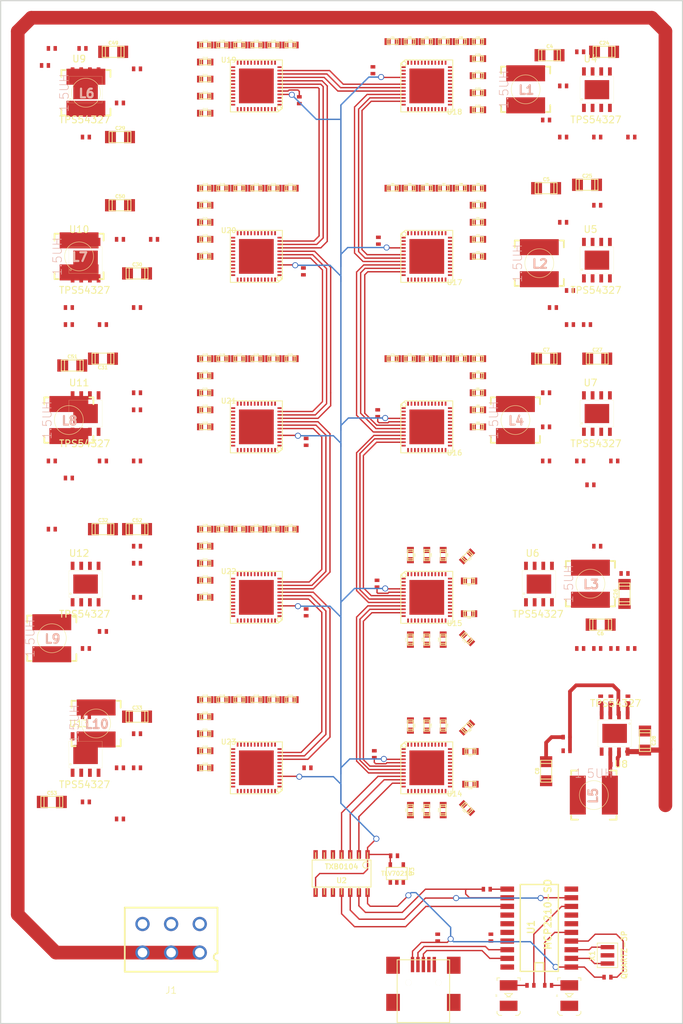
<source format=kicad_pcb>
(kicad_pcb (version 3) (host pcbnew "(2013-mar-25)-stable")
  (layers (15 F.Cu signal) (0 B.Cu signal) (18 B.Paste user) (19 F.Paste user) (20 B.SilkS user) (21 F.SilkS user) (22 B.Mask user) (23 F.Mask user) (28 Edge.Cuts user))
  (net 0 "")
  (net 1 0V86A0)
  (net 2 0V86A1)
  (net 3 0V86A2)
  (net 4 0V86A3)
  (net 5 0V86A4)
  (net 6 0V86A5)
  (net 7 0V86A6)
  (net 8 0V86A7)
  (net 9 0V86A8)
  (net 10 0V86A9)
  (net 11 12V0)
  (net 12 1V8)
  (net 13 GND)
  (net 14 MISO_1V8_0)
  (net 15 MISO_1V8_1)
  (net 16 MISO_1V8_2)
  (net 17 MISO_1V8_3)
  (net 18 MISO_1V8_4)
  (net 19 MISO_1V8_5)
  (net 20 MISO_1V8_6)
  (net 21 MISO_1V8_7)
  (net 22 MISO_1V8_8)
  (net 23 MISO_1V8_9)
  (net 24 MOSI_1V8_0)
  (net 25 MOSI_1V8_1)
  (net 26 MOSI_1V8_2)
  (net 27 MOSI_1V8_3)
  (net 28 MOSI_1V8_4)
  (net 29 MOSI_1V8_5)
  (net 30 MOSI_1V8_6)
  (net 31 MOSI_1V8_7)
  (net 32 MOSI_1V8_8)
  (net 33 MOSI_1V8_9)
  (net 34 N-00000107)
  (net 35 N-00000108)
  (net 36 N-00000117)
  (net 37 N-00000118)
  (net 38 N-00000119)
  (net 39 N-00000127)
  (net 40 N-00000128)
  (net 41 N-0000013)
  (net 42 N-00000137)
  (net 43 N-00000138)
  (net 44 N-00000139)
  (net 45 N-0000014)
  (net 46 N-0000015)
  (net 47 N-0000016)
  (net 48 N-0000019)
  (net 49 N-0000020)
  (net 50 N-0000021)
  (net 51 N-0000027)
  (net 52 N-0000028)
  (net 53 N-0000029)
  (net 54 N-0000030)
  (net 55 N-0000031)
  (net 56 N-0000032)
  (net 57 N-0000033)
  (net 58 N-0000034)
  (net 59 N-0000035)
  (net 60 N-0000037)
  (net 61 N-0000038)
  (net 62 N-0000039)
  (net 63 N-0000040)
  (net 64 N-0000041)
  (net 65 N-0000042)
  (net 66 N-0000043)
  (net 67 N-0000044)
  (net 68 N-0000046)
  (net 69 N-0000047)
  (net 70 N-0000048)
  (net 71 N-0000049)
  (net 72 N-000005)
  (net 73 N-0000050)
  (net 74 N-0000051)
  (net 75 N-0000052)
  (net 76 N-0000054)
  (net 77 N-0000055)
  (net 78 N-0000056)
  (net 79 N-0000057)
  (net 80 N-0000058)
  (net 81 N-0000059)
  (net 82 N-000006)
  (net 83 N-0000061)
  (net 84 N-0000062)
  (net 85 N-0000063)
  (net 86 N-0000064)
  (net 87 N-0000065)
  (net 88 N-0000066)
  (net 89 N-0000067)
  (net 90 N-0000069)
  (net 91 N-000007)
  (net 92 N-0000070)
  (net 93 N-0000071)
  (net 94 N-0000072)
  (net 95 N-0000073)
  (net 96 N-0000074)
  (net 97 N-0000075)
  (net 98 N-0000077)
  (net 99 N-0000078)
  (net 100 N-0000079)
  (net 101 N-000008)
  (net 102 N-0000082)
  (net 103 N-0000083)
  (net 104 N-0000084)
  (net 105 N-0000085)
  (net 106 N-0000086)
  (net 107 N-0000087)
  (net 108 N-0000088)
  (net 109 N-0000089)
  (net 110 N-000009)
  (net 111 N-0000090)
  (net 112 N-0000091)
  (net 113 N-0000093)
  (net 114 N-0000094)
  (net 115 N-0000095)
  (net 116 N-0000096)
  (net 117 N-0000097)
  (net 118 N-0000098)
  (net 119 SCK_1V8_0)
  (net 120 SCK_1V8_1)
  (net 121 SCK_1V8_2)
  (net 122 SCK_1V8_3)
  (net 123 SCK_1V8_4)
  (net 124 SCK_1V8_5)
  (net 125 SCK_1V8_6)
  (net 126 SCK_1V8_7)
  (net 127 SCK_1V8_8)
  (net 128 SCK_1V8_9)
  (net 129 V_EN)
  (module SOT23-5 (layer F.Cu) (at 108.1 178)
    (fp_text reference U3 (at 2.19964 -0.29972 90) (layer F.SilkS) (effects (font (size 0.635 0.635) (thickness 0.127))))
    (fp_text value TLV70218 (at 0 0) (layer F.SilkS) (effects (font (size 0.635 0.635) (thickness 0.127))))
    (pad 1 smd rect (at -0.9525 1.27) (size 0.508 0.762) (layers F.Cu F.Paste F.Mask) (net 53 N-0000029))
    (pad 3 smd rect (at 0.9525 1.27) (size 0.508 0.762) (layers F.Cu F.Paste F.Mask) (net 129 V_EN))
    (pad 5 smd rect (at -0.9525 -1.27) (size 0.508 0.762) (layers F.Cu F.Paste F.Mask) (net 12 1V8))
    (pad 2 smd rect (at 0 1.27) (size 0.508 0.762) (layers F.Cu F.Paste F.Mask) (net 13 GND))
    (pad 4 smd rect (at 0.9525 -1.27) (size 0.508 0.762) (layers F.Cu F.Paste F.Mask) (net 13 GND))
  )
  (module SOIC20 (layer F.Cu) (at 129 186 90)
    (fp_text reference U1 (at 0.14 -1.2 90) (layer F.SilkS) (effects (font (size 1.016 1.016) (thickness 0.2032))))
    (fp_text value MCP2210-SO (at 2 1.25 90) (layer F.SilkS) (effects (font (size 1.016 1.016) (thickness 0.2032))))
    (pad 1 smd rect (at -5.715 4.7 90) (size 0.762 2) (layers F.Cu F.Paste F.Mask) (net 53 N-0000029))
    (pad 2 smd rect (at -4.445 4.7 90) (size 0.762 2) (layers F.Cu F.Paste F.Mask) (net 48 N-0000019))
    (pad 3 smd rect (at -3.175 4.7 90) (size 0.762 2) (layers F.Cu F.Paste F.Mask) (net 49 N-0000020))
    (pad 4 smd rect (at -1.905 4.7 90) (size 0.762 2) (layers F.Cu F.Paste F.Mask) (net 50 N-0000021))
    (pad 5 smd rect (at -0.635 4.7 90) (size 0.762 2) (layers F.Cu F.Paste F.Mask) (net 46 N-0000015))
    (pad 6 smd rect (at 0.635 4.7 90) (size 0.762 2) (layers F.Cu F.Paste F.Mask))
    (pad 7 smd rect (at 1.905 4.7 90) (size 0.762 2) (layers F.Cu F.Paste F.Mask))
    (pad 8 smd rect (at 3.175 4.7 90) (size 0.762 2) (layers F.Cu F.Paste F.Mask) (net 45 N-0000014))
    (pad 9 smd rect (at 4.445 4.7 90) (size 0.762 2) (layers F.Cu F.Paste F.Mask) (net 91 N-000007))
    (pad 10 smd rect (at 5.715 4.7 90) (size 0.762 2) (layers F.Cu F.Paste F.Mask))
    (pad 20 smd rect (at -5.715 -4.7 90) (size 0.762 2) (layers F.Cu F.Paste F.Mask) (net 13 GND))
    (pad 19 smd rect (at -4.445 -4.7 90) (size 0.762 2) (layers F.Cu F.Paste F.Mask) (net 72 N-000005))
    (pad 18 smd rect (at -3.175 -4.7 90) (size 0.762 2) (layers F.Cu F.Paste F.Mask) (net 52 N-0000028))
    (pad 17 smd rect (at -1.905 -4.7 90) (size 0.762 2) (layers F.Cu F.Paste F.Mask) (net 51 N-0000027))
    (pad 16 smd rect (at -0.635 -4.7 90) (size 0.762 2) (layers F.Cu F.Paste F.Mask))
    (pad 15 smd rect (at 0.635 -4.7 90) (size 0.762 2) (layers F.Cu F.Paste F.Mask))
    (pad 14 smd rect (at 1.905 -4.7 90) (size 0.762 2) (layers F.Cu F.Paste F.Mask) (net 129 V_EN))
    (pad 13 smd rect (at 3.175 -4.7 90) (size 0.762 2) (layers F.Cu F.Paste F.Mask) (net 101 N-000008))
    (pad 12 smd rect (at 4.445 -4.7 90) (size 0.762 2) (layers F.Cu F.Paste F.Mask) (net 82 N-000006))
    (pad 11 smd rect (at 5.715 -4.7 90) (size 0.762 2) (layers F.Cu F.Paste F.Mask) (net 110 N-000009))
  )
  (module so-14 (layer F.Cu) (at 100 178 180)
    (fp_text reference U2 (at 0 -1.016 180) (layer F.SilkS) (effects (font (size 0.7493 0.7493) (thickness 0.14986))))
    (fp_text value TXB0104 (at 0 1.016 180) (layer F.SilkS) (effects (font (size 0.7493 0.7493) (thickness 0.14986))))
    (pad 1 smd rect (at -3.81 2.794 180) (size 0.635 1.27) (layers F.Cu F.Paste F.Mask) (net 12 1V8))
    (pad 2 smd rect (at -2.54 2.794 180) (size 0.635 1.27) (layers F.Cu F.Paste F.Mask) (net 119 SCK_1V8_0))
    (pad 3 smd rect (at -1.27 2.794 180) (size 0.635 1.27) (layers F.Cu F.Paste F.Mask) (net 24 MOSI_1V8_0))
    (pad 4 smd rect (at 0 2.794 180) (size 0.635 1.27) (layers F.Cu F.Paste F.Mask) (net 14 MISO_1V8_0))
    (pad 5 smd rect (at 1.27 2.794 180) (size 0.635 1.27) (layers F.Cu F.Paste F.Mask) (net 13 GND))
    (pad 6 smd rect (at 2.54 2.794 180) (size 0.635 1.27) (layers F.Cu F.Paste F.Mask) (net 13 GND))
    (pad 7 smd rect (at 3.81 2.794 180) (size 0.635 1.27) (layers F.Cu F.Paste F.Mask) (net 13 GND))
    (pad 8 smd rect (at 3.81 -2.794 180) (size 0.635 1.27) (layers F.Cu F.Paste F.Mask) (net 12 1V8))
    (pad 9 smd rect (at 2.54 -2.794 180) (size 0.635 1.27) (layers F.Cu F.Paste F.Mask) (net 13 GND))
    (pad 10 smd rect (at 1.27 -2.794 180) (size 0.635 1.27) (layers F.Cu F.Paste F.Mask) (net 13 GND))
    (pad 11 smd rect (at 0 -2.794 180) (size 0.635 1.27) (layers F.Cu F.Paste F.Mask) (net 101 N-000008))
    (pad 12 smd rect (at -1.27 -2.794 180) (size 0.635 1.27) (layers F.Cu F.Paste F.Mask) (net 91 N-000007))
    (pad 13 smd rect (at -2.54 -2.794 180) (size 0.635 1.27) (layers F.Cu F.Paste F.Mask) (net 82 N-000006))
    (pad 14 smd rect (at -3.81 -2.794 180) (size 0.635 1.27) (layers F.Cu F.Paste F.Mask) (net 53 N-0000029))
  )
  (module QFN48+1 (layer F.Cu) (at 87.5 87.5 180)
    (fp_text reference U20 (at 4.064 3.81 180) (layer F.SilkS) (effects (font (size 0.762 0.762) (thickness 0.127))))
    (fp_text value BITFURY hide)
    (pad 1 smd rect (at -3.39852 -2.74828 180) (size 0.59944 0.24892) (layers F.Cu F.Paste F.Mask) (net 13 GND))
    (pad 2 smd rect (at -3.39852 -2.2479 180) (size 0.59944 0.24892) (layers F.Cu F.Paste F.Mask) (net 13 GND))
    (pad 3 smd rect (at -3.39852 -1.74752 180) (size 0.59944 0.24892) (layers F.Cu F.Paste F.Mask) (net 13 GND))
    (pad 4 smd rect (at -3.39852 -1.24714 180) (size 0.59944 0.24892) (layers F.Cu F.Paste F.Mask) (net 12 1V8))
    (pad 5 smd rect (at -3.39852 -0.7493 180) (size 0.59944 0.24892) (layers F.Cu F.Paste F.Mask) (net 39 N-00000127))
    (pad 6 smd rect (at -3.39852 -0.24892 180) (size 0.59944 0.24892) (layers F.Cu F.Paste F.Mask) (net 126 SCK_1V8_7))
    (pad 7 smd rect (at -3.39852 0.25146 180) (size 0.59944 0.24892) (layers F.Cu F.Paste F.Mask) (net 31 MOSI_1V8_7))
    (pad 8 smd rect (at -3.39852 0.75184 180) (size 0.59944 0.24892) (layers F.Cu F.Paste F.Mask) (net 21 MISO_1V8_7))
    (pad 9 smd rect (at -3.39852 1.25222 180) (size 0.59944 0.24892) (layers F.Cu F.Paste F.Mask) (net 20 MISO_1V8_6))
    (pad 10 smd rect (at -3.39852 1.7526 180) (size 0.59944 0.24892) (layers F.Cu F.Paste F.Mask) (net 30 MOSI_1V8_6))
    (pad 11 smd rect (at -3.39852 2.25298 180) (size 0.59944 0.24892) (layers F.Cu F.Paste F.Mask) (net 125 SCK_1V8_6))
    (pad 12 smd rect (at -3.39852 2.75082 180) (size 0.59944 0.24892) (layers F.Cu F.Paste F.Mask) (net 13 GND))
    (pad 33 smd rect (at 3.39852 -1.25222 180) (size 0.59944 0.24892) (layers F.Cu F.Paste F.Mask) (net 7 0V86A6))
    (pad 34 smd rect (at 3.39852 -1.75006 180) (size 0.59944 0.24892) (layers F.Cu F.Paste F.Mask) (net 7 0V86A6))
    (pad 35 smd rect (at 3.39852 -2.25044 180) (size 0.59944 0.24892) (layers F.Cu F.Paste F.Mask) (net 7 0V86A6))
    (pad 36 smd rect (at 3.39852 -2.75082 180) (size 0.59944 0.24892) (layers F.Cu F.Paste F.Mask) (net 7 0V86A6))
    (pad 17 smd rect (at -0.7493 3.40106 180) (size 0.24892 0.59944) (layers F.Cu F.Paste F.Mask) (net 7 0V86A6))
    (pad 18 smd rect (at -0.25146 3.40106 180) (size 0.24892 0.59944) (layers F.Cu F.Paste F.Mask) (net 7 0V86A6))
    (pad 19 smd rect (at 0.24892 3.40106 180) (size 0.24892 0.59944) (layers F.Cu F.Paste F.Mask) (net 7 0V86A6))
    (pad 20 smd rect (at 0.7493 3.40106 180) (size 0.24892 0.59944) (layers F.Cu F.Paste F.Mask) (net 7 0V86A6))
    (pad 21 smd rect (at 1.24968 3.40106 180) (size 0.24892 0.59944) (layers F.Cu F.Paste F.Mask) (net 7 0V86A6))
    (pad 22 smd rect (at 1.75006 3.40106 180) (size 0.24892 0.59944) (layers F.Cu F.Paste F.Mask) (net 7 0V86A6))
    (pad 23 smd rect (at 2.25044 3.40106 180) (size 0.24892 0.59944) (layers F.Cu F.Paste F.Mask) (net 7 0V86A6))
    (pad 24 smd rect (at 2.75082 3.40106 180) (size 0.24892 0.59944) (layers F.Cu F.Paste F.Mask) (net 7 0V86A6))
    (pad 49 smd rect (at 0 0 180) (size 5.10032 5.10032) (layers F.Cu F.Paste F.Mask) (net 13 GND))
    (pad 13 smd rect (at -2.74828 3.40106 180) (size 0.24892 0.59944) (layers F.Cu F.Paste F.Mask) (net 7 0V86A6))
    (pad 14 smd rect (at -2.2479 3.40106 180) (size 0.24892 0.59944) (layers F.Cu F.Paste F.Mask) (net 7 0V86A6))
    (pad 15 smd rect (at -1.74752 3.40106 180) (size 0.24892 0.59944) (layers F.Cu F.Paste F.Mask) (net 7 0V86A6))
    (pad 16 smd rect (at -1.24968 3.40106 180) (size 0.24892 0.59944) (layers F.Cu F.Paste F.Mask) (net 7 0V86A6))
    (pad 25 smd rect (at 3.39852 2.74828 180) (size 0.59944 0.24892) (layers F.Cu F.Paste F.Mask) (net 7 0V86A6))
    (pad 26 smd rect (at 3.40106 2.2479 180) (size 0.59944 0.24892) (layers F.Cu F.Paste F.Mask) (net 7 0V86A6))
    (pad 27 smd rect (at 3.40106 1.75006 180) (size 0.59944 0.24892) (layers F.Cu F.Paste F.Mask) (net 7 0V86A6))
    (pad 28 smd rect (at 3.40106 1.24968 180) (size 0.59944 0.24892) (layers F.Cu F.Paste F.Mask) (net 7 0V86A6))
    (pad 29 smd rect (at 3.40106 0.7493 180) (size 0.59944 0.24892) (layers F.Cu F.Paste F.Mask) (net 7 0V86A6))
    (pad 30 smd rect (at 3.40106 0.24892 180) (size 0.59944 0.24892) (layers F.Cu F.Paste F.Mask) (net 7 0V86A6))
    (pad 31 smd rect (at 3.40106 -0.25146 180) (size 0.59944 0.24892) (layers F.Cu F.Paste F.Mask) (net 7 0V86A6))
    (pad 32 smd rect (at 3.40106 -0.75184 180) (size 0.59944 0.24892) (layers F.Cu F.Paste F.Mask) (net 7 0V86A6))
    (pad 37 smd rect (at 2.75082 -3.39852 180) (size 0.24892 0.59944) (layers F.Cu F.Paste F.Mask) (net 7 0V86A6))
    (pad 38 smd rect (at 2.25044 -3.39852 180) (size 0.24892 0.59944) (layers F.Cu F.Paste F.Mask) (net 7 0V86A6))
    (pad 39 smd rect (at 1.75006 -3.39852 180) (size 0.24892 0.59944) (layers F.Cu F.Paste F.Mask) (net 7 0V86A6))
    (pad 40 smd rect (at 1.25222 -3.39852 180) (size 0.24892 0.59944) (layers F.Cu F.Paste F.Mask) (net 7 0V86A6))
    (pad 41 smd rect (at 0.75184 -3.39852 180) (size 0.24892 0.59944) (layers F.Cu F.Paste F.Mask) (net 7 0V86A6))
    (pad 42 smd rect (at 0.25146 -3.39852 180) (size 0.24892 0.59944) (layers F.Cu F.Paste F.Mask) (net 7 0V86A6))
    (pad 43 smd rect (at -0.24892 -3.39852 180) (size 0.24892 0.59944) (layers F.Cu F.Paste F.Mask) (net 7 0V86A6))
    (pad 44 smd rect (at -0.7493 -3.39852 180) (size 0.24892 0.59944) (layers F.Cu F.Paste F.Mask) (net 7 0V86A6))
    (pad 45 smd rect (at -1.24968 -3.39852 180) (size 0.24892 0.59944) (layers F.Cu F.Paste F.Mask) (net 7 0V86A6))
    (pad 46 smd rect (at -1.75006 -3.39852 180) (size 0.24892 0.59944) (layers F.Cu F.Paste F.Mask) (net 7 0V86A6))
    (pad 47 smd rect (at -2.2479 -3.39852 180) (size 0.24892 0.59944) (layers F.Cu F.Paste F.Mask) (net 7 0V86A6))
    (pad 48 smd rect (at -2.74828 -3.39852 180) (size 0.24892 0.59944) (layers F.Cu F.Paste F.Mask) (net 7 0V86A6))
  )
  (module QFN48+1 (layer F.Cu) (at 87.5 162.5 180)
    (fp_text reference U23 (at 4.064 3.81 180) (layer F.SilkS) (effects (font (size 0.762 0.762) (thickness 0.127))))
    (fp_text value BITFURY hide)
    (pad 1 smd rect (at -3.39852 -2.74828 180) (size 0.59944 0.24892) (layers F.Cu F.Paste F.Mask) (net 13 GND))
    (pad 2 smd rect (at -3.39852 -2.2479 180) (size 0.59944 0.24892) (layers F.Cu F.Paste F.Mask) (net 13 GND))
    (pad 3 smd rect (at -3.39852 -1.74752 180) (size 0.59944 0.24892) (layers F.Cu F.Paste F.Mask) (net 13 GND))
    (pad 4 smd rect (at -3.39852 -1.24714 180) (size 0.59944 0.24892) (layers F.Cu F.Paste F.Mask) (net 12 1V8))
    (pad 5 smd rect (at -3.39852 -0.7493 180) (size 0.59944 0.24892) (layers F.Cu F.Paste F.Mask) (net 42 N-00000137))
    (pad 6 smd rect (at -3.39852 -0.24892 180) (size 0.59944 0.24892) (layers F.Cu F.Paste F.Mask))
    (pad 7 smd rect (at -3.39852 0.25146 180) (size 0.59944 0.24892) (layers F.Cu F.Paste F.Mask))
    (pad 8 smd rect (at -3.39852 0.75184 180) (size 0.59944 0.24892) (layers F.Cu F.Paste F.Mask))
    (pad 9 smd rect (at -3.39852 1.25222 180) (size 0.59944 0.24892) (layers F.Cu F.Paste F.Mask) (net 23 MISO_1V8_9))
    (pad 10 smd rect (at -3.39852 1.7526 180) (size 0.59944 0.24892) (layers F.Cu F.Paste F.Mask) (net 33 MOSI_1V8_9))
    (pad 11 smd rect (at -3.39852 2.25298 180) (size 0.59944 0.24892) (layers F.Cu F.Paste F.Mask) (net 128 SCK_1V8_9))
    (pad 12 smd rect (at -3.39852 2.75082 180) (size 0.59944 0.24892) (layers F.Cu F.Paste F.Mask) (net 13 GND))
    (pad 33 smd rect (at 3.39852 -1.25222 180) (size 0.59944 0.24892) (layers F.Cu F.Paste F.Mask) (net 10 0V86A9))
    (pad 34 smd rect (at 3.39852 -1.75006 180) (size 0.59944 0.24892) (layers F.Cu F.Paste F.Mask) (net 10 0V86A9))
    (pad 35 smd rect (at 3.39852 -2.25044 180) (size 0.59944 0.24892) (layers F.Cu F.Paste F.Mask) (net 10 0V86A9))
    (pad 36 smd rect (at 3.39852 -2.75082 180) (size 0.59944 0.24892) (layers F.Cu F.Paste F.Mask) (net 10 0V86A9))
    (pad 17 smd rect (at -0.7493 3.40106 180) (size 0.24892 0.59944) (layers F.Cu F.Paste F.Mask) (net 10 0V86A9))
    (pad 18 smd rect (at -0.25146 3.40106 180) (size 0.24892 0.59944) (layers F.Cu F.Paste F.Mask) (net 10 0V86A9))
    (pad 19 smd rect (at 0.24892 3.40106 180) (size 0.24892 0.59944) (layers F.Cu F.Paste F.Mask) (net 10 0V86A9))
    (pad 20 smd rect (at 0.7493 3.40106 180) (size 0.24892 0.59944) (layers F.Cu F.Paste F.Mask) (net 10 0V86A9))
    (pad 21 smd rect (at 1.24968 3.40106 180) (size 0.24892 0.59944) (layers F.Cu F.Paste F.Mask) (net 10 0V86A9))
    (pad 22 smd rect (at 1.75006 3.40106 180) (size 0.24892 0.59944) (layers F.Cu F.Paste F.Mask) (net 10 0V86A9))
    (pad 23 smd rect (at 2.25044 3.40106 180) (size 0.24892 0.59944) (layers F.Cu F.Paste F.Mask) (net 10 0V86A9))
    (pad 24 smd rect (at 2.75082 3.40106 180) (size 0.24892 0.59944) (layers F.Cu F.Paste F.Mask) (net 10 0V86A9))
    (pad 49 smd rect (at 0 0 180) (size 5.10032 5.10032) (layers F.Cu F.Paste F.Mask) (net 13 GND))
    (pad 13 smd rect (at -2.74828 3.40106 180) (size 0.24892 0.59944) (layers F.Cu F.Paste F.Mask) (net 10 0V86A9))
    (pad 14 smd rect (at -2.2479 3.40106 180) (size 0.24892 0.59944) (layers F.Cu F.Paste F.Mask) (net 10 0V86A9))
    (pad 15 smd rect (at -1.74752 3.40106 180) (size 0.24892 0.59944) (layers F.Cu F.Paste F.Mask) (net 10 0V86A9))
    (pad 16 smd rect (at -1.24968 3.40106 180) (size 0.24892 0.59944) (layers F.Cu F.Paste F.Mask) (net 10 0V86A9))
    (pad 25 smd rect (at 3.39852 2.74828 180) (size 0.59944 0.24892) (layers F.Cu F.Paste F.Mask) (net 10 0V86A9))
    (pad 26 smd rect (at 3.40106 2.2479 180) (size 0.59944 0.24892) (layers F.Cu F.Paste F.Mask) (net 10 0V86A9))
    (pad 27 smd rect (at 3.40106 1.75006 180) (size 0.59944 0.24892) (layers F.Cu F.Paste F.Mask) (net 10 0V86A9))
    (pad 28 smd rect (at 3.40106 1.24968 180) (size 0.59944 0.24892) (layers F.Cu F.Paste F.Mask) (net 10 0V86A9))
    (pad 29 smd rect (at 3.40106 0.7493 180) (size 0.59944 0.24892) (layers F.Cu F.Paste F.Mask) (net 10 0V86A9))
    (pad 30 smd rect (at 3.40106 0.24892 180) (size 0.59944 0.24892) (layers F.Cu F.Paste F.Mask) (net 10 0V86A9))
    (pad 31 smd rect (at 3.40106 -0.25146 180) (size 0.59944 0.24892) (layers F.Cu F.Paste F.Mask) (net 10 0V86A9))
    (pad 32 smd rect (at 3.40106 -0.75184 180) (size 0.59944 0.24892) (layers F.Cu F.Paste F.Mask) (net 10 0V86A9))
    (pad 37 smd rect (at 2.75082 -3.39852 180) (size 0.24892 0.59944) (layers F.Cu F.Paste F.Mask) (net 10 0V86A9))
    (pad 38 smd rect (at 2.25044 -3.39852 180) (size 0.24892 0.59944) (layers F.Cu F.Paste F.Mask) (net 10 0V86A9))
    (pad 39 smd rect (at 1.75006 -3.39852 180) (size 0.24892 0.59944) (layers F.Cu F.Paste F.Mask) (net 10 0V86A9))
    (pad 40 smd rect (at 1.25222 -3.39852 180) (size 0.24892 0.59944) (layers F.Cu F.Paste F.Mask) (net 10 0V86A9))
    (pad 41 smd rect (at 0.75184 -3.39852 180) (size 0.24892 0.59944) (layers F.Cu F.Paste F.Mask) (net 10 0V86A9))
    (pad 42 smd rect (at 0.25146 -3.39852 180) (size 0.24892 0.59944) (layers F.Cu F.Paste F.Mask) (net 10 0V86A9))
    (pad 43 smd rect (at -0.24892 -3.39852 180) (size 0.24892 0.59944) (layers F.Cu F.Paste F.Mask) (net 10 0V86A9))
    (pad 44 smd rect (at -0.7493 -3.39852 180) (size 0.24892 0.59944) (layers F.Cu F.Paste F.Mask) (net 10 0V86A9))
    (pad 45 smd rect (at -1.24968 -3.39852 180) (size 0.24892 0.59944) (layers F.Cu F.Paste F.Mask) (net 10 0V86A9))
    (pad 46 smd rect (at -1.75006 -3.39852 180) (size 0.24892 0.59944) (layers F.Cu F.Paste F.Mask) (net 10 0V86A9))
    (pad 47 smd rect (at -2.2479 -3.39852 180) (size 0.24892 0.59944) (layers F.Cu F.Paste F.Mask) (net 10 0V86A9))
    (pad 48 smd rect (at -2.74828 -3.39852 180) (size 0.24892 0.59944) (layers F.Cu F.Paste F.Mask) (net 10 0V86A9))
  )
  (module QFN48+1 (layer F.Cu) (at 87.5 137.5 180)
    (fp_text reference U22 (at 4.064 3.81 180) (layer F.SilkS) (effects (font (size 0.762 0.762) (thickness 0.127))))
    (fp_text value BITFURY hide)
    (pad 1 smd rect (at -3.39852 -2.74828 180) (size 0.59944 0.24892) (layers F.Cu F.Paste F.Mask) (net 13 GND))
    (pad 2 smd rect (at -3.39852 -2.2479 180) (size 0.59944 0.24892) (layers F.Cu F.Paste F.Mask) (net 13 GND))
    (pad 3 smd rect (at -3.39852 -1.74752 180) (size 0.59944 0.24892) (layers F.Cu F.Paste F.Mask) (net 13 GND))
    (pad 4 smd rect (at -3.39852 -1.24714 180) (size 0.59944 0.24892) (layers F.Cu F.Paste F.Mask) (net 12 1V8))
    (pad 5 smd rect (at -3.39852 -0.7493 180) (size 0.59944 0.24892) (layers F.Cu F.Paste F.Mask) (net 44 N-00000139))
    (pad 6 smd rect (at -3.39852 -0.24892 180) (size 0.59944 0.24892) (layers F.Cu F.Paste F.Mask) (net 128 SCK_1V8_9))
    (pad 7 smd rect (at -3.39852 0.25146 180) (size 0.59944 0.24892) (layers F.Cu F.Paste F.Mask) (net 33 MOSI_1V8_9))
    (pad 8 smd rect (at -3.39852 0.75184 180) (size 0.59944 0.24892) (layers F.Cu F.Paste F.Mask) (net 23 MISO_1V8_9))
    (pad 9 smd rect (at -3.39852 1.25222 180) (size 0.59944 0.24892) (layers F.Cu F.Paste F.Mask) (net 22 MISO_1V8_8))
    (pad 10 smd rect (at -3.39852 1.7526 180) (size 0.59944 0.24892) (layers F.Cu F.Paste F.Mask) (net 32 MOSI_1V8_8))
    (pad 11 smd rect (at -3.39852 2.25298 180) (size 0.59944 0.24892) (layers F.Cu F.Paste F.Mask) (net 127 SCK_1V8_8))
    (pad 12 smd rect (at -3.39852 2.75082 180) (size 0.59944 0.24892) (layers F.Cu F.Paste F.Mask) (net 13 GND))
    (pad 33 smd rect (at 3.39852 -1.25222 180) (size 0.59944 0.24892) (layers F.Cu F.Paste F.Mask) (net 9 0V86A8))
    (pad 34 smd rect (at 3.39852 -1.75006 180) (size 0.59944 0.24892) (layers F.Cu F.Paste F.Mask) (net 9 0V86A8))
    (pad 35 smd rect (at 3.39852 -2.25044 180) (size 0.59944 0.24892) (layers F.Cu F.Paste F.Mask) (net 9 0V86A8))
    (pad 36 smd rect (at 3.39852 -2.75082 180) (size 0.59944 0.24892) (layers F.Cu F.Paste F.Mask) (net 9 0V86A8))
    (pad 17 smd rect (at -0.7493 3.40106 180) (size 0.24892 0.59944) (layers F.Cu F.Paste F.Mask) (net 9 0V86A8))
    (pad 18 smd rect (at -0.25146 3.40106 180) (size 0.24892 0.59944) (layers F.Cu F.Paste F.Mask) (net 9 0V86A8))
    (pad 19 smd rect (at 0.24892 3.40106 180) (size 0.24892 0.59944) (layers F.Cu F.Paste F.Mask) (net 9 0V86A8))
    (pad 20 smd rect (at 0.7493 3.40106 180) (size 0.24892 0.59944) (layers F.Cu F.Paste F.Mask) (net 9 0V86A8))
    (pad 21 smd rect (at 1.24968 3.40106 180) (size 0.24892 0.59944) (layers F.Cu F.Paste F.Mask) (net 9 0V86A8))
    (pad 22 smd rect (at 1.75006 3.40106 180) (size 0.24892 0.59944) (layers F.Cu F.Paste F.Mask) (net 9 0V86A8))
    (pad 23 smd rect (at 2.25044 3.40106 180) (size 0.24892 0.59944) (layers F.Cu F.Paste F.Mask) (net 9 0V86A8))
    (pad 24 smd rect (at 2.75082 3.40106 180) (size 0.24892 0.59944) (layers F.Cu F.Paste F.Mask) (net 9 0V86A8))
    (pad 49 smd rect (at 0 0 180) (size 5.10032 5.10032) (layers F.Cu F.Paste F.Mask) (net 13 GND))
    (pad 13 smd rect (at -2.74828 3.40106 180) (size 0.24892 0.59944) (layers F.Cu F.Paste F.Mask) (net 9 0V86A8))
    (pad 14 smd rect (at -2.2479 3.40106 180) (size 0.24892 0.59944) (layers F.Cu F.Paste F.Mask) (net 9 0V86A8))
    (pad 15 smd rect (at -1.74752 3.40106 180) (size 0.24892 0.59944) (layers F.Cu F.Paste F.Mask) (net 9 0V86A8))
    (pad 16 smd rect (at -1.24968 3.40106 180) (size 0.24892 0.59944) (layers F.Cu F.Paste F.Mask) (net 9 0V86A8))
    (pad 25 smd rect (at 3.39852 2.74828 180) (size 0.59944 0.24892) (layers F.Cu F.Paste F.Mask) (net 9 0V86A8))
    (pad 26 smd rect (at 3.40106 2.2479 180) (size 0.59944 0.24892) (layers F.Cu F.Paste F.Mask) (net 9 0V86A8))
    (pad 27 smd rect (at 3.40106 1.75006 180) (size 0.59944 0.24892) (layers F.Cu F.Paste F.Mask) (net 9 0V86A8))
    (pad 28 smd rect (at 3.40106 1.24968 180) (size 0.59944 0.24892) (layers F.Cu F.Paste F.Mask) (net 9 0V86A8))
    (pad 29 smd rect (at 3.40106 0.7493 180) (size 0.59944 0.24892) (layers F.Cu F.Paste F.Mask) (net 9 0V86A8))
    (pad 30 smd rect (at 3.40106 0.24892 180) (size 0.59944 0.24892) (layers F.Cu F.Paste F.Mask) (net 9 0V86A8))
    (pad 31 smd rect (at 3.40106 -0.25146 180) (size 0.59944 0.24892) (layers F.Cu F.Paste F.Mask) (net 9 0V86A8))
    (pad 32 smd rect (at 3.40106 -0.75184 180) (size 0.59944 0.24892) (layers F.Cu F.Paste F.Mask) (net 9 0V86A8))
    (pad 37 smd rect (at 2.75082 -3.39852 180) (size 0.24892 0.59944) (layers F.Cu F.Paste F.Mask) (net 9 0V86A8))
    (pad 38 smd rect (at 2.25044 -3.39852 180) (size 0.24892 0.59944) (layers F.Cu F.Paste F.Mask) (net 9 0V86A8))
    (pad 39 smd rect (at 1.75006 -3.39852 180) (size 0.24892 0.59944) (layers F.Cu F.Paste F.Mask) (net 9 0V86A8))
    (pad 40 smd rect (at 1.25222 -3.39852 180) (size 0.24892 0.59944) (layers F.Cu F.Paste F.Mask) (net 9 0V86A8))
    (pad 41 smd rect (at 0.75184 -3.39852 180) (size 0.24892 0.59944) (layers F.Cu F.Paste F.Mask) (net 9 0V86A8))
    (pad 42 smd rect (at 0.25146 -3.39852 180) (size 0.24892 0.59944) (layers F.Cu F.Paste F.Mask) (net 9 0V86A8))
    (pad 43 smd rect (at -0.24892 -3.39852 180) (size 0.24892 0.59944) (layers F.Cu F.Paste F.Mask) (net 9 0V86A8))
    (pad 44 smd rect (at -0.7493 -3.39852 180) (size 0.24892 0.59944) (layers F.Cu F.Paste F.Mask) (net 9 0V86A8))
    (pad 45 smd rect (at -1.24968 -3.39852 180) (size 0.24892 0.59944) (layers F.Cu F.Paste F.Mask) (net 9 0V86A8))
    (pad 46 smd rect (at -1.75006 -3.39852 180) (size 0.24892 0.59944) (layers F.Cu F.Paste F.Mask) (net 9 0V86A8))
    (pad 47 smd rect (at -2.2479 -3.39852 180) (size 0.24892 0.59944) (layers F.Cu F.Paste F.Mask) (net 9 0V86A8))
    (pad 48 smd rect (at -2.74828 -3.39852 180) (size 0.24892 0.59944) (layers F.Cu F.Paste F.Mask) (net 9 0V86A8))
  )
  (module QFN48+1 (layer F.Cu) (at 87.5 112.5 180)
    (fp_text reference U21 (at 4.064 3.81 180) (layer F.SilkS) (effects (font (size 0.762 0.762) (thickness 0.127))))
    (fp_text value BITFURY hide)
    (pad 1 smd rect (at -3.39852 -2.74828 180) (size 0.59944 0.24892) (layers F.Cu F.Paste F.Mask) (net 13 GND))
    (pad 2 smd rect (at -3.39852 -2.2479 180) (size 0.59944 0.24892) (layers F.Cu F.Paste F.Mask) (net 13 GND))
    (pad 3 smd rect (at -3.39852 -1.74752 180) (size 0.59944 0.24892) (layers F.Cu F.Paste F.Mask) (net 13 GND))
    (pad 4 smd rect (at -3.39852 -1.24714 180) (size 0.59944 0.24892) (layers F.Cu F.Paste F.Mask) (net 12 1V8))
    (pad 5 smd rect (at -3.39852 -0.7493 180) (size 0.59944 0.24892) (layers F.Cu F.Paste F.Mask) (net 43 N-00000138))
    (pad 6 smd rect (at -3.39852 -0.24892 180) (size 0.59944 0.24892) (layers F.Cu F.Paste F.Mask) (net 127 SCK_1V8_8))
    (pad 7 smd rect (at -3.39852 0.25146 180) (size 0.59944 0.24892) (layers F.Cu F.Paste F.Mask) (net 32 MOSI_1V8_8))
    (pad 8 smd rect (at -3.39852 0.75184 180) (size 0.59944 0.24892) (layers F.Cu F.Paste F.Mask) (net 22 MISO_1V8_8))
    (pad 9 smd rect (at -3.39852 1.25222 180) (size 0.59944 0.24892) (layers F.Cu F.Paste F.Mask) (net 21 MISO_1V8_7))
    (pad 10 smd rect (at -3.39852 1.7526 180) (size 0.59944 0.24892) (layers F.Cu F.Paste F.Mask) (net 31 MOSI_1V8_7))
    (pad 11 smd rect (at -3.39852 2.25298 180) (size 0.59944 0.24892) (layers F.Cu F.Paste F.Mask) (net 126 SCK_1V8_7))
    (pad 12 smd rect (at -3.39852 2.75082 180) (size 0.59944 0.24892) (layers F.Cu F.Paste F.Mask) (net 13 GND))
    (pad 33 smd rect (at 3.39852 -1.25222 180) (size 0.59944 0.24892) (layers F.Cu F.Paste F.Mask) (net 8 0V86A7))
    (pad 34 smd rect (at 3.39852 -1.75006 180) (size 0.59944 0.24892) (layers F.Cu F.Paste F.Mask) (net 8 0V86A7))
    (pad 35 smd rect (at 3.39852 -2.25044 180) (size 0.59944 0.24892) (layers F.Cu F.Paste F.Mask) (net 8 0V86A7))
    (pad 36 smd rect (at 3.39852 -2.75082 180) (size 0.59944 0.24892) (layers F.Cu F.Paste F.Mask) (net 8 0V86A7))
    (pad 17 smd rect (at -0.7493 3.40106 180) (size 0.24892 0.59944) (layers F.Cu F.Paste F.Mask) (net 8 0V86A7))
    (pad 18 smd rect (at -0.25146 3.40106 180) (size 0.24892 0.59944) (layers F.Cu F.Paste F.Mask) (net 8 0V86A7))
    (pad 19 smd rect (at 0.24892 3.40106 180) (size 0.24892 0.59944) (layers F.Cu F.Paste F.Mask) (net 8 0V86A7))
    (pad 20 smd rect (at 0.7493 3.40106 180) (size 0.24892 0.59944) (layers F.Cu F.Paste F.Mask) (net 8 0V86A7))
    (pad 21 smd rect (at 1.24968 3.40106 180) (size 0.24892 0.59944) (layers F.Cu F.Paste F.Mask) (net 8 0V86A7))
    (pad 22 smd rect (at 1.75006 3.40106 180) (size 0.24892 0.59944) (layers F.Cu F.Paste F.Mask) (net 8 0V86A7))
    (pad 23 smd rect (at 2.25044 3.40106 180) (size 0.24892 0.59944) (layers F.Cu F.Paste F.Mask) (net 8 0V86A7))
    (pad 24 smd rect (at 2.75082 3.40106 180) (size 0.24892 0.59944) (layers F.Cu F.Paste F.Mask) (net 8 0V86A7))
    (pad 49 smd rect (at 0 0 180) (size 5.10032 5.10032) (layers F.Cu F.Paste F.Mask) (net 13 GND))
    (pad 13 smd rect (at -2.74828 3.40106 180) (size 0.24892 0.59944) (layers F.Cu F.Paste F.Mask) (net 8 0V86A7))
    (pad 14 smd rect (at -2.2479 3.40106 180) (size 0.24892 0.59944) (layers F.Cu F.Paste F.Mask) (net 8 0V86A7))
    (pad 15 smd rect (at -1.74752 3.40106 180) (size 0.24892 0.59944) (layers F.Cu F.Paste F.Mask) (net 8 0V86A7))
    (pad 16 smd rect (at -1.24968 3.40106 180) (size 0.24892 0.59944) (layers F.Cu F.Paste F.Mask) (net 8 0V86A7))
    (pad 25 smd rect (at 3.39852 2.74828 180) (size 0.59944 0.24892) (layers F.Cu F.Paste F.Mask) (net 8 0V86A7))
    (pad 26 smd rect (at 3.40106 2.2479 180) (size 0.59944 0.24892) (layers F.Cu F.Paste F.Mask) (net 8 0V86A7))
    (pad 27 smd rect (at 3.40106 1.75006 180) (size 0.59944 0.24892) (layers F.Cu F.Paste F.Mask) (net 8 0V86A7))
    (pad 28 smd rect (at 3.40106 1.24968 180) (size 0.59944 0.24892) (layers F.Cu F.Paste F.Mask) (net 8 0V86A7))
    (pad 29 smd rect (at 3.40106 0.7493 180) (size 0.59944 0.24892) (layers F.Cu F.Paste F.Mask) (net 8 0V86A7))
    (pad 30 smd rect (at 3.40106 0.24892 180) (size 0.59944 0.24892) (layers F.Cu F.Paste F.Mask) (net 8 0V86A7))
    (pad 31 smd rect (at 3.40106 -0.25146 180) (size 0.59944 0.24892) (layers F.Cu F.Paste F.Mask) (net 8 0V86A7))
    (pad 32 smd rect (at 3.40106 -0.75184 180) (size 0.59944 0.24892) (layers F.Cu F.Paste F.Mask) (net 8 0V86A7))
    (pad 37 smd rect (at 2.75082 -3.39852 180) (size 0.24892 0.59944) (layers F.Cu F.Paste F.Mask) (net 8 0V86A7))
    (pad 38 smd rect (at 2.25044 -3.39852 180) (size 0.24892 0.59944) (layers F.Cu F.Paste F.Mask) (net 8 0V86A7))
    (pad 39 smd rect (at 1.75006 -3.39852 180) (size 0.24892 0.59944) (layers F.Cu F.Paste F.Mask) (net 8 0V86A7))
    (pad 40 smd rect (at 1.25222 -3.39852 180) (size 0.24892 0.59944) (layers F.Cu F.Paste F.Mask) (net 8 0V86A7))
    (pad 41 smd rect (at 0.75184 -3.39852 180) (size 0.24892 0.59944) (layers F.Cu F.Paste F.Mask) (net 8 0V86A7))
    (pad 42 smd rect (at 0.25146 -3.39852 180) (size 0.24892 0.59944) (layers F.Cu F.Paste F.Mask) (net 8 0V86A7))
    (pad 43 smd rect (at -0.24892 -3.39852 180) (size 0.24892 0.59944) (layers F.Cu F.Paste F.Mask) (net 8 0V86A7))
    (pad 44 smd rect (at -0.7493 -3.39852 180) (size 0.24892 0.59944) (layers F.Cu F.Paste F.Mask) (net 8 0V86A7))
    (pad 45 smd rect (at -1.24968 -3.39852 180) (size 0.24892 0.59944) (layers F.Cu F.Paste F.Mask) (net 8 0V86A7))
    (pad 46 smd rect (at -1.75006 -3.39852 180) (size 0.24892 0.59944) (layers F.Cu F.Paste F.Mask) (net 8 0V86A7))
    (pad 47 smd rect (at -2.2479 -3.39852 180) (size 0.24892 0.59944) (layers F.Cu F.Paste F.Mask) (net 8 0V86A7))
    (pad 48 smd rect (at -2.74828 -3.39852 180) (size 0.24892 0.59944) (layers F.Cu F.Paste F.Mask) (net 8 0V86A7))
  )
  (module QFN48+1 (layer F.Cu) (at 87.5 62.5 180)
    (fp_text reference U19 (at 4.064 3.81 180) (layer F.SilkS) (effects (font (size 0.762 0.762) (thickness 0.127))))
    (fp_text value BITFURY hide)
    (pad 1 smd rect (at -3.39852 -2.74828 180) (size 0.59944 0.24892) (layers F.Cu F.Paste F.Mask) (net 13 GND))
    (pad 2 smd rect (at -3.39852 -2.2479 180) (size 0.59944 0.24892) (layers F.Cu F.Paste F.Mask) (net 13 GND))
    (pad 3 smd rect (at -3.39852 -1.74752 180) (size 0.59944 0.24892) (layers F.Cu F.Paste F.Mask) (net 13 GND))
    (pad 4 smd rect (at -3.39852 -1.24714 180) (size 0.59944 0.24892) (layers F.Cu F.Paste F.Mask) (net 12 1V8))
    (pad 5 smd rect (at -3.39852 -0.7493 180) (size 0.59944 0.24892) (layers F.Cu F.Paste F.Mask) (net 40 N-00000128))
    (pad 6 smd rect (at -3.39852 -0.24892 180) (size 0.59944 0.24892) (layers F.Cu F.Paste F.Mask) (net 125 SCK_1V8_6))
    (pad 7 smd rect (at -3.39852 0.25146 180) (size 0.59944 0.24892) (layers F.Cu F.Paste F.Mask) (net 30 MOSI_1V8_6))
    (pad 8 smd rect (at -3.39852 0.75184 180) (size 0.59944 0.24892) (layers F.Cu F.Paste F.Mask) (net 20 MISO_1V8_6))
    (pad 9 smd rect (at -3.39852 1.25222 180) (size 0.59944 0.24892) (layers F.Cu F.Paste F.Mask) (net 19 MISO_1V8_5))
    (pad 10 smd rect (at -3.39852 1.7526 180) (size 0.59944 0.24892) (layers F.Cu F.Paste F.Mask) (net 29 MOSI_1V8_5))
    (pad 11 smd rect (at -3.39852 2.25298 180) (size 0.59944 0.24892) (layers F.Cu F.Paste F.Mask) (net 124 SCK_1V8_5))
    (pad 12 smd rect (at -3.39852 2.75082 180) (size 0.59944 0.24892) (layers F.Cu F.Paste F.Mask) (net 13 GND))
    (pad 33 smd rect (at 3.39852 -1.25222 180) (size 0.59944 0.24892) (layers F.Cu F.Paste F.Mask) (net 6 0V86A5))
    (pad 34 smd rect (at 3.39852 -1.75006 180) (size 0.59944 0.24892) (layers F.Cu F.Paste F.Mask) (net 6 0V86A5))
    (pad 35 smd rect (at 3.39852 -2.25044 180) (size 0.59944 0.24892) (layers F.Cu F.Paste F.Mask) (net 6 0V86A5))
    (pad 36 smd rect (at 3.39852 -2.75082 180) (size 0.59944 0.24892) (layers F.Cu F.Paste F.Mask) (net 6 0V86A5))
    (pad 17 smd rect (at -0.7493 3.40106 180) (size 0.24892 0.59944) (layers F.Cu F.Paste F.Mask) (net 6 0V86A5))
    (pad 18 smd rect (at -0.25146 3.40106 180) (size 0.24892 0.59944) (layers F.Cu F.Paste F.Mask) (net 6 0V86A5))
    (pad 19 smd rect (at 0.24892 3.40106 180) (size 0.24892 0.59944) (layers F.Cu F.Paste F.Mask) (net 6 0V86A5))
    (pad 20 smd rect (at 0.7493 3.40106 180) (size 0.24892 0.59944) (layers F.Cu F.Paste F.Mask) (net 6 0V86A5))
    (pad 21 smd rect (at 1.24968 3.40106 180) (size 0.24892 0.59944) (layers F.Cu F.Paste F.Mask) (net 6 0V86A5))
    (pad 22 smd rect (at 1.75006 3.40106 180) (size 0.24892 0.59944) (layers F.Cu F.Paste F.Mask) (net 6 0V86A5))
    (pad 23 smd rect (at 2.25044 3.40106 180) (size 0.24892 0.59944) (layers F.Cu F.Paste F.Mask) (net 6 0V86A5))
    (pad 24 smd rect (at 2.75082 3.40106 180) (size 0.24892 0.59944) (layers F.Cu F.Paste F.Mask) (net 6 0V86A5))
    (pad 49 smd rect (at 0 0 180) (size 5.10032 5.10032) (layers F.Cu F.Paste F.Mask) (net 13 GND))
    (pad 13 smd rect (at -2.74828 3.40106 180) (size 0.24892 0.59944) (layers F.Cu F.Paste F.Mask) (net 6 0V86A5))
    (pad 14 smd rect (at -2.2479 3.40106 180) (size 0.24892 0.59944) (layers F.Cu F.Paste F.Mask) (net 6 0V86A5))
    (pad 15 smd rect (at -1.74752 3.40106 180) (size 0.24892 0.59944) (layers F.Cu F.Paste F.Mask) (net 6 0V86A5))
    (pad 16 smd rect (at -1.24968 3.40106 180) (size 0.24892 0.59944) (layers F.Cu F.Paste F.Mask) (net 6 0V86A5))
    (pad 25 smd rect (at 3.39852 2.74828 180) (size 0.59944 0.24892) (layers F.Cu F.Paste F.Mask) (net 6 0V86A5))
    (pad 26 smd rect (at 3.40106 2.2479 180) (size 0.59944 0.24892) (layers F.Cu F.Paste F.Mask) (net 6 0V86A5))
    (pad 27 smd rect (at 3.40106 1.75006 180) (size 0.59944 0.24892) (layers F.Cu F.Paste F.Mask) (net 6 0V86A5))
    (pad 28 smd rect (at 3.40106 1.24968 180) (size 0.59944 0.24892) (layers F.Cu F.Paste F.Mask) (net 6 0V86A5))
    (pad 29 smd rect (at 3.40106 0.7493 180) (size 0.59944 0.24892) (layers F.Cu F.Paste F.Mask) (net 6 0V86A5))
    (pad 30 smd rect (at 3.40106 0.24892 180) (size 0.59944 0.24892) (layers F.Cu F.Paste F.Mask) (net 6 0V86A5))
    (pad 31 smd rect (at 3.40106 -0.25146 180) (size 0.59944 0.24892) (layers F.Cu F.Paste F.Mask) (net 6 0V86A5))
    (pad 32 smd rect (at 3.40106 -0.75184 180) (size 0.59944 0.24892) (layers F.Cu F.Paste F.Mask) (net 6 0V86A5))
    (pad 37 smd rect (at 2.75082 -3.39852 180) (size 0.24892 0.59944) (layers F.Cu F.Paste F.Mask) (net 6 0V86A5))
    (pad 38 smd rect (at 2.25044 -3.39852 180) (size 0.24892 0.59944) (layers F.Cu F.Paste F.Mask) (net 6 0V86A5))
    (pad 39 smd rect (at 1.75006 -3.39852 180) (size 0.24892 0.59944) (layers F.Cu F.Paste F.Mask) (net 6 0V86A5))
    (pad 40 smd rect (at 1.25222 -3.39852 180) (size 0.24892 0.59944) (layers F.Cu F.Paste F.Mask) (net 6 0V86A5))
    (pad 41 smd rect (at 0.75184 -3.39852 180) (size 0.24892 0.59944) (layers F.Cu F.Paste F.Mask) (net 6 0V86A5))
    (pad 42 smd rect (at 0.25146 -3.39852 180) (size 0.24892 0.59944) (layers F.Cu F.Paste F.Mask) (net 6 0V86A5))
    (pad 43 smd rect (at -0.24892 -3.39852 180) (size 0.24892 0.59944) (layers F.Cu F.Paste F.Mask) (net 6 0V86A5))
    (pad 44 smd rect (at -0.7493 -3.39852 180) (size 0.24892 0.59944) (layers F.Cu F.Paste F.Mask) (net 6 0V86A5))
    (pad 45 smd rect (at -1.24968 -3.39852 180) (size 0.24892 0.59944) (layers F.Cu F.Paste F.Mask) (net 6 0V86A5))
    (pad 46 smd rect (at -1.75006 -3.39852 180) (size 0.24892 0.59944) (layers F.Cu F.Paste F.Mask) (net 6 0V86A5))
    (pad 47 smd rect (at -2.2479 -3.39852 180) (size 0.24892 0.59944) (layers F.Cu F.Paste F.Mask) (net 6 0V86A5))
    (pad 48 smd rect (at -2.74828 -3.39852 180) (size 0.24892 0.59944) (layers F.Cu F.Paste F.Mask) (net 6 0V86A5))
  )
  (module QFN48+1 (layer F.Cu) (at 112.5 137.5)
    (fp_text reference U15 (at 4.064 3.81) (layer F.SilkS) (effects (font (size 0.762 0.762) (thickness 0.127))))
    (fp_text value BITFURY hide)
    (pad 1 smd rect (at -3.39852 -2.74828) (size 0.59944 0.24892) (layers F.Cu F.Paste F.Mask) (net 13 GND))
    (pad 2 smd rect (at -3.39852 -2.2479) (size 0.59944 0.24892) (layers F.Cu F.Paste F.Mask) (net 13 GND))
    (pad 3 smd rect (at -3.39852 -1.74752) (size 0.59944 0.24892) (layers F.Cu F.Paste F.Mask) (net 13 GND))
    (pad 4 smd rect (at -3.39852 -1.24714) (size 0.59944 0.24892) (layers F.Cu F.Paste F.Mask) (net 12 1V8))
    (pad 5 smd rect (at -3.39852 -0.7493) (size 0.59944 0.24892) (layers F.Cu F.Paste F.Mask) (net 34 N-00000107))
    (pad 6 smd rect (at -3.39852 -0.24892) (size 0.59944 0.24892) (layers F.Cu F.Paste F.Mask) (net 121 SCK_1V8_2))
    (pad 7 smd rect (at -3.39852 0.25146) (size 0.59944 0.24892) (layers F.Cu F.Paste F.Mask) (net 26 MOSI_1V8_2))
    (pad 8 smd rect (at -3.39852 0.75184) (size 0.59944 0.24892) (layers F.Cu F.Paste F.Mask) (net 16 MISO_1V8_2))
    (pad 9 smd rect (at -3.39852 1.25222) (size 0.59944 0.24892) (layers F.Cu F.Paste F.Mask) (net 15 MISO_1V8_1))
    (pad 10 smd rect (at -3.39852 1.7526) (size 0.59944 0.24892) (layers F.Cu F.Paste F.Mask) (net 25 MOSI_1V8_1))
    (pad 11 smd rect (at -3.39852 2.25298) (size 0.59944 0.24892) (layers F.Cu F.Paste F.Mask) (net 120 SCK_1V8_1))
    (pad 12 smd rect (at -3.39852 2.75082) (size 0.59944 0.24892) (layers F.Cu F.Paste F.Mask) (net 13 GND))
    (pad 33 smd rect (at 3.39852 -1.25222) (size 0.59944 0.24892) (layers F.Cu F.Paste F.Mask) (net 2 0V86A1))
    (pad 34 smd rect (at 3.39852 -1.75006) (size 0.59944 0.24892) (layers F.Cu F.Paste F.Mask) (net 2 0V86A1))
    (pad 35 smd rect (at 3.39852 -2.25044) (size 0.59944 0.24892) (layers F.Cu F.Paste F.Mask) (net 2 0V86A1))
    (pad 36 smd rect (at 3.39852 -2.75082) (size 0.59944 0.24892) (layers F.Cu F.Paste F.Mask) (net 2 0V86A1))
    (pad 17 smd rect (at -0.7493 3.40106) (size 0.24892 0.59944) (layers F.Cu F.Paste F.Mask) (net 2 0V86A1))
    (pad 18 smd rect (at -0.25146 3.40106) (size 0.24892 0.59944) (layers F.Cu F.Paste F.Mask) (net 2 0V86A1))
    (pad 19 smd rect (at 0.24892 3.40106) (size 0.24892 0.59944) (layers F.Cu F.Paste F.Mask) (net 2 0V86A1))
    (pad 20 smd rect (at 0.7493 3.40106) (size 0.24892 0.59944) (layers F.Cu F.Paste F.Mask) (net 2 0V86A1))
    (pad 21 smd rect (at 1.24968 3.40106) (size 0.24892 0.59944) (layers F.Cu F.Paste F.Mask) (net 2 0V86A1))
    (pad 22 smd rect (at 1.75006 3.40106) (size 0.24892 0.59944) (layers F.Cu F.Paste F.Mask) (net 2 0V86A1))
    (pad 23 smd rect (at 2.25044 3.40106) (size 0.24892 0.59944) (layers F.Cu F.Paste F.Mask) (net 2 0V86A1))
    (pad 24 smd rect (at 2.75082 3.40106) (size 0.24892 0.59944) (layers F.Cu F.Paste F.Mask) (net 2 0V86A1))
    (pad 49 smd rect (at 0 0) (size 5.10032 5.10032) (layers F.Cu F.Paste F.Mask) (net 13 GND))
    (pad 13 smd rect (at -2.74828 3.40106) (size 0.24892 0.59944) (layers F.Cu F.Paste F.Mask) (net 2 0V86A1))
    (pad 14 smd rect (at -2.2479 3.40106) (size 0.24892 0.59944) (layers F.Cu F.Paste F.Mask) (net 2 0V86A1))
    (pad 15 smd rect (at -1.74752 3.40106) (size 0.24892 0.59944) (layers F.Cu F.Paste F.Mask) (net 2 0V86A1))
    (pad 16 smd rect (at -1.24968 3.40106) (size 0.24892 0.59944) (layers F.Cu F.Paste F.Mask) (net 2 0V86A1))
    (pad 25 smd rect (at 3.39852 2.74828) (size 0.59944 0.24892) (layers F.Cu F.Paste F.Mask) (net 2 0V86A1))
    (pad 26 smd rect (at 3.40106 2.2479) (size 0.59944 0.24892) (layers F.Cu F.Paste F.Mask) (net 2 0V86A1))
    (pad 27 smd rect (at 3.40106 1.75006) (size 0.59944 0.24892) (layers F.Cu F.Paste F.Mask) (net 2 0V86A1))
    (pad 28 smd rect (at 3.40106 1.24968) (size 0.59944 0.24892) (layers F.Cu F.Paste F.Mask) (net 2 0V86A1))
    (pad 29 smd rect (at 3.40106 0.7493) (size 0.59944 0.24892) (layers F.Cu F.Paste F.Mask) (net 2 0V86A1))
    (pad 30 smd rect (at 3.40106 0.24892) (size 0.59944 0.24892) (layers F.Cu F.Paste F.Mask) (net 2 0V86A1))
    (pad 31 smd rect (at 3.40106 -0.25146) (size 0.59944 0.24892) (layers F.Cu F.Paste F.Mask) (net 2 0V86A1))
    (pad 32 smd rect (at 3.40106 -0.75184) (size 0.59944 0.24892) (layers F.Cu F.Paste F.Mask) (net 2 0V86A1))
    (pad 37 smd rect (at 2.75082 -3.39852) (size 0.24892 0.59944) (layers F.Cu F.Paste F.Mask) (net 2 0V86A1))
    (pad 38 smd rect (at 2.25044 -3.39852) (size 0.24892 0.59944) (layers F.Cu F.Paste F.Mask) (net 2 0V86A1))
    (pad 39 smd rect (at 1.75006 -3.39852) (size 0.24892 0.59944) (layers F.Cu F.Paste F.Mask) (net 2 0V86A1))
    (pad 40 smd rect (at 1.25222 -3.39852) (size 0.24892 0.59944) (layers F.Cu F.Paste F.Mask) (net 2 0V86A1))
    (pad 41 smd rect (at 0.75184 -3.39852) (size 0.24892 0.59944) (layers F.Cu F.Paste F.Mask) (net 2 0V86A1))
    (pad 42 smd rect (at 0.25146 -3.39852) (size 0.24892 0.59944) (layers F.Cu F.Paste F.Mask) (net 2 0V86A1))
    (pad 43 smd rect (at -0.24892 -3.39852) (size 0.24892 0.59944) (layers F.Cu F.Paste F.Mask) (net 2 0V86A1))
    (pad 44 smd rect (at -0.7493 -3.39852) (size 0.24892 0.59944) (layers F.Cu F.Paste F.Mask) (net 2 0V86A1))
    (pad 45 smd rect (at -1.24968 -3.39852) (size 0.24892 0.59944) (layers F.Cu F.Paste F.Mask) (net 2 0V86A1))
    (pad 46 smd rect (at -1.75006 -3.39852) (size 0.24892 0.59944) (layers F.Cu F.Paste F.Mask) (net 2 0V86A1))
    (pad 47 smd rect (at -2.2479 -3.39852) (size 0.24892 0.59944) (layers F.Cu F.Paste F.Mask) (net 2 0V86A1))
    (pad 48 smd rect (at -2.74828 -3.39852) (size 0.24892 0.59944) (layers F.Cu F.Paste F.Mask) (net 2 0V86A1))
  )
  (module QFN48+1 (layer F.Cu) (at 112.5 62.5)
    (fp_text reference U18 (at 4.064 3.81) (layer F.SilkS) (effects (font (size 0.762 0.762) (thickness 0.127))))
    (fp_text value BITFURY hide)
    (pad 1 smd rect (at -3.39852 -2.74828) (size 0.59944 0.24892) (layers F.Cu F.Paste F.Mask) (net 13 GND))
    (pad 2 smd rect (at -3.39852 -2.2479) (size 0.59944 0.24892) (layers F.Cu F.Paste F.Mask) (net 13 GND))
    (pad 3 smd rect (at -3.39852 -1.74752) (size 0.59944 0.24892) (layers F.Cu F.Paste F.Mask) (net 13 GND))
    (pad 4 smd rect (at -3.39852 -1.24714) (size 0.59944 0.24892) (layers F.Cu F.Paste F.Mask) (net 12 1V8))
    (pad 5 smd rect (at -3.39852 -0.7493) (size 0.59944 0.24892) (layers F.Cu F.Paste F.Mask) (net 38 N-00000119))
    (pad 6 smd rect (at -3.39852 -0.24892) (size 0.59944 0.24892) (layers F.Cu F.Paste F.Mask) (net 124 SCK_1V8_5))
    (pad 7 smd rect (at -3.39852 0.25146) (size 0.59944 0.24892) (layers F.Cu F.Paste F.Mask) (net 29 MOSI_1V8_5))
    (pad 8 smd rect (at -3.39852 0.75184) (size 0.59944 0.24892) (layers F.Cu F.Paste F.Mask) (net 19 MISO_1V8_5))
    (pad 9 smd rect (at -3.39852 1.25222) (size 0.59944 0.24892) (layers F.Cu F.Paste F.Mask) (net 18 MISO_1V8_4))
    (pad 10 smd rect (at -3.39852 1.7526) (size 0.59944 0.24892) (layers F.Cu F.Paste F.Mask) (net 28 MOSI_1V8_4))
    (pad 11 smd rect (at -3.39852 2.25298) (size 0.59944 0.24892) (layers F.Cu F.Paste F.Mask) (net 123 SCK_1V8_4))
    (pad 12 smd rect (at -3.39852 2.75082) (size 0.59944 0.24892) (layers F.Cu F.Paste F.Mask) (net 13 GND))
    (pad 33 smd rect (at 3.39852 -1.25222) (size 0.59944 0.24892) (layers F.Cu F.Paste F.Mask) (net 5 0V86A4))
    (pad 34 smd rect (at 3.39852 -1.75006) (size 0.59944 0.24892) (layers F.Cu F.Paste F.Mask) (net 5 0V86A4))
    (pad 35 smd rect (at 3.39852 -2.25044) (size 0.59944 0.24892) (layers F.Cu F.Paste F.Mask) (net 5 0V86A4))
    (pad 36 smd rect (at 3.39852 -2.75082) (size 0.59944 0.24892) (layers F.Cu F.Paste F.Mask) (net 5 0V86A4))
    (pad 17 smd rect (at -0.7493 3.40106) (size 0.24892 0.59944) (layers F.Cu F.Paste F.Mask) (net 5 0V86A4))
    (pad 18 smd rect (at -0.25146 3.40106) (size 0.24892 0.59944) (layers F.Cu F.Paste F.Mask) (net 5 0V86A4))
    (pad 19 smd rect (at 0.24892 3.40106) (size 0.24892 0.59944) (layers F.Cu F.Paste F.Mask) (net 5 0V86A4))
    (pad 20 smd rect (at 0.7493 3.40106) (size 0.24892 0.59944) (layers F.Cu F.Paste F.Mask) (net 5 0V86A4))
    (pad 21 smd rect (at 1.24968 3.40106) (size 0.24892 0.59944) (layers F.Cu F.Paste F.Mask) (net 5 0V86A4))
    (pad 22 smd rect (at 1.75006 3.40106) (size 0.24892 0.59944) (layers F.Cu F.Paste F.Mask) (net 5 0V86A4))
    (pad 23 smd rect (at 2.25044 3.40106) (size 0.24892 0.59944) (layers F.Cu F.Paste F.Mask) (net 5 0V86A4))
    (pad 24 smd rect (at 2.75082 3.40106) (size 0.24892 0.59944) (layers F.Cu F.Paste F.Mask) (net 5 0V86A4))
    (pad 49 smd rect (at 0 0) (size 5.10032 5.10032) (layers F.Cu F.Paste F.Mask) (net 13 GND))
    (pad 13 smd rect (at -2.74828 3.40106) (size 0.24892 0.59944) (layers F.Cu F.Paste F.Mask) (net 5 0V86A4))
    (pad 14 smd rect (at -2.2479 3.40106) (size 0.24892 0.59944) (layers F.Cu F.Paste F.Mask) (net 5 0V86A4))
    (pad 15 smd rect (at -1.74752 3.40106) (size 0.24892 0.59944) (layers F.Cu F.Paste F.Mask) (net 5 0V86A4))
    (pad 16 smd rect (at -1.24968 3.40106) (size 0.24892 0.59944) (layers F.Cu F.Paste F.Mask) (net 5 0V86A4))
    (pad 25 smd rect (at 3.39852 2.74828) (size 0.59944 0.24892) (layers F.Cu F.Paste F.Mask) (net 5 0V86A4))
    (pad 26 smd rect (at 3.40106 2.2479) (size 0.59944 0.24892) (layers F.Cu F.Paste F.Mask) (net 5 0V86A4))
    (pad 27 smd rect (at 3.40106 1.75006) (size 0.59944 0.24892) (layers F.Cu F.Paste F.Mask) (net 5 0V86A4))
    (pad 28 smd rect (at 3.40106 1.24968) (size 0.59944 0.24892) (layers F.Cu F.Paste F.Mask) (net 5 0V86A4))
    (pad 29 smd rect (at 3.40106 0.7493) (size 0.59944 0.24892) (layers F.Cu F.Paste F.Mask) (net 5 0V86A4))
    (pad 30 smd rect (at 3.40106 0.24892) (size 0.59944 0.24892) (layers F.Cu F.Paste F.Mask) (net 5 0V86A4))
    (pad 31 smd rect (at 3.40106 -0.25146) (size 0.59944 0.24892) (layers F.Cu F.Paste F.Mask) (net 5 0V86A4))
    (pad 32 smd rect (at 3.40106 -0.75184) (size 0.59944 0.24892) (layers F.Cu F.Paste F.Mask) (net 5 0V86A4))
    (pad 37 smd rect (at 2.75082 -3.39852) (size 0.24892 0.59944) (layers F.Cu F.Paste F.Mask) (net 5 0V86A4))
    (pad 38 smd rect (at 2.25044 -3.39852) (size 0.24892 0.59944) (layers F.Cu F.Paste F.Mask) (net 5 0V86A4))
    (pad 39 smd rect (at 1.75006 -3.39852) (size 0.24892 0.59944) (layers F.Cu F.Paste F.Mask) (net 5 0V86A4))
    (pad 40 smd rect (at 1.25222 -3.39852) (size 0.24892 0.59944) (layers F.Cu F.Paste F.Mask) (net 5 0V86A4))
    (pad 41 smd rect (at 0.75184 -3.39852) (size 0.24892 0.59944) (layers F.Cu F.Paste F.Mask) (net 5 0V86A4))
    (pad 42 smd rect (at 0.25146 -3.39852) (size 0.24892 0.59944) (layers F.Cu F.Paste F.Mask) (net 5 0V86A4))
    (pad 43 smd rect (at -0.24892 -3.39852) (size 0.24892 0.59944) (layers F.Cu F.Paste F.Mask) (net 5 0V86A4))
    (pad 44 smd rect (at -0.7493 -3.39852) (size 0.24892 0.59944) (layers F.Cu F.Paste F.Mask) (net 5 0V86A4))
    (pad 45 smd rect (at -1.24968 -3.39852) (size 0.24892 0.59944) (layers F.Cu F.Paste F.Mask) (net 5 0V86A4))
    (pad 46 smd rect (at -1.75006 -3.39852) (size 0.24892 0.59944) (layers F.Cu F.Paste F.Mask) (net 5 0V86A4))
    (pad 47 smd rect (at -2.2479 -3.39852) (size 0.24892 0.59944) (layers F.Cu F.Paste F.Mask) (net 5 0V86A4))
    (pad 48 smd rect (at -2.74828 -3.39852) (size 0.24892 0.59944) (layers F.Cu F.Paste F.Mask) (net 5 0V86A4))
  )
  (module QFN48+1 (layer F.Cu) (at 112.5 87.5)
    (fp_text reference U17 (at 4.064 3.81) (layer F.SilkS) (effects (font (size 0.762 0.762) (thickness 0.127))))
    (fp_text value BITFURY hide)
    (pad 1 smd rect (at -3.39852 -2.74828) (size 0.59944 0.24892) (layers F.Cu F.Paste F.Mask) (net 13 GND))
    (pad 2 smd rect (at -3.39852 -2.2479) (size 0.59944 0.24892) (layers F.Cu F.Paste F.Mask) (net 13 GND))
    (pad 3 smd rect (at -3.39852 -1.74752) (size 0.59944 0.24892) (layers F.Cu F.Paste F.Mask) (net 13 GND))
    (pad 4 smd rect (at -3.39852 -1.24714) (size 0.59944 0.24892) (layers F.Cu F.Paste F.Mask) (net 12 1V8))
    (pad 5 smd rect (at -3.39852 -0.7493) (size 0.59944 0.24892) (layers F.Cu F.Paste F.Mask) (net 37 N-00000118))
    (pad 6 smd rect (at -3.39852 -0.24892) (size 0.59944 0.24892) (layers F.Cu F.Paste F.Mask) (net 123 SCK_1V8_4))
    (pad 7 smd rect (at -3.39852 0.25146) (size 0.59944 0.24892) (layers F.Cu F.Paste F.Mask) (net 28 MOSI_1V8_4))
    (pad 8 smd rect (at -3.39852 0.75184) (size 0.59944 0.24892) (layers F.Cu F.Paste F.Mask) (net 18 MISO_1V8_4))
    (pad 9 smd rect (at -3.39852 1.25222) (size 0.59944 0.24892) (layers F.Cu F.Paste F.Mask) (net 17 MISO_1V8_3))
    (pad 10 smd rect (at -3.39852 1.7526) (size 0.59944 0.24892) (layers F.Cu F.Paste F.Mask) (net 27 MOSI_1V8_3))
    (pad 11 smd rect (at -3.39852 2.25298) (size 0.59944 0.24892) (layers F.Cu F.Paste F.Mask) (net 122 SCK_1V8_3))
    (pad 12 smd rect (at -3.39852 2.75082) (size 0.59944 0.24892) (layers F.Cu F.Paste F.Mask) (net 13 GND))
    (pad 33 smd rect (at 3.39852 -1.25222) (size 0.59944 0.24892) (layers F.Cu F.Paste F.Mask) (net 4 0V86A3))
    (pad 34 smd rect (at 3.39852 -1.75006) (size 0.59944 0.24892) (layers F.Cu F.Paste F.Mask) (net 4 0V86A3))
    (pad 35 smd rect (at 3.39852 -2.25044) (size 0.59944 0.24892) (layers F.Cu F.Paste F.Mask) (net 4 0V86A3))
    (pad 36 smd rect (at 3.39852 -2.75082) (size 0.59944 0.24892) (layers F.Cu F.Paste F.Mask) (net 4 0V86A3))
    (pad 17 smd rect (at -0.7493 3.40106) (size 0.24892 0.59944) (layers F.Cu F.Paste F.Mask) (net 4 0V86A3))
    (pad 18 smd rect (at -0.25146 3.40106) (size 0.24892 0.59944) (layers F.Cu F.Paste F.Mask) (net 4 0V86A3))
    (pad 19 smd rect (at 0.24892 3.40106) (size 0.24892 0.59944) (layers F.Cu F.Paste F.Mask) (net 4 0V86A3))
    (pad 20 smd rect (at 0.7493 3.40106) (size 0.24892 0.59944) (layers F.Cu F.Paste F.Mask) (net 4 0V86A3))
    (pad 21 smd rect (at 1.24968 3.40106) (size 0.24892 0.59944) (layers F.Cu F.Paste F.Mask) (net 4 0V86A3))
    (pad 22 smd rect (at 1.75006 3.40106) (size 0.24892 0.59944) (layers F.Cu F.Paste F.Mask) (net 4 0V86A3))
    (pad 23 smd rect (at 2.25044 3.40106) (size 0.24892 0.59944) (layers F.Cu F.Paste F.Mask) (net 4 0V86A3))
    (pad 24 smd rect (at 2.75082 3.40106) (size 0.24892 0.59944) (layers F.Cu F.Paste F.Mask) (net 4 0V86A3))
    (pad 49 smd rect (at 0 0) (size 5.10032 5.10032) (layers F.Cu F.Paste F.Mask) (net 13 GND))
    (pad 13 smd rect (at -2.74828 3.40106) (size 0.24892 0.59944) (layers F.Cu F.Paste F.Mask) (net 4 0V86A3))
    (pad 14 smd rect (at -2.2479 3.40106) (size 0.24892 0.59944) (layers F.Cu F.Paste F.Mask) (net 4 0V86A3))
    (pad 15 smd rect (at -1.74752 3.40106) (size 0.24892 0.59944) (layers F.Cu F.Paste F.Mask) (net 4 0V86A3))
    (pad 16 smd rect (at -1.24968 3.40106) (size 0.24892 0.59944) (layers F.Cu F.Paste F.Mask) (net 4 0V86A3))
    (pad 25 smd rect (at 3.39852 2.74828) (size 0.59944 0.24892) (layers F.Cu F.Paste F.Mask) (net 4 0V86A3))
    (pad 26 smd rect (at 3.40106 2.2479) (size 0.59944 0.24892) (layers F.Cu F.Paste F.Mask) (net 4 0V86A3))
    (pad 27 smd rect (at 3.40106 1.75006) (size 0.59944 0.24892) (layers F.Cu F.Paste F.Mask) (net 4 0V86A3))
    (pad 28 smd rect (at 3.40106 1.24968) (size 0.59944 0.24892) (layers F.Cu F.Paste F.Mask) (net 4 0V86A3))
    (pad 29 smd rect (at 3.40106 0.7493) (size 0.59944 0.24892) (layers F.Cu F.Paste F.Mask) (net 4 0V86A3))
    (pad 30 smd rect (at 3.40106 0.24892) (size 0.59944 0.24892) (layers F.Cu F.Paste F.Mask) (net 4 0V86A3))
    (pad 31 smd rect (at 3.40106 -0.25146) (size 0.59944 0.24892) (layers F.Cu F.Paste F.Mask) (net 4 0V86A3))
    (pad 32 smd rect (at 3.40106 -0.75184) (size 0.59944 0.24892) (layers F.Cu F.Paste F.Mask) (net 4 0V86A3))
    (pad 37 smd rect (at 2.75082 -3.39852) (size 0.24892 0.59944) (layers F.Cu F.Paste F.Mask) (net 4 0V86A3))
    (pad 38 smd rect (at 2.25044 -3.39852) (size 0.24892 0.59944) (layers F.Cu F.Paste F.Mask) (net 4 0V86A3))
    (pad 39 smd rect (at 1.75006 -3.39852) (size 0.24892 0.59944) (layers F.Cu F.Paste F.Mask) (net 4 0V86A3))
    (pad 40 smd rect (at 1.25222 -3.39852) (size 0.24892 0.59944) (layers F.Cu F.Paste F.Mask) (net 4 0V86A3))
    (pad 41 smd rect (at 0.75184 -3.39852) (size 0.24892 0.59944) (layers F.Cu F.Paste F.Mask) (net 4 0V86A3))
    (pad 42 smd rect (at 0.25146 -3.39852) (size 0.24892 0.59944) (layers F.Cu F.Paste F.Mask) (net 4 0V86A3))
    (pad 43 smd rect (at -0.24892 -3.39852) (size 0.24892 0.59944) (layers F.Cu F.Paste F.Mask) (net 4 0V86A3))
    (pad 44 smd rect (at -0.7493 -3.39852) (size 0.24892 0.59944) (layers F.Cu F.Paste F.Mask) (net 4 0V86A3))
    (pad 45 smd rect (at -1.24968 -3.39852) (size 0.24892 0.59944) (layers F.Cu F.Paste F.Mask) (net 4 0V86A3))
    (pad 46 smd rect (at -1.75006 -3.39852) (size 0.24892 0.59944) (layers F.Cu F.Paste F.Mask) (net 4 0V86A3))
    (pad 47 smd rect (at -2.2479 -3.39852) (size 0.24892 0.59944) (layers F.Cu F.Paste F.Mask) (net 4 0V86A3))
    (pad 48 smd rect (at -2.74828 -3.39852) (size 0.24892 0.59944) (layers F.Cu F.Paste F.Mask) (net 4 0V86A3))
  )
  (module QFN48+1 (layer F.Cu) (at 112.5 112.5)
    (fp_text reference U16 (at 4.064 3.81) (layer F.SilkS) (effects (font (size 0.762 0.762) (thickness 0.127))))
    (fp_text value BITFURY hide)
    (pad 1 smd rect (at -3.39852 -2.74828) (size 0.59944 0.24892) (layers F.Cu F.Paste F.Mask) (net 13 GND))
    (pad 2 smd rect (at -3.39852 -2.2479) (size 0.59944 0.24892) (layers F.Cu F.Paste F.Mask) (net 13 GND))
    (pad 3 smd rect (at -3.39852 -1.74752) (size 0.59944 0.24892) (layers F.Cu F.Paste F.Mask) (net 13 GND))
    (pad 4 smd rect (at -3.39852 -1.24714) (size 0.59944 0.24892) (layers F.Cu F.Paste F.Mask) (net 12 1V8))
    (pad 5 smd rect (at -3.39852 -0.7493) (size 0.59944 0.24892) (layers F.Cu F.Paste F.Mask) (net 36 N-00000117))
    (pad 6 smd rect (at -3.39852 -0.24892) (size 0.59944 0.24892) (layers F.Cu F.Paste F.Mask) (net 122 SCK_1V8_3))
    (pad 7 smd rect (at -3.39852 0.25146) (size 0.59944 0.24892) (layers F.Cu F.Paste F.Mask) (net 27 MOSI_1V8_3))
    (pad 8 smd rect (at -3.39852 0.75184) (size 0.59944 0.24892) (layers F.Cu F.Paste F.Mask) (net 17 MISO_1V8_3))
    (pad 9 smd rect (at -3.39852 1.25222) (size 0.59944 0.24892) (layers F.Cu F.Paste F.Mask) (net 16 MISO_1V8_2))
    (pad 10 smd rect (at -3.39852 1.7526) (size 0.59944 0.24892) (layers F.Cu F.Paste F.Mask) (net 26 MOSI_1V8_2))
    (pad 11 smd rect (at -3.39852 2.25298) (size 0.59944 0.24892) (layers F.Cu F.Paste F.Mask) (net 121 SCK_1V8_2))
    (pad 12 smd rect (at -3.39852 2.75082) (size 0.59944 0.24892) (layers F.Cu F.Paste F.Mask) (net 13 GND))
    (pad 33 smd rect (at 3.39852 -1.25222) (size 0.59944 0.24892) (layers F.Cu F.Paste F.Mask) (net 3 0V86A2))
    (pad 34 smd rect (at 3.39852 -1.75006) (size 0.59944 0.24892) (layers F.Cu F.Paste F.Mask) (net 3 0V86A2))
    (pad 35 smd rect (at 3.39852 -2.25044) (size 0.59944 0.24892) (layers F.Cu F.Paste F.Mask) (net 3 0V86A2))
    (pad 36 smd rect (at 3.39852 -2.75082) (size 0.59944 0.24892) (layers F.Cu F.Paste F.Mask) (net 3 0V86A2))
    (pad 17 smd rect (at -0.7493 3.40106) (size 0.24892 0.59944) (layers F.Cu F.Paste F.Mask) (net 3 0V86A2))
    (pad 18 smd rect (at -0.25146 3.40106) (size 0.24892 0.59944) (layers F.Cu F.Paste F.Mask) (net 3 0V86A2))
    (pad 19 smd rect (at 0.24892 3.40106) (size 0.24892 0.59944) (layers F.Cu F.Paste F.Mask) (net 3 0V86A2))
    (pad 20 smd rect (at 0.7493 3.40106) (size 0.24892 0.59944) (layers F.Cu F.Paste F.Mask) (net 3 0V86A2))
    (pad 21 smd rect (at 1.24968 3.40106) (size 0.24892 0.59944) (layers F.Cu F.Paste F.Mask) (net 3 0V86A2))
    (pad 22 smd rect (at 1.75006 3.40106) (size 0.24892 0.59944) (layers F.Cu F.Paste F.Mask) (net 3 0V86A2))
    (pad 23 smd rect (at 2.25044 3.40106) (size 0.24892 0.59944) (layers F.Cu F.Paste F.Mask) (net 3 0V86A2))
    (pad 24 smd rect (at 2.75082 3.40106) (size 0.24892 0.59944) (layers F.Cu F.Paste F.Mask) (net 3 0V86A2))
    (pad 49 smd rect (at 0 0) (size 5.10032 5.10032) (layers F.Cu F.Paste F.Mask) (net 13 GND))
    (pad 13 smd rect (at -2.74828 3.40106) (size 0.24892 0.59944) (layers F.Cu F.Paste F.Mask) (net 3 0V86A2))
    (pad 14 smd rect (at -2.2479 3.40106) (size 0.24892 0.59944) (layers F.Cu F.Paste F.Mask) (net 3 0V86A2))
    (pad 15 smd rect (at -1.74752 3.40106) (size 0.24892 0.59944) (layers F.Cu F.Paste F.Mask) (net 3 0V86A2))
    (pad 16 smd rect (at -1.24968 3.40106) (size 0.24892 0.59944) (layers F.Cu F.Paste F.Mask) (net 3 0V86A2))
    (pad 25 smd rect (at 3.39852 2.74828) (size 0.59944 0.24892) (layers F.Cu F.Paste F.Mask) (net 3 0V86A2))
    (pad 26 smd rect (at 3.40106 2.2479) (size 0.59944 0.24892) (layers F.Cu F.Paste F.Mask) (net 3 0V86A2))
    (pad 27 smd rect (at 3.40106 1.75006) (size 0.59944 0.24892) (layers F.Cu F.Paste F.Mask) (net 3 0V86A2))
    (pad 28 smd rect (at 3.40106 1.24968) (size 0.59944 0.24892) (layers F.Cu F.Paste F.Mask) (net 3 0V86A2))
    (pad 29 smd rect (at 3.40106 0.7493) (size 0.59944 0.24892) (layers F.Cu F.Paste F.Mask) (net 3 0V86A2))
    (pad 30 smd rect (at 3.40106 0.24892) (size 0.59944 0.24892) (layers F.Cu F.Paste F.Mask) (net 3 0V86A2))
    (pad 31 smd rect (at 3.40106 -0.25146) (size 0.59944 0.24892) (layers F.Cu F.Paste F.Mask) (net 3 0V86A2))
    (pad 32 smd rect (at 3.40106 -0.75184) (size 0.59944 0.24892) (layers F.Cu F.Paste F.Mask) (net 3 0V86A2))
    (pad 37 smd rect (at 2.75082 -3.39852) (size 0.24892 0.59944) (layers F.Cu F.Paste F.Mask) (net 3 0V86A2))
    (pad 38 smd rect (at 2.25044 -3.39852) (size 0.24892 0.59944) (layers F.Cu F.Paste F.Mask) (net 3 0V86A2))
    (pad 39 smd rect (at 1.75006 -3.39852) (size 0.24892 0.59944) (layers F.Cu F.Paste F.Mask) (net 3 0V86A2))
    (pad 40 smd rect (at 1.25222 -3.39852) (size 0.24892 0.59944) (layers F.Cu F.Paste F.Mask) (net 3 0V86A2))
    (pad 41 smd rect (at 0.75184 -3.39852) (size 0.24892 0.59944) (layers F.Cu F.Paste F.Mask) (net 3 0V86A2))
    (pad 42 smd rect (at 0.25146 -3.39852) (size 0.24892 0.59944) (layers F.Cu F.Paste F.Mask) (net 3 0V86A2))
    (pad 43 smd rect (at -0.24892 -3.39852) (size 0.24892 0.59944) (layers F.Cu F.Paste F.Mask) (net 3 0V86A2))
    (pad 44 smd rect (at -0.7493 -3.39852) (size 0.24892 0.59944) (layers F.Cu F.Paste F.Mask) (net 3 0V86A2))
    (pad 45 smd rect (at -1.24968 -3.39852) (size 0.24892 0.59944) (layers F.Cu F.Paste F.Mask) (net 3 0V86A2))
    (pad 46 smd rect (at -1.75006 -3.39852) (size 0.24892 0.59944) (layers F.Cu F.Paste F.Mask) (net 3 0V86A2))
    (pad 47 smd rect (at -2.2479 -3.39852) (size 0.24892 0.59944) (layers F.Cu F.Paste F.Mask) (net 3 0V86A2))
    (pad 48 smd rect (at -2.74828 -3.39852) (size 0.24892 0.59944) (layers F.Cu F.Paste F.Mask) (net 3 0V86A2))
  )
  (module QFN48+1 (layer F.Cu) (at 112.5 162.5)
    (fp_text reference U14 (at 4.064 3.81) (layer F.SilkS) (effects (font (size 0.762 0.762) (thickness 0.127))))
    (fp_text value BITFURY hide)
    (pad 1 smd rect (at -3.39852 -2.74828) (size 0.59944 0.24892) (layers F.Cu F.Paste F.Mask) (net 13 GND))
    (pad 2 smd rect (at -3.39852 -2.2479) (size 0.59944 0.24892) (layers F.Cu F.Paste F.Mask) (net 13 GND))
    (pad 3 smd rect (at -3.39852 -1.74752) (size 0.59944 0.24892) (layers F.Cu F.Paste F.Mask) (net 13 GND))
    (pad 4 smd rect (at -3.39852 -1.24714) (size 0.59944 0.24892) (layers F.Cu F.Paste F.Mask) (net 12 1V8))
    (pad 5 smd rect (at -3.39852 -0.7493) (size 0.59944 0.24892) (layers F.Cu F.Paste F.Mask) (net 35 N-00000108))
    (pad 6 smd rect (at -3.39852 -0.24892) (size 0.59944 0.24892) (layers F.Cu F.Paste F.Mask) (net 120 SCK_1V8_1))
    (pad 7 smd rect (at -3.39852 0.25146) (size 0.59944 0.24892) (layers F.Cu F.Paste F.Mask) (net 25 MOSI_1V8_1))
    (pad 8 smd rect (at -3.39852 0.75184) (size 0.59944 0.24892) (layers F.Cu F.Paste F.Mask) (net 15 MISO_1V8_1))
    (pad 9 smd rect (at -3.39852 1.25222) (size 0.59944 0.24892) (layers F.Cu F.Paste F.Mask) (net 14 MISO_1V8_0))
    (pad 10 smd rect (at -3.39852 1.7526) (size 0.59944 0.24892) (layers F.Cu F.Paste F.Mask) (net 24 MOSI_1V8_0))
    (pad 11 smd rect (at -3.39852 2.25298) (size 0.59944 0.24892) (layers F.Cu F.Paste F.Mask) (net 119 SCK_1V8_0))
    (pad 12 smd rect (at -3.39852 2.75082) (size 0.59944 0.24892) (layers F.Cu F.Paste F.Mask) (net 13 GND))
    (pad 33 smd rect (at 3.39852 -1.25222) (size 0.59944 0.24892) (layers F.Cu F.Paste F.Mask) (net 1 0V86A0))
    (pad 34 smd rect (at 3.39852 -1.75006) (size 0.59944 0.24892) (layers F.Cu F.Paste F.Mask) (net 1 0V86A0))
    (pad 35 smd rect (at 3.39852 -2.25044) (size 0.59944 0.24892) (layers F.Cu F.Paste F.Mask) (net 1 0V86A0))
    (pad 36 smd rect (at 3.39852 -2.75082) (size 0.59944 0.24892) (layers F.Cu F.Paste F.Mask) (net 1 0V86A0))
    (pad 17 smd rect (at -0.7493 3.40106) (size 0.24892 0.59944) (layers F.Cu F.Paste F.Mask) (net 1 0V86A0))
    (pad 18 smd rect (at -0.25146 3.40106) (size 0.24892 0.59944) (layers F.Cu F.Paste F.Mask) (net 1 0V86A0))
    (pad 19 smd rect (at 0.24892 3.40106) (size 0.24892 0.59944) (layers F.Cu F.Paste F.Mask) (net 1 0V86A0))
    (pad 20 smd rect (at 0.7493 3.40106) (size 0.24892 0.59944) (layers F.Cu F.Paste F.Mask) (net 1 0V86A0))
    (pad 21 smd rect (at 1.24968 3.40106) (size 0.24892 0.59944) (layers F.Cu F.Paste F.Mask) (net 1 0V86A0))
    (pad 22 smd rect (at 1.75006 3.40106) (size 0.24892 0.59944) (layers F.Cu F.Paste F.Mask) (net 1 0V86A0))
    (pad 23 smd rect (at 2.25044 3.40106) (size 0.24892 0.59944) (layers F.Cu F.Paste F.Mask) (net 1 0V86A0))
    (pad 24 smd rect (at 2.75082 3.40106) (size 0.24892 0.59944) (layers F.Cu F.Paste F.Mask) (net 1 0V86A0))
    (pad 49 smd rect (at 0 0) (size 5.10032 5.10032) (layers F.Cu F.Paste F.Mask) (net 13 GND))
    (pad 13 smd rect (at -2.74828 3.40106) (size 0.24892 0.59944) (layers F.Cu F.Paste F.Mask) (net 1 0V86A0))
    (pad 14 smd rect (at -2.2479 3.40106) (size 0.24892 0.59944) (layers F.Cu F.Paste F.Mask) (net 1 0V86A0))
    (pad 15 smd rect (at -1.74752 3.40106) (size 0.24892 0.59944) (layers F.Cu F.Paste F.Mask) (net 1 0V86A0))
    (pad 16 smd rect (at -1.24968 3.40106) (size 0.24892 0.59944) (layers F.Cu F.Paste F.Mask) (net 1 0V86A0))
    (pad 25 smd rect (at 3.39852 2.74828) (size 0.59944 0.24892) (layers F.Cu F.Paste F.Mask) (net 1 0V86A0))
    (pad 26 smd rect (at 3.40106 2.2479) (size 0.59944 0.24892) (layers F.Cu F.Paste F.Mask) (net 1 0V86A0))
    (pad 27 smd rect (at 3.40106 1.75006) (size 0.59944 0.24892) (layers F.Cu F.Paste F.Mask) (net 1 0V86A0))
    (pad 28 smd rect (at 3.40106 1.24968) (size 0.59944 0.24892) (layers F.Cu F.Paste F.Mask) (net 1 0V86A0))
    (pad 29 smd rect (at 3.40106 0.7493) (size 0.59944 0.24892) (layers F.Cu F.Paste F.Mask) (net 1 0V86A0))
    (pad 30 smd rect (at 3.40106 0.24892) (size 0.59944 0.24892) (layers F.Cu F.Paste F.Mask) (net 1 0V86A0))
    (pad 31 smd rect (at 3.40106 -0.25146) (size 0.59944 0.24892) (layers F.Cu F.Paste F.Mask) (net 1 0V86A0))
    (pad 32 smd rect (at 3.40106 -0.75184) (size 0.59944 0.24892) (layers F.Cu F.Paste F.Mask) (net 1 0V86A0))
    (pad 37 smd rect (at 2.75082 -3.39852) (size 0.24892 0.59944) (layers F.Cu F.Paste F.Mask) (net 1 0V86A0))
    (pad 38 smd rect (at 2.25044 -3.39852) (size 0.24892 0.59944) (layers F.Cu F.Paste F.Mask) (net 1 0V86A0))
    (pad 39 smd rect (at 1.75006 -3.39852) (size 0.24892 0.59944) (layers F.Cu F.Paste F.Mask) (net 1 0V86A0))
    (pad 40 smd rect (at 1.25222 -3.39852) (size 0.24892 0.59944) (layers F.Cu F.Paste F.Mask) (net 1 0V86A0))
    (pad 41 smd rect (at 0.75184 -3.39852) (size 0.24892 0.59944) (layers F.Cu F.Paste F.Mask) (net 1 0V86A0))
    (pad 42 smd rect (at 0.25146 -3.39852) (size 0.24892 0.59944) (layers F.Cu F.Paste F.Mask) (net 1 0V86A0))
    (pad 43 smd rect (at -0.24892 -3.39852) (size 0.24892 0.59944) (layers F.Cu F.Paste F.Mask) (net 1 0V86A0))
    (pad 44 smd rect (at -0.7493 -3.39852) (size 0.24892 0.59944) (layers F.Cu F.Paste F.Mask) (net 1 0V86A0))
    (pad 45 smd rect (at -1.24968 -3.39852) (size 0.24892 0.59944) (layers F.Cu F.Paste F.Mask) (net 1 0V86A0))
    (pad 46 smd rect (at -1.75006 -3.39852) (size 0.24892 0.59944) (layers F.Cu F.Paste F.Mask) (net 1 0V86A0))
    (pad 47 smd rect (at -2.2479 -3.39852) (size 0.24892 0.59944) (layers F.Cu F.Paste F.Mask) (net 1 0V86A0))
    (pad 48 smd rect (at -2.74828 -3.39852) (size 0.24892 0.59944) (layers F.Cu F.Paste F.Mask) (net 1 0V86A0))
  )
  (module PCIEPWR (layer F.Cu) (at 75 187.5)
    (fp_text reference J1 (at 0 7.62) (layer F.SilkS) (effects (font (thickness 0.1016))))
    (fp_text value PCIEPWR hide)
    (pad 1 thru_hole oval (at 4.19862 2.09804) (size 2.09804 2.09804) (drill 1.39954) (layers *.Cu *.Mask) (net 11 12V0))
    (pad 2 thru_hole oval (at 0 2.09804) (size 2.09804 2.09804) (drill 1.39954) (layers *.Cu *.Mask) (net 11 12V0))
    (pad 3 thru_hole oval (at -4.19862 2.09804) (size 2.09804 2.09804) (drill 1.39954) (layers *.Cu *.Mask) (net 11 12V0))
    (pad 6 thru_hole oval (at -4.19862 -2.09804) (size 2.09804 2.09804) (drill 1.39954) (layers *.Cu *.Mask) (net 13 GND))
    (pad 5 thru_hole oval (at 0 -2.09804) (size 2.09804 2.09804) (drill 1.39954) (layers *.Cu *.Mask) (net 13 GND))
    (pad 4 thru_hole oval (at 4.19862 -2.09804) (size 2.09804 2.09804) (drill 1.39954) (layers *.Cu *.Mask) (net 13 GND))
    (pad "" np_thru_hole circle (at 4.19862 9.39804) (size 3 3) (drill 3) (layers *.Cu *.Mask))
    (pad "" np_thru_hole circle (at -4.19862 9.39804) (size 3 3) (drill 3) (layers *.Cu *.Mask))
  )
  (module MINIBUSB (layer F.Cu) (at 112 195)
    (fp_text reference CN1 hide)
    (fp_text value MINIUSB hide)
    (pad Hole np_thru_hole circle (at -2.19964 -0.99822) (size 0.89916 0.89916) (drill 0.89916) (layers *.Cu *.Mask F.SilkS))
    (pad Hole np_thru_hole circle (at 2.19964 -0.99822) (size 0.89916 0.89916) (drill 0.89916) (layers *.Cu *.Mask F.SilkS))
    (pad 3 smd rect (at 0 -3.64998) (size 0.49784 2.2479) (layers F.Cu F.Paste F.Mask) (net 72 N-000005))
    (pad 2 smd rect (at -0.79756 -3.64998) (size 0.49784 2.2479) (layers F.Cu F.Paste F.Mask) (net 52 N-0000028))
    (pad 1 smd rect (at -1.59766 -3.64998) (size 0.49784 2.2479) (layers F.Cu F.Paste F.Mask) (net 53 N-0000029))
    (pad 4 smd rect (at 0.79756 -3.64998) (size 0.49784 2.2479) (layers F.Cu F.Paste F.Mask))
    (pad 5 smd rect (at 1.59766 -3.64998) (size 0.49784 2.2479) (layers F.Cu F.Paste F.Mask))
    (pad S1 smd rect (at -4.44754 -3.54838) (size 1.99898 2.49936) (layers F.Cu F.Paste F.Mask))
    (pad S4 smd rect (at 4.44754 -3.54838) (size 1.99898 2.49936) (layers F.Cu F.Paste F.Mask))
    (pad S2 smd rect (at -4.44754 1.89992) (size 1.99898 2.49936) (layers F.Cu F.Paste F.Mask))
    (pad S3 smd rect (at 4.44754 1.89992) (size 1.99898 2.49936) (layers F.Cu F.Paste F.Mask))
  )
  (module HTSOP-J8 (layer F.Cu) (at 135 65)
    (fp_text reference U4 (at 1.508 -6.466) (layer F.SilkS))
    (fp_text value TPS54327 (at 2.308 2.458) (layer F.SilkS))
    (pad 4 smd rect (at 4.355 0.725) (size 0.55 1.2) (layers F.Cu F.Paste F.Mask) (net 89 N-0000067))
    (pad 1 smd rect (at 0.545 0.725) (size 0.55 1.2) (layers F.Cu F.Paste F.Mask) (net 90 N-0000069))
    (pad 2 smd rect (at 1.815 0.725) (size 0.55 1.2) (layers F.Cu F.Paste F.Mask) (net 85 N-0000063))
    (pad 3 smd rect (at 3.085 0.725) (size 0.55 1.2) (layers F.Cu F.Paste F.Mask) (net 88 N-0000066))
    (pad 6 smd rect (at 3.085 -4.625) (size 0.55 1.2) (layers F.Cu F.Paste F.Mask) (net 93 N-0000071))
    (pad 7 smd rect (at 1.815 -4.625) (size 0.55 1.2) (layers F.Cu F.Paste F.Mask) (net 92 N-0000070))
    (pad 8 smd rect (at 0.545 -4.625) (size 0.55 1.2) (layers F.Cu F.Paste F.Mask) (net 11 12V0))
    (pad 5 smd rect (at 4.355 -4.625) (size 0.55 1.2) (layers F.Cu F.Paste F.Mask) (net 13 GND))
    (pad 9 smd rect (at 2.45 -1.95) (size 3.6 2.8) (layers F.Cu F.Paste F.Mask) (net 13 GND))
  )
  (module HTSOP-J8 (layer F.Cu) (at 142.5 155.5 180)
    (fp_text reference U8 (at 1.508 -6.466 180) (layer F.SilkS))
    (fp_text value TPS54327 (at 2.308 2.458 180) (layer F.SilkS))
    (pad 4 smd rect (at 4.355 0.725 180) (size 0.55 1.2) (layers F.Cu F.Paste F.Mask) (net 117 N-0000097))
    (pad 1 smd rect (at 0.545 0.725 180) (size 0.55 1.2) (layers F.Cu F.Paste F.Mask) (net 113 N-0000093))
    (pad 2 smd rect (at 1.815 0.725 180) (size 0.55 1.2) (layers F.Cu F.Paste F.Mask) (net 114 N-0000094))
    (pad 3 smd rect (at 3.085 0.725 180) (size 0.55 1.2) (layers F.Cu F.Paste F.Mask) (net 118 N-0000098))
    (pad 6 smd rect (at 3.085 -4.625 180) (size 0.55 1.2) (layers F.Cu F.Paste F.Mask) (net 116 N-0000096))
    (pad 7 smd rect (at 1.815 -4.625 180) (size 0.55 1.2) (layers F.Cu F.Paste F.Mask) (net 115 N-0000095))
    (pad 8 smd rect (at 0.545 -4.625 180) (size 0.55 1.2) (layers F.Cu F.Paste F.Mask) (net 11 12V0))
    (pad 5 smd rect (at 4.355 -4.625 180) (size 0.55 1.2) (layers F.Cu F.Paste F.Mask) (net 13 GND))
    (pad 9 smd rect (at 2.45 -1.95 180) (size 3.6 2.8) (layers F.Cu F.Paste F.Mask) (net 13 GND))
  )
  (module HTSOP-J8 (layer F.Cu) (at 135 90)
    (fp_text reference U5 (at 1.508 -6.466) (layer F.SilkS))
    (fp_text value TPS54327 (at 2.308 2.458) (layer F.SilkS))
    (pad 4 smd rect (at 4.355 0.725) (size 0.55 1.2) (layers F.Cu F.Paste F.Mask) (net 79 N-0000057))
    (pad 1 smd rect (at 0.545 0.725) (size 0.55 1.2) (layers F.Cu F.Paste F.Mask) (net 57 N-0000033))
    (pad 2 smd rect (at 1.815 0.725) (size 0.55 1.2) (layers F.Cu F.Paste F.Mask) (net 54 N-0000030))
    (pad 3 smd rect (at 3.085 0.725) (size 0.55 1.2) (layers F.Cu F.Paste F.Mask) (net 78 N-0000056))
    (pad 6 smd rect (at 3.085 -4.625) (size 0.55 1.2) (layers F.Cu F.Paste F.Mask) (net 59 N-0000035))
    (pad 7 smd rect (at 1.815 -4.625) (size 0.55 1.2) (layers F.Cu F.Paste F.Mask) (net 58 N-0000034))
    (pad 8 smd rect (at 0.545 -4.625) (size 0.55 1.2) (layers F.Cu F.Paste F.Mask) (net 11 12V0))
    (pad 5 smd rect (at 4.355 -4.625) (size 0.55 1.2) (layers F.Cu F.Paste F.Mask) (net 13 GND))
    (pad 9 smd rect (at 2.45 -1.95) (size 3.6 2.8) (layers F.Cu F.Paste F.Mask) (net 13 GND))
  )
  (module HTSOP-J8 (layer F.Cu) (at 60 137.5)
    (fp_text reference U12 (at 1.508 -6.466) (layer F.SilkS))
    (fp_text value TPS54327 (at 2.308 2.458) (layer F.SilkS))
    (pad 4 smd rect (at 4.355 0.725) (size 0.55 1.2) (layers F.Cu F.Paste F.Mask) (net 112 N-0000091))
    (pad 1 smd rect (at 0.545 0.725) (size 0.55 1.2) (layers F.Cu F.Paste F.Mask) (net 105 N-0000085))
    (pad 2 smd rect (at 1.815 0.725) (size 0.55 1.2) (layers F.Cu F.Paste F.Mask) (net 108 N-0000088))
    (pad 3 smd rect (at 3.085 0.725) (size 0.55 1.2) (layers F.Cu F.Paste F.Mask) (net 111 N-0000090))
    (pad 6 smd rect (at 3.085 -4.625) (size 0.55 1.2) (layers F.Cu F.Paste F.Mask) (net 107 N-0000087))
    (pad 7 smd rect (at 1.815 -4.625) (size 0.55 1.2) (layers F.Cu F.Paste F.Mask) (net 106 N-0000086))
    (pad 8 smd rect (at 0.545 -4.625) (size 0.55 1.2) (layers F.Cu F.Paste F.Mask) (net 11 12V0))
    (pad 5 smd rect (at 4.355 -4.625) (size 0.55 1.2) (layers F.Cu F.Paste F.Mask) (net 13 GND))
    (pad 9 smd rect (at 2.45 -1.95) (size 3.6 2.8) (layers F.Cu F.Paste F.Mask) (net 13 GND))
  )
  (module HTSOP-J8 (layer F.Cu) (at 135 112.5)
    (fp_text reference U7 (at 1.508 -6.466) (layer F.SilkS))
    (fp_text value TPS54327 (at 2.308 2.458) (layer F.SilkS))
    (pad 4 smd rect (at 4.355 0.725) (size 0.55 1.2) (layers F.Cu F.Paste F.Mask) (net 81 N-0000059))
    (pad 1 smd rect (at 0.545 0.725) (size 0.55 1.2) (layers F.Cu F.Paste F.Mask) (net 83 N-0000061))
    (pad 2 smd rect (at 1.815 0.725) (size 0.55 1.2) (layers F.Cu F.Paste F.Mask) (net 77 N-0000055))
    (pad 3 smd rect (at 3.085 0.725) (size 0.55 1.2) (layers F.Cu F.Paste F.Mask) (net 80 N-0000058))
    (pad 6 smd rect (at 3.085 -4.625) (size 0.55 1.2) (layers F.Cu F.Paste F.Mask) (net 76 N-0000054))
    (pad 7 smd rect (at 1.815 -4.625) (size 0.55 1.2) (layers F.Cu F.Paste F.Mask) (net 84 N-0000062))
    (pad 8 smd rect (at 0.545 -4.625) (size 0.55 1.2) (layers F.Cu F.Paste F.Mask) (net 11 12V0))
    (pad 5 smd rect (at 4.355 -4.625) (size 0.55 1.2) (layers F.Cu F.Paste F.Mask) (net 13 GND))
    (pad 9 smd rect (at 2.45 -1.95) (size 3.6 2.8) (layers F.Cu F.Paste F.Mask) (net 13 GND))
  )
  (module HTSOP-J8 (layer F.Cu) (at 60 65)
    (fp_text reference U9 (at 1.508 -6.466) (layer F.SilkS))
    (fp_text value TPS54327 (at 2.308 2.458) (layer F.SilkS))
    (pad 4 smd rect (at 4.355 0.725) (size 0.55 1.2) (layers F.Cu F.Paste F.Mask) (net 56 N-0000032))
    (pad 1 smd rect (at 0.545 0.725) (size 0.55 1.2) (layers F.Cu F.Paste F.Mask) (net 65 N-0000042))
    (pad 2 smd rect (at 1.815 0.725) (size 0.55 1.2) (layers F.Cu F.Paste F.Mask) (net 68 N-0000046))
    (pad 3 smd rect (at 3.085 0.725) (size 0.55 1.2) (layers F.Cu F.Paste F.Mask) (net 55 N-0000031))
    (pad 6 smd rect (at 3.085 -4.625) (size 0.55 1.2) (layers F.Cu F.Paste F.Mask) (net 67 N-0000044))
    (pad 7 smd rect (at 1.815 -4.625) (size 0.55 1.2) (layers F.Cu F.Paste F.Mask) (net 66 N-0000043))
    (pad 8 smd rect (at 0.545 -4.625) (size 0.55 1.2) (layers F.Cu F.Paste F.Mask) (net 11 12V0))
    (pad 5 smd rect (at 4.355 -4.625) (size 0.55 1.2) (layers F.Cu F.Paste F.Mask) (net 13 GND))
    (pad 9 smd rect (at 2.45 -1.95) (size 3.6 2.8) (layers F.Cu F.Paste F.Mask) (net 13 GND))
  )
  (module HTSOP-J8 (layer F.Cu) (at 60 90)
    (fp_text reference U10 (at 1.508 -6.466) (layer F.SilkS))
    (fp_text value TPS54327 (at 2.308 2.458) (layer F.SilkS))
    (pad 4 smd rect (at 4.355 0.725) (size 0.55 1.2) (layers F.Cu F.Paste F.Mask) (net 61 N-0000038))
    (pad 1 smd rect (at 0.545 0.725) (size 0.55 1.2) (layers F.Cu F.Paste F.Mask) (net 62 N-0000039))
    (pad 2 smd rect (at 1.815 0.725) (size 0.55 1.2) (layers F.Cu F.Paste F.Mask) (net 102 N-0000082))
    (pad 3 smd rect (at 3.085 0.725) (size 0.55 1.2) (layers F.Cu F.Paste F.Mask) (net 60 N-0000037))
    (pad 6 smd rect (at 3.085 -4.625) (size 0.55 1.2) (layers F.Cu F.Paste F.Mask) (net 64 N-0000041))
    (pad 7 smd rect (at 1.815 -4.625) (size 0.55 1.2) (layers F.Cu F.Paste F.Mask) (net 63 N-0000040))
    (pad 8 smd rect (at 0.545 -4.625) (size 0.55 1.2) (layers F.Cu F.Paste F.Mask) (net 11 12V0))
    (pad 5 smd rect (at 4.355 -4.625) (size 0.55 1.2) (layers F.Cu F.Paste F.Mask) (net 13 GND))
    (pad 9 smd rect (at 2.45 -1.95) (size 3.6 2.8) (layers F.Cu F.Paste F.Mask) (net 13 GND))
  )
  (module HTSOP-J8 (layer F.Cu) (at 60 162.5)
    (fp_text reference U13 (at 1.508 -6.466) (layer F.SilkS))
    (fp_text value TPS54327 (at 2.308 2.458) (layer F.SilkS))
    (pad 4 smd rect (at 4.355 0.725) (size 0.55 1.2) (layers F.Cu F.Paste F.Mask) (net 87 N-0000065))
    (pad 1 smd rect (at 0.545 0.725) (size 0.55 1.2) (layers F.Cu F.Paste F.Mask) (net 95 N-0000073))
    (pad 2 smd rect (at 1.815 0.725) (size 0.55 1.2) (layers F.Cu F.Paste F.Mask) (net 94 N-0000072))
    (pad 3 smd rect (at 3.085 0.725) (size 0.55 1.2) (layers F.Cu F.Paste F.Mask) (net 86 N-0000064))
    (pad 6 smd rect (at 3.085 -4.625) (size 0.55 1.2) (layers F.Cu F.Paste F.Mask) (net 97 N-0000075))
    (pad 7 smd rect (at 1.815 -4.625) (size 0.55 1.2) (layers F.Cu F.Paste F.Mask) (net 96 N-0000074))
    (pad 8 smd rect (at 0.545 -4.625) (size 0.55 1.2) (layers F.Cu F.Paste F.Mask) (net 11 12V0))
    (pad 5 smd rect (at 4.355 -4.625) (size 0.55 1.2) (layers F.Cu F.Paste F.Mask) (net 13 GND))
    (pad 9 smd rect (at 2.45 -1.95) (size 3.6 2.8) (layers F.Cu F.Paste F.Mask) (net 13 GND))
  )
  (module HTSOP-J8 (layer F.Cu) (at 60 112.5)
    (fp_text reference U11 (at 1.508 -6.466) (layer F.SilkS))
    (fp_text value TPS54327 (at 2.308 2.458) (layer F.SilkS))
    (pad 4 smd rect (at 4.355 0.725) (size 0.55 1.2) (layers F.Cu F.Paste F.Mask) (net 104 N-0000084))
    (pad 1 smd rect (at 0.545 0.725) (size 0.55 1.2) (layers F.Cu F.Paste F.Mask) (net 98 N-0000077))
    (pad 2 smd rect (at 1.815 0.725) (size 0.55 1.2) (layers F.Cu F.Paste F.Mask) (net 109 N-0000089))
    (pad 3 smd rect (at 3.085 0.725) (size 0.55 1.2) (layers F.Cu F.Paste F.Mask) (net 103 N-0000083))
    (pad 6 smd rect (at 3.085 -4.625) (size 0.55 1.2) (layers F.Cu F.Paste F.Mask) (net 100 N-0000079))
    (pad 7 smd rect (at 1.815 -4.625) (size 0.55 1.2) (layers F.Cu F.Paste F.Mask) (net 99 N-0000078))
    (pad 8 smd rect (at 0.545 -4.625) (size 0.55 1.2) (layers F.Cu F.Paste F.Mask) (net 11 12V0))
    (pad 5 smd rect (at 4.355 -4.625) (size 0.55 1.2) (layers F.Cu F.Paste F.Mask) (net 13 GND))
    (pad 9 smd rect (at 2.45 -1.95) (size 3.6 2.8) (layers F.Cu F.Paste F.Mask) (net 13 GND))
  )
  (module HTSOP-J8 (layer F.Cu) (at 126.5 137.5)
    (fp_text reference U6 (at 1.508 -6.466) (layer F.SilkS))
    (fp_text value TPS54327 (at 2.308 2.458) (layer F.SilkS))
    (pad 4 smd rect (at 4.355 0.725) (size 0.55 1.2) (layers F.Cu F.Paste F.Mask) (net 75 N-0000052))
    (pad 1 smd rect (at 0.545 0.725) (size 0.55 1.2) (layers F.Cu F.Paste F.Mask) (net 69 N-0000047))
    (pad 2 smd rect (at 1.815 0.725) (size 0.55 1.2) (layers F.Cu F.Paste F.Mask) (net 73 N-0000050))
    (pad 3 smd rect (at 3.085 0.725) (size 0.55 1.2) (layers F.Cu F.Paste F.Mask) (net 74 N-0000051))
    (pad 6 smd rect (at 3.085 -4.625) (size 0.55 1.2) (layers F.Cu F.Paste F.Mask) (net 71 N-0000049))
    (pad 7 smd rect (at 1.815 -4.625) (size 0.55 1.2) (layers F.Cu F.Paste F.Mask) (net 70 N-0000048))
    (pad 8 smd rect (at 0.545 -4.625) (size 0.55 1.2) (layers F.Cu F.Paste F.Mask) (net 11 12V0))
    (pad 5 smd rect (at 4.355 -4.625) (size 0.55 1.2) (layers F.Cu F.Paste F.Mask) (net 13 GND))
    (pad 9 smd rect (at 2.45 -1.95) (size 3.6 2.8) (layers F.Cu F.Paste F.Mask) (net 13 GND))
  )
  (module CSTCE_G15C (layer F.Cu) (at 139 190 90)
    (fp_text reference X1 (at -0.07 -2.24 90) (layer F.SilkS) (effects (font (size 0.8 0.8))))
    (fp_text value QUARTZ-3P (at 0.07 2.46 90) (layer F.SilkS) (effects (font (size 0.8 0.8))))
    (pad 3 smd rect (at 1.2 0 90) (size 0.635 2) (layers F.Cu F.Paste F.Mask) (net 49 N-0000020))
    (pad 1 smd rect (at -1.2 0 90) (size 0.635 2) (layers F.Cu F.Paste F.Mask) (net 48 N-0000019))
    (pad 2 smd rect (at 0 0 90) (size 0.635 2) (layers F.Cu F.Paste F.Mask) (net 13 GND))
  )
  (module c_1206 (layer F.Cu) (at 70 90)
    (fp_text reference C30 (at 0.0254 -1.2954) (layer F.SilkS) (effects (font (size 0.50038 0.50038) (thickness 0.11938))))
    (fp_text value 22uF hide)
    (pad 1 smd rect (at 1.397 0) (size 1.6002 1.8034) (layers F.Cu F.Paste F.Mask) (net 11 12V0))
    (pad 2 smd rect (at -1.397 0) (size 1.6002 1.8034) (layers F.Cu F.Paste F.Mask) (net 13 GND))
  )
  (module c_1206 (layer F.Cu) (at 57.5 167.5)
    (fp_text reference C53 (at 0.0254 -1.2954) (layer F.SilkS) (effects (font (size 0.50038 0.50038) (thickness 0.11938))))
    (fp_text value 47UF hide)
    (pad 1 smd rect (at 1.397 0) (size 1.6002 1.8034) (layers F.Cu F.Paste F.Mask) (net 13 GND))
    (pad 2 smd rect (at -1.397 0) (size 1.6002 1.8034) (layers F.Cu F.Paste F.Mask) (net 10 0V86A9))
  )
  (module c_1206 (layer F.Cu) (at 137.5 102.5)
    (fp_text reference C27 (at 0.0254 -1.2954) (layer F.SilkS) (effects (font (size 0.50038 0.50038) (thickness 0.11938))))
    (fp_text value 22uF hide)
    (pad 1 smd rect (at 1.397 0) (size 1.6002 1.8034) (layers F.Cu F.Paste F.Mask) (net 11 12V0))
    (pad 2 smd rect (at -1.397 0) (size 1.6002 1.8034) (layers F.Cu F.Paste F.Mask) (net 13 GND))
  )
  (module c_1206 (layer F.Cu) (at 66.5 57.5)
    (fp_text reference C49 (at 0.0254 -1.2954) (layer F.SilkS) (effects (font (size 0.50038 0.50038) (thickness 0.11938))))
    (fp_text value 47UF hide)
    (pad 1 smd rect (at 1.397 0) (size 1.6002 1.8034) (layers F.Cu F.Paste F.Mask) (net 13 GND))
    (pad 2 smd rect (at -1.397 0) (size 1.6002 1.8034) (layers F.Cu F.Paste F.Mask) (net 6 0V86A5))
  )
  (module c_1206 (layer F.Cu) (at 67.5 70)
    (fp_text reference C29 (at 0.0254 -1.2954) (layer F.SilkS) (effects (font (size 0.50038 0.50038) (thickness 0.11938))))
    (fp_text value 22uF hide)
    (pad 1 smd rect (at 1.397 0) (size 1.6002 1.8034) (layers F.Cu F.Paste F.Mask) (net 11 12V0))
    (pad 2 smd rect (at -1.397 0) (size 1.6002 1.8034) (layers F.Cu F.Paste F.Mask) (net 13 GND))
  )
  (module c_1206 (layer F.Cu) (at 130 102.5)
    (fp_text reference C7 (at 0.0254 -1.2954) (layer F.SilkS) (effects (font (size 0.50038 0.50038) (thickness 0.11938))))
    (fp_text value 47UF hide)
    (pad 1 smd rect (at 1.397 0) (size 1.6002 1.8034) (layers F.Cu F.Paste F.Mask) (net 13 GND))
    (pad 2 smd rect (at -1.397 0) (size 1.6002 1.8034) (layers F.Cu F.Paste F.Mask) (net 3 0V86A2))
  )
  (module c_1206 (layer F.Cu) (at 130 77.5)
    (fp_text reference C5 (at 0.0254 -1.2954) (layer F.SilkS) (effects (font (size 0.50038 0.50038) (thickness 0.11938))))
    (fp_text value 47UF hide)
    (pad 1 smd rect (at 1.397 0) (size 1.6002 1.8034) (layers F.Cu F.Paste F.Mask) (net 13 GND))
    (pad 2 smd rect (at -1.397 0) (size 1.6002 1.8034) (layers F.Cu F.Paste F.Mask) (net 4 0V86A3))
  )
  (module c_1206 (layer F.Cu) (at 136 77)
    (fp_text reference C25 (at 0.0254 -1.2954) (layer F.SilkS) (effects (font (size 0.50038 0.50038) (thickness 0.11938))))
    (fp_text value 22uF hide)
    (pad 1 smd rect (at 1.397 0) (size 1.6002 1.8034) (layers F.Cu F.Paste F.Mask) (net 11 12V0))
    (pad 2 smd rect (at -1.397 0) (size 1.6002 1.8034) (layers F.Cu F.Paste F.Mask) (net 13 GND))
  )
  (module c_1206 (layer F.Cu) (at 70 155)
    (fp_text reference C33 (at 0.0254 -1.2954) (layer F.SilkS) (effects (font (size 0.50038 0.50038) (thickness 0.11938))))
    (fp_text value 22uF hide)
    (pad 1 smd rect (at 1.397 0) (size 1.6002 1.8034) (layers F.Cu F.Paste F.Mask) (net 11 12V0))
    (pad 2 smd rect (at -1.397 0) (size 1.6002 1.8034) (layers F.Cu F.Paste F.Mask) (net 13 GND))
  )
  (module c_1206 (layer F.Cu) (at 67.5 80)
    (fp_text reference C50 (at 0.0254 -1.2954) (layer F.SilkS) (effects (font (size 0.50038 0.50038) (thickness 0.11938))))
    (fp_text value 47UF hide)
    (pad 1 smd rect (at 1.397 0) (size 1.6002 1.8034) (layers F.Cu F.Paste F.Mask) (net 13 GND))
    (pad 2 smd rect (at -1.397 0) (size 1.6002 1.8034) (layers F.Cu F.Paste F.Mask) (net 7 0V86A6))
  )
  (module c_1206 (layer F.Cu) (at 138 141.5 180)
    (fp_text reference C6 (at 0.0254 -1.2954 180) (layer F.SilkS) (effects (font (size 0.50038 0.50038) (thickness 0.11938))))
    (fp_text value 47UF hide)
    (pad 1 smd rect (at 1.397 0 180) (size 1.6002 1.8034) (layers F.Cu F.Paste F.Mask) (net 13 GND))
    (pad 2 smd rect (at -1.397 0 180) (size 1.6002 1.8034) (layers F.Cu F.Paste F.Mask) (net 2 0V86A1))
  )
  (module c_1206 (layer F.Cu) (at 141.5 137 90)
    (fp_text reference C26 (at 0.0254 -1.2954 90) (layer F.SilkS) (effects (font (size 0.50038 0.50038) (thickness 0.11938))))
    (fp_text value 22uF hide)
    (pad 1 smd rect (at 1.397 0 90) (size 1.6002 1.8034) (layers F.Cu F.Paste F.Mask) (net 11 12V0))
    (pad 2 smd rect (at -1.397 0 90) (size 1.6002 1.8034) (layers F.Cu F.Paste F.Mask) (net 13 GND))
  )
  (module c_1206 (layer F.Cu) (at 65 102.5 180)
    (fp_text reference C31 (at 0.0254 -1.2954 180) (layer F.SilkS) (effects (font (size 0.50038 0.50038) (thickness 0.11938))))
    (fp_text value 22uF hide)
    (pad 1 smd rect (at 1.397 0 180) (size 1.6002 1.8034) (layers F.Cu F.Paste F.Mask) (net 11 12V0))
    (pad 2 smd rect (at -1.397 0 180) (size 1.6002 1.8034) (layers F.Cu F.Paste F.Mask) (net 13 GND))
  )
  (module c_1206 (layer F.Cu) (at 130.5 58)
    (fp_text reference C4 (at 0.0254 -1.2954) (layer F.SilkS) (effects (font (size 0.50038 0.50038) (thickness 0.11938))))
    (fp_text value 47UF hide)
    (pad 1 smd rect (at 1.397 0) (size 1.6002 1.8034) (layers F.Cu F.Paste F.Mask) (net 13 GND))
    (pad 2 smd rect (at -1.397 0) (size 1.6002 1.8034) (layers F.Cu F.Paste F.Mask) (net 5 0V86A4))
  )
  (module c_1206 (layer F.Cu) (at 60.5 103.5)
    (fp_text reference C51 (at 0.0254 -1.2954) (layer F.SilkS) (effects (font (size 0.50038 0.50038) (thickness 0.11938))))
    (fp_text value 47UF hide)
    (pad 1 smd rect (at 1.397 0) (size 1.6002 1.8034) (layers F.Cu F.Paste F.Mask) (net 13 GND))
    (pad 2 smd rect (at -1.397 0) (size 1.6002 1.8034) (layers F.Cu F.Paste F.Mask) (net 8 0V86A7))
  )
  (module c_1206 (layer F.Cu) (at 130 163 90)
    (fp_text reference C8 (at 0.0254 -1.2954 90) (layer F.SilkS) (effects (font (size 0.50038 0.50038) (thickness 0.11938))))
    (fp_text value 47UF hide)
    (pad 1 smd rect (at 1.397 0 90) (size 1.6002 1.8034) (layers F.Cu F.Paste F.Mask) (net 13 GND))
    (pad 2 smd rect (at -1.397 0 90) (size 1.6002 1.8034) (layers F.Cu F.Paste F.Mask) (net 1 0V86A0))
  )
  (module c_1206 (layer F.Cu) (at 138.5 57.5)
    (fp_text reference C24 (at 0.0254 -1.2954) (layer F.SilkS) (effects (font (size 0.50038 0.50038) (thickness 0.11938))))
    (fp_text value 22uF hide)
    (pad 1 smd rect (at 1.397 0) (size 1.6002 1.8034) (layers F.Cu F.Paste F.Mask) (net 11 12V0))
    (pad 2 smd rect (at -1.397 0) (size 1.6002 1.8034) (layers F.Cu F.Paste F.Mask) (net 13 GND))
  )
  (module c_1206 (layer F.Cu) (at 144.5 158.5 270)
    (fp_text reference C28 (at 0.0254 -1.2954 270) (layer F.SilkS) (effects (font (size 0.50038 0.50038) (thickness 0.11938))))
    (fp_text value 22uF hide)
    (pad 1 smd rect (at 1.397 0 270) (size 1.6002 1.8034) (layers F.Cu F.Paste F.Mask) (net 11 12V0))
    (pad 2 smd rect (at -1.397 0 270) (size 1.6002 1.8034) (layers F.Cu F.Paste F.Mask) (net 13 GND))
  )
  (module c_1206 (layer F.Cu) (at 65 127.5)
    (fp_text reference C32 (at 0.0254 -1.2954) (layer F.SilkS) (effects (font (size 0.50038 0.50038) (thickness 0.11938))))
    (fp_text value 22uF hide)
    (pad 1 smd rect (at 1.397 0) (size 1.6002 1.8034) (layers F.Cu F.Paste F.Mask) (net 11 12V0))
    (pad 2 smd rect (at -1.397 0) (size 1.6002 1.8034) (layers F.Cu F.Paste F.Mask) (net 13 GND))
  )
  (module c_1206 (layer F.Cu) (at 70 127.5)
    (fp_text reference C52 (at 0.0254 -1.2954) (layer F.SilkS) (effects (font (size 0.50038 0.50038) (thickness 0.11938))))
    (fp_text value 47UF hide)
    (pad 1 smd rect (at 1.397 0) (size 1.6002 1.8034) (layers F.Cu F.Paste F.Mask) (net 13 GND))
    (pad 2 smd rect (at -1.397 0) (size 1.6002 1.8034) (layers F.Cu F.Paste F.Mask) (net 9 0V86A8))
  )
  (module 2PLCC (layer F.Cu) (at 133.4 195.9 90)
    (fp_text reference D1 (at 0 -1.8 90) (layer F.SilkS) (effects (font (size 0.20066 0.20066) (thickness 0.04064))))
    (fp_text value LED hide)
    (pad 1 smd rect (at 1.5 0 90) (size 1.5 2.6) (layers F.Cu F.Paste F.Mask) (net 47 N-0000016))
    (pad 2 smd rect (at -1.5 0 90) (size 1.5 2.6) (layers F.Cu F.Paste F.Mask) (net 13 GND))
  )
  (module 2PLCC (layer F.Cu) (at 124.5 195.9 90)
    (fp_text reference D2 (at 0 -1.8 90) (layer F.SilkS) (effects (font (size 0.20066 0.20066) (thickness 0.04064))))
    (fp_text value LED hide)
    (pad 1 smd rect (at 1.5 0 90) (size 1.5 2.6) (layers F.Cu F.Paste F.Mask) (net 41 N-0000013))
    (pad 2 smd rect (at -1.5 0 90) (size 1.5 2.6) (layers F.Cu F.Paste F.Mask) (net 13 GND))
  )
  (module 0630 (layer F.Cu) (at 64 156)
    (fp_text reference L10 (at 0.1 0.1) (layer B.SilkS) (effects (font (size 1.27 1.27) (thickness 0.3175))))
    (fp_text value 1.5UH (at -3.175 0.0254 90) (layer B.SilkS) (effects (font (size 1.27 1.27) (thickness 0.0889))))
    (pad 1 smd rect (at 0 -2.35) (size 5.7 2.35) (layers F.Cu F.Paste F.Mask) (net 97 N-0000075))
    (pad 2 smd rect (at 0 2.35) (size 5.7 2.35) (layers F.Cu F.Paste F.Mask) (net 10 0V86A9))
  )
  (module 0630 (layer F.Cu) (at 129 88.5)
    (fp_text reference L2 (at 0.1 0.1) (layer B.SilkS) (effects (font (size 1.27 1.27) (thickness 0.3175))))
    (fp_text value 1.5UH (at -3.175 0.0254 90) (layer B.SilkS) (effects (font (size 1.27 1.27) (thickness 0.0889))))
    (pad 1 smd rect (at 0 -2.35) (size 5.7 2.35) (layers F.Cu F.Paste F.Mask) (net 59 N-0000035))
    (pad 2 smd rect (at 0 2.35) (size 5.7 2.35) (layers F.Cu F.Paste F.Mask) (net 4 0V86A3))
  )
  (module 0630 (layer F.Cu) (at 127 63)
    (fp_text reference L1 (at 0.1 0.1) (layer B.SilkS) (effects (font (size 1.27 1.27) (thickness 0.3175))))
    (fp_text value 1.5UH (at -3.175 0.0254 90) (layer B.SilkS) (effects (font (size 1.27 1.27) (thickness 0.0889))))
    (pad 1 smd rect (at 0 -2.35) (size 5.7 2.35) (layers F.Cu F.Paste F.Mask) (net 93 N-0000071))
    (pad 2 smd rect (at 0 2.35) (size 5.7 2.35) (layers F.Cu F.Paste F.Mask) (net 5 0V86A4))
  )
  (module 0630 (layer F.Cu) (at 137 166.5 270)
    (fp_text reference L5 (at 0.1 0.1 270) (layer B.SilkS) (effects (font (size 1.27 1.27) (thickness 0.3175))))
    (fp_text value 1.5UH (at -3.175 0.0254 360) (layer B.SilkS) (effects (font (size 1.27 1.27) (thickness 0.0889))))
    (pad 1 smd rect (at 0 -2.35 270) (size 5.7 2.35) (layers F.Cu F.Paste F.Mask) (net 116 N-0000096))
    (pad 2 smd rect (at 0 2.35 270) (size 5.7 2.35) (layers F.Cu F.Paste F.Mask) (net 1 0V86A0))
  )
  (module 0630 (layer F.Cu) (at 57.5 143.5)
    (fp_text reference L9 (at 0.1 0.1) (layer B.SilkS) (effects (font (size 1.27 1.27) (thickness 0.3175))))
    (fp_text value 1.5UH (at -3.175 0.0254 90) (layer B.SilkS) (effects (font (size 1.27 1.27) (thickness 0.0889))))
    (pad 1 smd rect (at 0 -2.35) (size 5.7 2.35) (layers F.Cu F.Paste F.Mask) (net 107 N-0000087))
    (pad 2 smd rect (at 0 2.35) (size 5.7 2.35) (layers F.Cu F.Paste F.Mask) (net 9 0V86A8))
  )
  (module 0630 (layer F.Cu) (at 62.5 63.5)
    (fp_text reference L6 (at 0.1 0.1) (layer B.SilkS) (effects (font (size 1.27 1.27) (thickness 0.3175))))
    (fp_text value 1.5UH (at -3.175 0.0254 90) (layer B.SilkS) (effects (font (size 1.27 1.27) (thickness 0.0889))))
    (pad 1 smd rect (at 0 -2.35) (size 5.7 2.35) (layers F.Cu F.Paste F.Mask) (net 67 N-0000044))
    (pad 2 smd rect (at 0 2.35) (size 5.7 2.35) (layers F.Cu F.Paste F.Mask) (net 6 0V86A5))
  )
  (module 0630 (layer F.Cu) (at 60 111.5)
    (fp_text reference L8 (at 0.1 0.1) (layer B.SilkS) (effects (font (size 1.27 1.27) (thickness 0.3175))))
    (fp_text value 1.5UH (at -3.175 0.0254 90) (layer B.SilkS) (effects (font (size 1.27 1.27) (thickness 0.0889))))
    (pad 1 smd rect (at 0 -2.35) (size 5.7 2.35) (layers F.Cu F.Paste F.Mask) (net 100 N-0000079))
    (pad 2 smd rect (at 0 2.35) (size 5.7 2.35) (layers F.Cu F.Paste F.Mask) (net 8 0V86A7))
  )
  (module 0630 (layer F.Cu) (at 61.5 87.5)
    (fp_text reference L7 (at 0.1 0.1) (layer B.SilkS) (effects (font (size 1.27 1.27) (thickness 0.3175))))
    (fp_text value 1.5UH (at -3.175 0.0254 90) (layer B.SilkS) (effects (font (size 1.27 1.27) (thickness 0.0889))))
    (pad 1 smd rect (at 0 -2.35) (size 5.7 2.35) (layers F.Cu F.Paste F.Mask) (net 64 N-0000041))
    (pad 2 smd rect (at 0 2.35) (size 5.7 2.35) (layers F.Cu F.Paste F.Mask) (net 7 0V86A6))
  )
  (module 0630 (layer F.Cu) (at 125.5 111.5)
    (fp_text reference L4 (at 0.1 0.1) (layer B.SilkS) (effects (font (size 1.27 1.27) (thickness 0.3175))))
    (fp_text value 1.5UH (at -3.175 0.0254 90) (layer B.SilkS) (effects (font (size 1.27 1.27) (thickness 0.0889))))
    (pad 1 smd rect (at 0 -2.35) (size 5.7 2.35) (layers F.Cu F.Paste F.Mask) (net 76 N-0000054))
    (pad 2 smd rect (at 0 2.35) (size 5.7 2.35) (layers F.Cu F.Paste F.Mask) (net 3 0V86A2))
  )
  (module 0630 (layer F.Cu) (at 136.5 135.5)
    (fp_text reference L3 (at 0.1 0.1) (layer B.SilkS) (effects (font (size 1.27 1.27) (thickness 0.3175))))
    (fp_text value 1.5UH (at -3.175 0.0254 90) (layer B.SilkS) (effects (font (size 1.27 1.27) (thickness 0.0889))))
    (pad 1 smd rect (at 0 -2.35) (size 5.7 2.35) (layers F.Cu F.Paste F.Mask) (net 71 N-0000049))
    (pad 2 smd rect (at 0 2.35) (size 5.7 2.35) (layers F.Cu F.Paste F.Mask) (net 2 0V86A1))
  )
  (module 0603 (layer F.Cu) (at 115 102.5)
    (fp_text reference C77 (at 0 -0.635) (layer F.SilkS) (effects (font (size 0.20066 0.20066) (thickness 0.04064))))
    (fp_text value 0.1UF hide)
    (pad 1 smd rect (at 0.75184 0) (size 0.89916 1.00076) (layers F.Cu F.Paste F.Mask) (net 3 0V86A2))
    (pad 2 smd rect (at -0.75184 0) (size 0.89916 1.00076) (layers F.Cu F.Paste F.Mask) (net 13 GND))
  )
  (module 0603 (layer F.Cu) (at 120 61)
    (fp_text reference C101 (at 0 -0.635) (layer F.SilkS) (effects (font (size 0.20066 0.20066) (thickness 0.04064))))
    (fp_text value 0.1UF hide)
    (pad 1 smd rect (at 0.75184 0) (size 0.89916 1.00076) (layers F.Cu F.Paste F.Mask) (net 5 0V86A4))
    (pad 2 smd rect (at -0.75184 0) (size 0.89916 1.00076) (layers F.Cu F.Paste F.Mask) (net 13 GND))
  )
  (module 0603 (layer F.Cu) (at 110 102.5)
    (fp_text reference C75 (at 0 -0.635) (layer F.SilkS) (effects (font (size 0.20066 0.20066) (thickness 0.04064))))
    (fp_text value 0.1UF hide)
    (pad 1 smd rect (at 0.75184 0) (size 0.89916 1.00076) (layers F.Cu F.Paste F.Mask) (net 3 0V86A2))
    (pad 2 smd rect (at -0.75184 0) (size 0.89916 1.00076) (layers F.Cu F.Paste F.Mask) (net 13 GND))
  )
  (module 0603 (layer F.Cu) (at 120 66)
    (fp_text reference C103 (at 0 -0.635) (layer F.SilkS) (effects (font (size 0.20066 0.20066) (thickness 0.04064))))
    (fp_text value 22UF hide)
    (pad 1 smd rect (at 0.75184 0) (size 0.89916 1.00076) (layers F.Cu F.Paste F.Mask) (net 5 0V86A4))
    (pad 2 smd rect (at -0.75184 0) (size 0.89916 1.00076) (layers F.Cu F.Paste F.Mask) (net 13 GND))
  )
  (module 0603 (layer F.Cu) (at 120 110)
    (fp_text reference C82 (at 0 -0.635) (layer F.SilkS) (effects (font (size 0.20066 0.20066) (thickness 0.04064))))
    (fp_text value 22UF hide)
    (pad 1 smd rect (at 0.75184 0) (size 0.89916 1.00076) (layers F.Cu F.Paste F.Mask) (net 3 0V86A2))
    (pad 2 smd rect (at -0.75184 0) (size 0.89916 1.00076) (layers F.Cu F.Paste F.Mask) (net 13 GND))
  )
  (module 0603 (layer F.Cu) (at 120 105)
    (fp_text reference C80 (at 0 -0.635) (layer F.SilkS) (effects (font (size 0.20066 0.20066) (thickness 0.04064))))
    (fp_text value 0.1UF hide)
    (pad 1 smd rect (at 0.75184 0) (size 0.89916 1.00076) (layers F.Cu F.Paste F.Mask) (net 3 0V86A2))
    (pad 2 smd rect (at -0.75184 0) (size 0.89916 1.00076) (layers F.Cu F.Paste F.Mask) (net 13 GND))
  )
  (module 0603 (layer F.Cu) (at 117.5 102.5)
    (fp_text reference C78 (at 0 -0.635) (layer F.SilkS) (effects (font (size 0.20066 0.20066) (thickness 0.04064))))
    (fp_text value 0.1UF hide)
    (pad 1 smd rect (at 0.75184 0) (size 0.89916 1.00076) (layers F.Cu F.Paste F.Mask) (net 3 0V86A2))
    (pad 2 smd rect (at -0.75184 0) (size 0.89916 1.00076) (layers F.Cu F.Paste F.Mask) (net 13 GND))
  )
  (module 0603 (layer F.Cu) (at 112.5 102.5)
    (fp_text reference C76 (at 0 -0.635) (layer F.SilkS) (effects (font (size 0.20066 0.20066) (thickness 0.04064))))
    (fp_text value 0.1UF hide)
    (pad 1 smd rect (at 0.75184 0) (size 0.89916 1.00076) (layers F.Cu F.Paste F.Mask) (net 3 0V86A2))
    (pad 2 smd rect (at -0.75184 0) (size 0.89916 1.00076) (layers F.Cu F.Paste F.Mask) (net 13 GND))
  )
  (module 0603 (layer F.Cu) (at 107.5 102.5)
    (fp_text reference C74 (at 0 -0.635) (layer F.SilkS) (effects (font (size 0.20066 0.20066) (thickness 0.04064))))
    (fp_text value 0.1UF hide)
    (pad 1 smd rect (at 0.75184 0) (size 0.89916 1.00076) (layers F.Cu F.Paste F.Mask) (net 3 0V86A2))
    (pad 2 smd rect (at -0.75184 0) (size 0.89916 1.00076) (layers F.Cu F.Paste F.Mask) (net 13 GND))
  )
  (module 0603 (layer F.Cu) (at 118.4 143.5 135)
    (fp_text reference C73 (at 0 -0.635 135) (layer F.SilkS) (effects (font (size 0.20066 0.20066) (thickness 0.04064))))
    (fp_text value 22UF hide)
    (pad 1 smd rect (at 0.75184 0 135) (size 0.89916 1.00076) (layers F.Cu F.Paste F.Mask) (net 2 0V86A1))
    (pad 2 smd rect (at -0.75184 0 135) (size 0.89916 1.00076) (layers F.Cu F.Paste F.Mask) (net 13 GND))
  )
  (module 0603 (layer F.Cu) (at 110.1 143.7 90)
    (fp_text reference C71 (at 0 -0.635 90) (layer F.SilkS) (effects (font (size 0.20066 0.20066) (thickness 0.04064))))
    (fp_text value 0.1UF hide)
    (pad 1 smd rect (at 0.75184 0 90) (size 0.89916 1.00076) (layers F.Cu F.Paste F.Mask) (net 2 0V86A1))
    (pad 2 smd rect (at -0.75184 0 90) (size 0.89916 1.00076) (layers F.Cu F.Paste F.Mask) (net 13 GND))
  )
  (module 0603 (layer F.Cu) (at 92.5 56.5)
    (fp_text reference C104 (at 0 -0.635) (layer F.SilkS) (effects (font (size 0.20066 0.20066) (thickness 0.04064))))
    (fp_text value 0.1UF hide)
    (pad 1 smd rect (at 0.75184 0) (size 0.89916 1.00076) (layers F.Cu F.Paste F.Mask) (net 6 0V86A5))
    (pad 2 smd rect (at -0.75184 0) (size 0.89916 1.00076) (layers F.Cu F.Paste F.Mask) (net 13 GND))
  )
  (module 0603 (layer F.Cu) (at 114.9 143.7 90)
    (fp_text reference C69 (at 0 -0.635 90) (layer F.SilkS) (effects (font (size 0.20066 0.20066) (thickness 0.04064))))
    (fp_text value 0.1UF hide)
    (pad 1 smd rect (at 0.75184 0 90) (size 0.89916 1.00076) (layers F.Cu F.Paste F.Mask) (net 2 0V86A1))
    (pad 2 smd rect (at -0.75184 0 90) (size 0.89916 1.00076) (layers F.Cu F.Paste F.Mask) (net 13 GND))
  )
  (module 0603 (layer F.Cu) (at 87.5 56.5)
    (fp_text reference C106 (at 0 -0.635) (layer F.SilkS) (effects (font (size 0.20066 0.20066) (thickness 0.04064))))
    (fp_text value 0.1UF hide)
    (pad 1 smd rect (at 0.75184 0) (size 0.89916 1.00076) (layers F.Cu F.Paste F.Mask) (net 6 0V86A5))
    (pad 2 smd rect (at -0.75184 0) (size 0.89916 1.00076) (layers F.Cu F.Paste F.Mask) (net 13 GND))
  )
  (module 0603 (layer F.Cu) (at 115 77.5)
    (fp_text reference C87 (at 0 -0.635) (layer F.SilkS) (effects (font (size 0.20066 0.20066) (thickness 0.04064))))
    (fp_text value 0.1UF hide)
    (pad 1 smd rect (at 0.75184 0) (size 0.89916 1.00076) (layers F.Cu F.Paste F.Mask) (net 4 0V86A3))
    (pad 2 smd rect (at -0.75184 0) (size 0.89916 1.00076) (layers F.Cu F.Paste F.Mask) (net 13 GND))
  )
  (module 0603 (layer F.Cu) (at 120 77.5)
    (fp_text reference C89 (at 0 -0.635) (layer F.SilkS) (effects (font (size 0.20066 0.20066) (thickness 0.04064))))
    (fp_text value 0.1UF hide)
    (pad 1 smd rect (at 0.75184 0) (size 0.89916 1.00076) (layers F.Cu F.Paste F.Mask) (net 4 0V86A3))
    (pad 2 smd rect (at -0.75184 0) (size 0.89916 1.00076) (layers F.Cu F.Paste F.Mask) (net 13 GND))
  )
  (module 0603 (layer F.Cu) (at 120 82.5)
    (fp_text reference C91 (at 0 -0.635) (layer F.SilkS) (effects (font (size 0.20066 0.20066) (thickness 0.04064))))
    (fp_text value 0.1UF hide)
    (pad 1 smd rect (at 0.75184 0) (size 0.89916 1.00076) (layers F.Cu F.Paste F.Mask) (net 4 0V86A3))
    (pad 2 smd rect (at -0.75184 0) (size 0.89916 1.00076) (layers F.Cu F.Paste F.Mask) (net 13 GND))
  )
  (module 0603 (layer F.Cu) (at 110 77.5)
    (fp_text reference C85 (at 0 -0.635) (layer F.SilkS) (effects (font (size 0.20066 0.20066) (thickness 0.04064))))
    (fp_text value 0.1UF hide)
    (pad 1 smd rect (at 0.75184 0) (size 0.89916 1.00076) (layers F.Cu F.Paste F.Mask) (net 4 0V86A3))
    (pad 2 smd rect (at -0.75184 0) (size 0.89916 1.00076) (layers F.Cu F.Paste F.Mask) (net 13 GND))
  )
  (module 0603 (layer F.Cu) (at 120 87.5)
    (fp_text reference C93 (at 0 -0.635) (layer F.SilkS) (effects (font (size 0.20066 0.20066) (thickness 0.04064))))
    (fp_text value 22UF hide)
    (pad 1 smd rect (at 0.75184 0) (size 0.89916 1.00076) (layers F.Cu F.Paste F.Mask) (net 4 0V86A3))
    (pad 2 smd rect (at -0.75184 0) (size 0.89916 1.00076) (layers F.Cu F.Paste F.Mask) (net 13 GND))
  )
  (module 0603 (layer F.Cu) (at 120 85)
    (fp_text reference C92 (at 0 -0.635) (layer F.SilkS) (effects (font (size 0.20066 0.20066) (thickness 0.04064))))
    (fp_text value 22UF hide)
    (pad 1 smd rect (at 0.75184 0) (size 0.89916 1.00076) (layers F.Cu F.Paste F.Mask) (net 4 0V86A3))
    (pad 2 smd rect (at -0.75184 0) (size 0.89916 1.00076) (layers F.Cu F.Paste F.Mask) (net 13 GND))
  )
  (module 0603 (layer F.Cu) (at 107.5 56)
    (fp_text reference C94 (at 0 -0.635) (layer F.SilkS) (effects (font (size 0.20066 0.20066) (thickness 0.04064))))
    (fp_text value 0.1UF hide)
    (pad 1 smd rect (at 0.75184 0) (size 0.89916 1.00076) (layers F.Cu F.Paste F.Mask) (net 5 0V86A4))
    (pad 2 smd rect (at -0.75184 0) (size 0.89916 1.00076) (layers F.Cu F.Paste F.Mask) (net 13 GND))
  )
  (module 0603 (layer F.Cu) (at 120 80)
    (fp_text reference C90 (at 0 -0.635) (layer F.SilkS) (effects (font (size 0.20066 0.20066) (thickness 0.04064))))
    (fp_text value 0.1UF hide)
    (pad 1 smd rect (at 0.75184 0) (size 0.89916 1.00076) (layers F.Cu F.Paste F.Mask) (net 4 0V86A3))
    (pad 2 smd rect (at -0.75184 0) (size 0.89916 1.00076) (layers F.Cu F.Paste F.Mask) (net 13 GND))
  )
  (module 0603 (layer F.Cu) (at 112.5 56)
    (fp_text reference C96 (at 0 -0.635) (layer F.SilkS) (effects (font (size 0.20066 0.20066) (thickness 0.04064))))
    (fp_text value 0.1UF hide)
    (pad 1 smd rect (at 0.75184 0) (size 0.89916 1.00076) (layers F.Cu F.Paste F.Mask) (net 5 0V86A4))
    (pad 2 smd rect (at -0.75184 0) (size 0.89916 1.00076) (layers F.Cu F.Paste F.Mask) (net 13 GND))
  )
  (module 0603 (layer F.Cu) (at 117.5 77.5)
    (fp_text reference C88 (at 0 -0.635) (layer F.SilkS) (effects (font (size 0.20066 0.20066) (thickness 0.04064))))
    (fp_text value 0.1UF hide)
    (pad 1 smd rect (at 0.75184 0) (size 0.89916 1.00076) (layers F.Cu F.Paste F.Mask) (net 4 0V86A3))
    (pad 2 smd rect (at -0.75184 0) (size 0.89916 1.00076) (layers F.Cu F.Paste F.Mask) (net 13 GND))
  )
  (module 0603 (layer F.Cu) (at 117.5 56)
    (fp_text reference C98 (at 0 -0.635) (layer F.SilkS) (effects (font (size 0.20066 0.20066) (thickness 0.04064))))
    (fp_text value 0.1UF hide)
    (pad 1 smd rect (at 0.75184 0) (size 0.89916 1.00076) (layers F.Cu F.Paste F.Mask) (net 5 0V86A4))
    (pad 2 smd rect (at -0.75184 0) (size 0.89916 1.00076) (layers F.Cu F.Paste F.Mask) (net 13 GND))
  )
  (module 0603 (layer F.Cu) (at 120 58.5)
    (fp_text reference C100 (at 0 -0.635) (layer F.SilkS) (effects (font (size 0.20066 0.20066) (thickness 0.04064))))
    (fp_text value 0.1UF hide)
    (pad 1 smd rect (at 0.75184 0) (size 0.89916 1.00076) (layers F.Cu F.Paste F.Mask) (net 5 0V86A4))
    (pad 2 smd rect (at -0.75184 0) (size 0.89916 1.00076) (layers F.Cu F.Paste F.Mask) (net 13 GND))
  )
  (module 0603 (layer F.Cu) (at 112.5 77.5)
    (fp_text reference C86 (at 0 -0.635) (layer F.SilkS) (effects (font (size 0.20066 0.20066) (thickness 0.04064))))
    (fp_text value 0.1UF hide)
    (pad 1 smd rect (at 0.75184 0) (size 0.89916 1.00076) (layers F.Cu F.Paste F.Mask) (net 4 0V86A3))
    (pad 2 smd rect (at -0.75184 0) (size 0.89916 1.00076) (layers F.Cu F.Paste F.Mask) (net 13 GND))
  )
  (module 0603 (layer F.Cu) (at 120 63.5)
    (fp_text reference C102 (at 0 -0.635) (layer F.SilkS) (effects (font (size 0.20066 0.20066) (thickness 0.04064))))
    (fp_text value 22UF hide)
    (pad 1 smd rect (at 0.75184 0) (size 0.89916 1.00076) (layers F.Cu F.Paste F.Mask) (net 5 0V86A4))
    (pad 2 smd rect (at -0.75184 0) (size 0.89916 1.00076) (layers F.Cu F.Paste F.Mask) (net 13 GND))
  )
  (module 0603 (layer F.Cu) (at 107.5 77.5)
    (fp_text reference C84 (at 0 -0.635) (layer F.SilkS) (effects (font (size 0.20066 0.20066) (thickness 0.04064))))
    (fp_text value 0.1UF hide)
    (pad 1 smd rect (at 0.75184 0) (size 0.89916 1.00076) (layers F.Cu F.Paste F.Mask) (net 4 0V86A3))
    (pad 2 smd rect (at -0.75184 0) (size 0.89916 1.00076) (layers F.Cu F.Paste F.Mask) (net 13 GND))
  )
  (module 0603 (layer F.Cu) (at 110 56)
    (fp_text reference C95 (at 0 -0.635) (layer F.SilkS) (effects (font (size 0.20066 0.20066) (thickness 0.04064))))
    (fp_text value 0.1UF hide)
    (pad 1 smd rect (at 0.75184 0) (size 0.89916 1.00076) (layers F.Cu F.Paste F.Mask) (net 5 0V86A4))
    (pad 2 smd rect (at -0.75184 0) (size 0.89916 1.00076) (layers F.Cu F.Paste F.Mask) (net 13 GND))
  )
  (module 0603 (layer F.Cu) (at 115 56)
    (fp_text reference C97 (at 0 -0.635) (layer F.SilkS) (effects (font (size 0.20066 0.20066) (thickness 0.04064))))
    (fp_text value 0.1UF hide)
    (pad 1 smd rect (at 0.75184 0) (size 0.89916 1.00076) (layers F.Cu F.Paste F.Mask) (net 5 0V86A4))
    (pad 2 smd rect (at -0.75184 0) (size 0.89916 1.00076) (layers F.Cu F.Paste F.Mask) (net 13 GND))
  )
  (module 0603 (layer F.Cu) (at 120 112.5)
    (fp_text reference C83 (at 0 -0.635) (layer F.SilkS) (effects (font (size 0.20066 0.20066) (thickness 0.04064))))
    (fp_text value 22UF hide)
    (pad 1 smd rect (at 0.75184 0) (size 0.89916 1.00076) (layers F.Cu F.Paste F.Mask) (net 3 0V86A2))
    (pad 2 smd rect (at -0.75184 0) (size 0.89916 1.00076) (layers F.Cu F.Paste F.Mask) (net 13 GND))
  )
  (module 0603 (layer F.Cu) (at 120 107.5)
    (fp_text reference C81 (at 0 -0.635) (layer F.SilkS) (effects (font (size 0.20066 0.20066) (thickness 0.04064))))
    (fp_text value 0.1UF hide)
    (pad 1 smd rect (at 0.75184 0) (size 0.89916 1.00076) (layers F.Cu F.Paste F.Mask) (net 3 0V86A2))
    (pad 2 smd rect (at -0.75184 0) (size 0.89916 1.00076) (layers F.Cu F.Paste F.Mask) (net 13 GND))
  )
  (module 0603 (layer F.Cu) (at 120 56)
    (fp_text reference C99 (at 0 -0.635) (layer F.SilkS) (effects (font (size 0.20066 0.20066) (thickness 0.04064))))
    (fp_text value 0.1UF hide)
    (pad 1 smd rect (at 0.75184 0) (size 0.89916 1.00076) (layers F.Cu F.Paste F.Mask) (net 5 0V86A4))
    (pad 2 smd rect (at -0.75184 0) (size 0.89916 1.00076) (layers F.Cu F.Paste F.Mask) (net 13 GND))
  )
  (module 0603 (layer F.Cu) (at 120 102.5)
    (fp_text reference C79 (at 0 -0.635) (layer F.SilkS) (effects (font (size 0.20066 0.20066) (thickness 0.04064))))
    (fp_text value 0.1UF hide)
    (pad 1 smd rect (at 0.75184 0) (size 0.89916 1.00076) (layers F.Cu F.Paste F.Mask) (net 3 0V86A2))
    (pad 2 smd rect (at -0.75184 0) (size 0.89916 1.00076) (layers F.Cu F.Paste F.Mask) (net 13 GND))
  )
  (module 0603 (layer F.Cu) (at 85 102.5)
    (fp_text reference C127 (at 0 -0.635) (layer F.SilkS) (effects (font (size 0.20066 0.20066) (thickness 0.04064))))
    (fp_text value 0.1UF hide)
    (pad 1 smd rect (at 0.75184 0) (size 0.89916 1.00076) (layers F.Cu F.Paste F.Mask) (net 8 0V86A7))
    (pad 2 smd rect (at -0.75184 0) (size 0.89916 1.00076) (layers F.Cu F.Paste F.Mask) (net 13 GND))
  )
  (module 0603 (layer F.Cu) (at 80 102.5)
    (fp_text reference C129 (at 0 -0.635) (layer F.SilkS) (effects (font (size 0.20066 0.20066) (thickness 0.04064))))
    (fp_text value 0.1UF hide)
    (pad 1 smd rect (at 0.75184 0) (size 0.89916 1.00076) (layers F.Cu F.Paste F.Mask) (net 8 0V86A7))
    (pad 2 smd rect (at -0.75184 0) (size 0.89916 1.00076) (layers F.Cu F.Paste F.Mask) (net 13 GND))
  )
  (module 0603 (layer F.Cu) (at 80 107.5)
    (fp_text reference C131 (at 0 -0.635) (layer F.SilkS) (effects (font (size 0.20066 0.20066) (thickness 0.04064))))
    (fp_text value 0.1UF hide)
    (pad 1 smd rect (at 0.75184 0) (size 0.89916 1.00076) (layers F.Cu F.Paste F.Mask) (net 8 0V86A7))
    (pad 2 smd rect (at -0.75184 0) (size 0.89916 1.00076) (layers F.Cu F.Paste F.Mask) (net 13 GND))
  )
  (module 0603 (layer F.Cu) (at 80 112.5)
    (fp_text reference C133 (at 0 -0.635) (layer F.SilkS) (effects (font (size 0.20066 0.20066) (thickness 0.04064))))
    (fp_text value 22UF hide)
    (pad 1 smd rect (at 0.75184 0) (size 0.89916 1.00076) (layers F.Cu F.Paste F.Mask) (net 8 0V86A7))
    (pad 2 smd rect (at -0.75184 0) (size 0.89916 1.00076) (layers F.Cu F.Paste F.Mask) (net 13 GND))
  )
  (module 0603 (layer F.Cu) (at 92.5 127.5)
    (fp_text reference C134 (at 0 -0.635) (layer F.SilkS) (effects (font (size 0.20066 0.20066) (thickness 0.04064))))
    (fp_text value 0.1UF hide)
    (pad 1 smd rect (at 0.75184 0) (size 0.89916 1.00076) (layers F.Cu F.Paste F.Mask) (net 9 0V86A8))
    (pad 2 smd rect (at -0.75184 0) (size 0.89916 1.00076) (layers F.Cu F.Paste F.Mask) (net 13 GND))
  )
  (module 0603 (layer F.Cu) (at 87.5 127.5)
    (fp_text reference C136 (at 0 -0.635) (layer F.SilkS) (effects (font (size 0.20066 0.20066) (thickness 0.04064))))
    (fp_text value 0.1UF hide)
    (pad 1 smd rect (at 0.75184 0) (size 0.89916 1.00076) (layers F.Cu F.Paste F.Mask) (net 9 0V86A8))
    (pad 2 smd rect (at -0.75184 0) (size 0.89916 1.00076) (layers F.Cu F.Paste F.Mask) (net 13 GND))
  )
  (module 0603 (layer F.Cu) (at 82.5 127.5)
    (fp_text reference C138 (at 0 -0.635) (layer F.SilkS) (effects (font (size 0.20066 0.20066) (thickness 0.04064))))
    (fp_text value 0.1UF hide)
    (pad 1 smd rect (at 0.75184 0) (size 0.89916 1.00076) (layers F.Cu F.Paste F.Mask) (net 9 0V86A8))
    (pad 2 smd rect (at -0.75184 0) (size 0.89916 1.00076) (layers F.Cu F.Paste F.Mask) (net 13 GND))
  )
  (module 0603 (layer F.Cu) (at 80 130)
    (fp_text reference C140 (at 0 -0.635) (layer F.SilkS) (effects (font (size 0.20066 0.20066) (thickness 0.04064))))
    (fp_text value 0.1UF hide)
    (pad 1 smd rect (at 0.75184 0) (size 0.89916 1.00076) (layers F.Cu F.Paste F.Mask) (net 9 0V86A8))
    (pad 2 smd rect (at -0.75184 0) (size 0.89916 1.00076) (layers F.Cu F.Paste F.Mask) (net 13 GND))
  )
  (module 0603 (layer F.Cu) (at 80 135)
    (fp_text reference C142 (at 0 -0.635) (layer F.SilkS) (effects (font (size 0.20066 0.20066) (thickness 0.04064))))
    (fp_text value 22UF hide)
    (pad 1 smd rect (at 0.75184 0) (size 0.89916 1.00076) (layers F.Cu F.Paste F.Mask) (net 9 0V86A8))
    (pad 2 smd rect (at -0.75184 0) (size 0.89916 1.00076) (layers F.Cu F.Paste F.Mask) (net 13 GND))
  )
  (module 0603 (layer F.Cu) (at 90 127.5)
    (fp_text reference C135 (at 0 -0.635) (layer F.SilkS) (effects (font (size 0.20066 0.20066) (thickness 0.04064))))
    (fp_text value 0.1UF hide)
    (pad 1 smd rect (at 0.75184 0) (size 0.89916 1.00076) (layers F.Cu F.Paste F.Mask) (net 9 0V86A8))
    (pad 2 smd rect (at -0.75184 0) (size 0.89916 1.00076) (layers F.Cu F.Paste F.Mask) (net 13 GND))
  )
  (module 0603 (layer F.Cu) (at 85 127.5)
    (fp_text reference C137 (at 0 -0.635) (layer F.SilkS) (effects (font (size 0.20066 0.20066) (thickness 0.04064))))
    (fp_text value 0.1UF hide)
    (pad 1 smd rect (at 0.75184 0) (size 0.89916 1.00076) (layers F.Cu F.Paste F.Mask) (net 9 0V86A8))
    (pad 2 smd rect (at -0.75184 0) (size 0.89916 1.00076) (layers F.Cu F.Paste F.Mask) (net 13 GND))
  )
  (module 0603 (layer F.Cu) (at 80 127.5)
    (fp_text reference C139 (at 0 -0.635) (layer F.SilkS) (effects (font (size 0.20066 0.20066) (thickness 0.04064))))
    (fp_text value 0.1UF hide)
    (pad 1 smd rect (at 0.75184 0) (size 0.89916 1.00076) (layers F.Cu F.Paste F.Mask) (net 9 0V86A8))
    (pad 2 smd rect (at -0.75184 0) (size 0.89916 1.00076) (layers F.Cu F.Paste F.Mask) (net 13 GND))
  )
  (module 0603 (layer F.Cu) (at 80 132.5)
    (fp_text reference C141 (at 0 -0.635) (layer F.SilkS) (effects (font (size 0.20066 0.20066) (thickness 0.04064))))
    (fp_text value 0.1UF hide)
    (pad 1 smd rect (at 0.75184 0) (size 0.89916 1.00076) (layers F.Cu F.Paste F.Mask) (net 9 0V86A8))
    (pad 2 smd rect (at -0.75184 0) (size 0.89916 1.00076) (layers F.Cu F.Paste F.Mask) (net 13 GND))
  )
  (module 0603 (layer F.Cu) (at 80 137.5)
    (fp_text reference C143 (at 0 -0.635) (layer F.SilkS) (effects (font (size 0.20066 0.20066) (thickness 0.04064))))
    (fp_text value 22UF hide)
    (pad 1 smd rect (at 0.75184 0) (size 0.89916 1.00076) (layers F.Cu F.Paste F.Mask) (net 9 0V86A8))
    (pad 2 smd rect (at -0.75184 0) (size 0.89916 1.00076) (layers F.Cu F.Paste F.Mask) (net 13 GND))
  )
  (module 0603 (layer F.Cu) (at 92.5 152.5)
    (fp_text reference C144 (at 0 -0.635) (layer F.SilkS) (effects (font (size 0.20066 0.20066) (thickness 0.04064))))
    (fp_text value 0.1UF hide)
    (pad 1 smd rect (at 0.75184 0) (size 0.89916 1.00076) (layers F.Cu F.Paste F.Mask) (net 10 0V86A9))
    (pad 2 smd rect (at -0.75184 0) (size 0.89916 1.00076) (layers F.Cu F.Paste F.Mask) (net 13 GND))
  )
  (module 0603 (layer F.Cu) (at 87.5 152.5)
    (fp_text reference C146 (at 0 -0.635) (layer F.SilkS) (effects (font (size 0.20066 0.20066) (thickness 0.04064))))
    (fp_text value 0.1UF hide)
    (pad 1 smd rect (at 0.75184 0) (size 0.89916 1.00076) (layers F.Cu F.Paste F.Mask) (net 10 0V86A9))
    (pad 2 smd rect (at -0.75184 0) (size 0.89916 1.00076) (layers F.Cu F.Paste F.Mask) (net 13 GND))
  )
  (module 0603 (layer F.Cu) (at 82.5 152.5)
    (fp_text reference C148 (at 0 -0.635) (layer F.SilkS) (effects (font (size 0.20066 0.20066) (thickness 0.04064))))
    (fp_text value 0.1UF hide)
    (pad 1 smd rect (at 0.75184 0) (size 0.89916 1.00076) (layers F.Cu F.Paste F.Mask) (net 10 0V86A9))
    (pad 2 smd rect (at -0.75184 0) (size 0.89916 1.00076) (layers F.Cu F.Paste F.Mask) (net 13 GND))
  )
  (module 0603 (layer F.Cu) (at 80 155)
    (fp_text reference C150 (at 0 -0.635) (layer F.SilkS) (effects (font (size 0.20066 0.20066) (thickness 0.04064))))
    (fp_text value 0.1UF hide)
    (pad 1 smd rect (at 0.75184 0) (size 0.89916 1.00076) (layers F.Cu F.Paste F.Mask) (net 10 0V86A9))
    (pad 2 smd rect (at -0.75184 0) (size 0.89916 1.00076) (layers F.Cu F.Paste F.Mask) (net 13 GND))
  )
  (module 0603 (layer F.Cu) (at 80 160)
    (fp_text reference C152 (at 0 -0.635) (layer F.SilkS) (effects (font (size 0.20066 0.20066) (thickness 0.04064))))
    (fp_text value 22UF hide)
    (pad 1 smd rect (at 0.75184 0) (size 0.89916 1.00076) (layers F.Cu F.Paste F.Mask) (net 10 0V86A9))
    (pad 2 smd rect (at -0.75184 0) (size 0.89916 1.00076) (layers F.Cu F.Paste F.Mask) (net 13 GND))
  )
  (module 0603 (layer F.Cu) (at 90 152.5)
    (fp_text reference C145 (at 0 -0.635) (layer F.SilkS) (effects (font (size 0.20066 0.20066) (thickness 0.04064))))
    (fp_text value 0.1UF hide)
    (pad 1 smd rect (at 0.75184 0) (size 0.89916 1.00076) (layers F.Cu F.Paste F.Mask) (net 10 0V86A9))
    (pad 2 smd rect (at -0.75184 0) (size 0.89916 1.00076) (layers F.Cu F.Paste F.Mask) (net 13 GND))
  )
  (module 0603 (layer F.Cu) (at 85 152.5)
    (fp_text reference C147 (at 0 -0.635) (layer F.SilkS) (effects (font (size 0.20066 0.20066) (thickness 0.04064))))
    (fp_text value 0.1UF hide)
    (pad 1 smd rect (at 0.75184 0) (size 0.89916 1.00076) (layers F.Cu F.Paste F.Mask) (net 10 0V86A9))
    (pad 2 smd rect (at -0.75184 0) (size 0.89916 1.00076) (layers F.Cu F.Paste F.Mask) (net 13 GND))
  )
  (module 0603 (layer F.Cu) (at 80 152.5)
    (fp_text reference C149 (at 0 -0.635) (layer F.SilkS) (effects (font (size 0.20066 0.20066) (thickness 0.04064))))
    (fp_text value 0.1UF hide)
    (pad 1 smd rect (at 0.75184 0) (size 0.89916 1.00076) (layers F.Cu F.Paste F.Mask) (net 10 0V86A9))
    (pad 2 smd rect (at -0.75184 0) (size 0.89916 1.00076) (layers F.Cu F.Paste F.Mask) (net 13 GND))
  )
  (module 0603 (layer F.Cu) (at 80 157.5)
    (fp_text reference C151 (at 0 -0.635) (layer F.SilkS) (effects (font (size 0.20066 0.20066) (thickness 0.04064))))
    (fp_text value 0.1UF hide)
    (pad 1 smd rect (at 0.75184 0) (size 0.89916 1.00076) (layers F.Cu F.Paste F.Mask) (net 10 0V86A9))
    (pad 2 smd rect (at -0.75184 0) (size 0.89916 1.00076) (layers F.Cu F.Paste F.Mask) (net 13 GND))
  )
  (module 0603 (layer F.Cu) (at 80 162.5)
    (fp_text reference C153 (at 0 -0.635) (layer F.SilkS) (effects (font (size 0.20066 0.20066) (thickness 0.04064))))
    (fp_text value 22UF hide)
    (pad 1 smd rect (at 0.75184 0) (size 0.89916 1.00076) (layers F.Cu F.Paste F.Mask) (net 10 0V86A9))
    (pad 2 smd rect (at -0.75184 0) (size 0.89916 1.00076) (layers F.Cu F.Paste F.Mask) (net 13 GND))
  )
  (module 0603 (layer F.Cu) (at 82.5 56.5)
    (fp_text reference C108 (at 0 -0.635) (layer F.SilkS) (effects (font (size 0.20066 0.20066) (thickness 0.04064))))
    (fp_text value 0.1UF hide)
    (pad 1 smd rect (at 0.75184 0) (size 0.89916 1.00076) (layers F.Cu F.Paste F.Mask) (net 6 0V86A5))
    (pad 2 smd rect (at -0.75184 0) (size 0.89916 1.00076) (layers F.Cu F.Paste F.Mask) (net 13 GND))
  )
  (module 0603 (layer F.Cu) (at 80 59)
    (fp_text reference C110 (at 0 -0.635) (layer F.SilkS) (effects (font (size 0.20066 0.20066) (thickness 0.04064))))
    (fp_text value 0.1UF hide)
    (pad 1 smd rect (at 0.75184 0) (size 0.89916 1.00076) (layers F.Cu F.Paste F.Mask) (net 6 0V86A5))
    (pad 2 smd rect (at -0.75184 0) (size 0.89916 1.00076) (layers F.Cu F.Paste F.Mask) (net 13 GND))
  )
  (module 0603 (layer F.Cu) (at 80 64)
    (fp_text reference C112 (at 0 -0.635) (layer F.SilkS) (effects (font (size 0.20066 0.20066) (thickness 0.04064))))
    (fp_text value 22UF hide)
    (pad 1 smd rect (at 0.75184 0) (size 0.89916 1.00076) (layers F.Cu F.Paste F.Mask) (net 6 0V86A5))
    (pad 2 smd rect (at -0.75184 0) (size 0.89916 1.00076) (layers F.Cu F.Paste F.Mask) (net 13 GND))
  )
  (module 0603 (layer F.Cu) (at 90 56.5)
    (fp_text reference C105 (at 0 -0.635) (layer F.SilkS) (effects (font (size 0.20066 0.20066) (thickness 0.04064))))
    (fp_text value 0.1UF hide)
    (pad 1 smd rect (at 0.75184 0) (size 0.89916 1.00076) (layers F.Cu F.Paste F.Mask) (net 6 0V86A5))
    (pad 2 smd rect (at -0.75184 0) (size 0.89916 1.00076) (layers F.Cu F.Paste F.Mask) (net 13 GND))
  )
  (module 0603 (layer F.Cu) (at 85 56.5)
    (fp_text reference C107 (at 0 -0.635) (layer F.SilkS) (effects (font (size 0.20066 0.20066) (thickness 0.04064))))
    (fp_text value 0.1UF hide)
    (pad 1 smd rect (at 0.75184 0) (size 0.89916 1.00076) (layers F.Cu F.Paste F.Mask) (net 6 0V86A5))
    (pad 2 smd rect (at -0.75184 0) (size 0.89916 1.00076) (layers F.Cu F.Paste F.Mask) (net 13 GND))
  )
  (module 0603 (layer F.Cu) (at 80 56.5)
    (fp_text reference C109 (at 0 -0.635) (layer F.SilkS) (effects (font (size 0.20066 0.20066) (thickness 0.04064))))
    (fp_text value 0.1UF hide)
    (pad 1 smd rect (at 0.75184 0) (size 0.89916 1.00076) (layers F.Cu F.Paste F.Mask) (net 6 0V86A5))
    (pad 2 smd rect (at -0.75184 0) (size 0.89916 1.00076) (layers F.Cu F.Paste F.Mask) (net 13 GND))
  )
  (module 0603 (layer F.Cu) (at 80 61.5)
    (fp_text reference C111 (at 0 -0.635) (layer F.SilkS) (effects (font (size 0.20066 0.20066) (thickness 0.04064))))
    (fp_text value 0.1UF hide)
    (pad 1 smd rect (at 0.75184 0) (size 0.89916 1.00076) (layers F.Cu F.Paste F.Mask) (net 6 0V86A5))
    (pad 2 smd rect (at -0.75184 0) (size 0.89916 1.00076) (layers F.Cu F.Paste F.Mask) (net 13 GND))
  )
  (module 0603 (layer F.Cu) (at 80 66.5)
    (fp_text reference C113 (at 0 -0.635) (layer F.SilkS) (effects (font (size 0.20066 0.20066) (thickness 0.04064))))
    (fp_text value 22UF hide)
    (pad 1 smd rect (at 0.75184 0) (size 0.89916 1.00076) (layers F.Cu F.Paste F.Mask) (net 6 0V86A5))
    (pad 2 smd rect (at -0.75184 0) (size 0.89916 1.00076) (layers F.Cu F.Paste F.Mask) (net 13 GND))
  )
  (module 0603 (layer F.Cu) (at 92.5 77.5)
    (fp_text reference C114 (at 0 -0.635) (layer F.SilkS) (effects (font (size 0.20066 0.20066) (thickness 0.04064))))
    (fp_text value 0.1UF hide)
    (pad 1 smd rect (at 0.75184 0) (size 0.89916 1.00076) (layers F.Cu F.Paste F.Mask) (net 7 0V86A6))
    (pad 2 smd rect (at -0.75184 0) (size 0.89916 1.00076) (layers F.Cu F.Paste F.Mask) (net 13 GND))
  )
  (module 0603 (layer F.Cu) (at 87.5 77.5)
    (fp_text reference C116 (at 0 -0.635) (layer F.SilkS) (effects (font (size 0.20066 0.20066) (thickness 0.04064))))
    (fp_text value 0.1UF hide)
    (pad 1 smd rect (at 0.75184 0) (size 0.89916 1.00076) (layers F.Cu F.Paste F.Mask) (net 7 0V86A6))
    (pad 2 smd rect (at -0.75184 0) (size 0.89916 1.00076) (layers F.Cu F.Paste F.Mask) (net 13 GND))
  )
  (module 0603 (layer F.Cu) (at 82.5 77.5)
    (fp_text reference C118 (at 0 -0.635) (layer F.SilkS) (effects (font (size 0.20066 0.20066) (thickness 0.04064))))
    (fp_text value 0.1UF hide)
    (pad 1 smd rect (at 0.75184 0) (size 0.89916 1.00076) (layers F.Cu F.Paste F.Mask) (net 7 0V86A6))
    (pad 2 smd rect (at -0.75184 0) (size 0.89916 1.00076) (layers F.Cu F.Paste F.Mask) (net 13 GND))
  )
  (module 0603 (layer F.Cu) (at 80 80)
    (fp_text reference C120 (at 0 -0.635) (layer F.SilkS) (effects (font (size 0.20066 0.20066) (thickness 0.04064))))
    (fp_text value 0.1UF hide)
    (pad 1 smd rect (at 0.75184 0) (size 0.89916 1.00076) (layers F.Cu F.Paste F.Mask) (net 7 0V86A6))
    (pad 2 smd rect (at -0.75184 0) (size 0.89916 1.00076) (layers F.Cu F.Paste F.Mask) (net 13 GND))
  )
  (module 0603 (layer F.Cu) (at 80 85)
    (fp_text reference C122 (at 0 -0.635) (layer F.SilkS) (effects (font (size 0.20066 0.20066) (thickness 0.04064))))
    (fp_text value 22UF hide)
    (pad 1 smd rect (at 0.75184 0) (size 0.89916 1.00076) (layers F.Cu F.Paste F.Mask) (net 7 0V86A6))
    (pad 2 smd rect (at -0.75184 0) (size 0.89916 1.00076) (layers F.Cu F.Paste F.Mask) (net 13 GND))
  )
  (module 0603 (layer F.Cu) (at 90 77.5)
    (fp_text reference C115 (at 0 -0.635) (layer F.SilkS) (effects (font (size 0.20066 0.20066) (thickness 0.04064))))
    (fp_text value 0.1UF hide)
    (pad 1 smd rect (at 0.75184 0) (size 0.89916 1.00076) (layers F.Cu F.Paste F.Mask) (net 7 0V86A6))
    (pad 2 smd rect (at -0.75184 0) (size 0.89916 1.00076) (layers F.Cu F.Paste F.Mask) (net 13 GND))
  )
  (module 0603 (layer F.Cu) (at 85 77.5)
    (fp_text reference C117 (at 0 -0.635) (layer F.SilkS) (effects (font (size 0.20066 0.20066) (thickness 0.04064))))
    (fp_text value 0.1UF hide)
    (pad 1 smd rect (at 0.75184 0) (size 0.89916 1.00076) (layers F.Cu F.Paste F.Mask) (net 7 0V86A6))
    (pad 2 smd rect (at -0.75184 0) (size 0.89916 1.00076) (layers F.Cu F.Paste F.Mask) (net 13 GND))
  )
  (module 0603 (layer F.Cu) (at 80 77.5)
    (fp_text reference C119 (at 0 -0.635) (layer F.SilkS) (effects (font (size 0.20066 0.20066) (thickness 0.04064))))
    (fp_text value 0.1UF hide)
    (pad 1 smd rect (at 0.75184 0) (size 0.89916 1.00076) (layers F.Cu F.Paste F.Mask) (net 7 0V86A6))
    (pad 2 smd rect (at -0.75184 0) (size 0.89916 1.00076) (layers F.Cu F.Paste F.Mask) (net 13 GND))
  )
  (module 0603 (layer F.Cu) (at 80 82.5)
    (fp_text reference C121 (at 0 -0.635) (layer F.SilkS) (effects (font (size 0.20066 0.20066) (thickness 0.04064))))
    (fp_text value 0.1UF hide)
    (pad 1 smd rect (at 0.75184 0) (size 0.89916 1.00076) (layers F.Cu F.Paste F.Mask) (net 7 0V86A6))
    (pad 2 smd rect (at -0.75184 0) (size 0.89916 1.00076) (layers F.Cu F.Paste F.Mask) (net 13 GND))
  )
  (module 0603 (layer F.Cu) (at 80 87.5)
    (fp_text reference C123 (at 0 -0.635) (layer F.SilkS) (effects (font (size 0.20066 0.20066) (thickness 0.04064))))
    (fp_text value 22UF hide)
    (pad 1 smd rect (at 0.75184 0) (size 0.89916 1.00076) (layers F.Cu F.Paste F.Mask) (net 7 0V86A6))
    (pad 2 smd rect (at -0.75184 0) (size 0.89916 1.00076) (layers F.Cu F.Paste F.Mask) (net 13 GND))
  )
  (module 0603 (layer F.Cu) (at 92.5 102.5)
    (fp_text reference C124 (at 0 -0.635) (layer F.SilkS) (effects (font (size 0.20066 0.20066) (thickness 0.04064))))
    (fp_text value 0.1UF hide)
    (pad 1 smd rect (at 0.75184 0) (size 0.89916 1.00076) (layers F.Cu F.Paste F.Mask) (net 8 0V86A7))
    (pad 2 smd rect (at -0.75184 0) (size 0.89916 1.00076) (layers F.Cu F.Paste F.Mask) (net 13 GND))
  )
  (module 0603 (layer F.Cu) (at 87.5 102.5)
    (fp_text reference C126 (at 0 -0.635) (layer F.SilkS) (effects (font (size 0.20066 0.20066) (thickness 0.04064))))
    (fp_text value 0.1UF hide)
    (pad 1 smd rect (at 0.75184 0) (size 0.89916 1.00076) (layers F.Cu F.Paste F.Mask) (net 8 0V86A7))
    (pad 2 smd rect (at -0.75184 0) (size 0.89916 1.00076) (layers F.Cu F.Paste F.Mask) (net 13 GND))
  )
  (module 0603 (layer F.Cu) (at 82.5 102.5)
    (fp_text reference C128 (at 0 -0.635) (layer F.SilkS) (effects (font (size 0.20066 0.20066) (thickness 0.04064))))
    (fp_text value 0.1UF hide)
    (pad 1 smd rect (at 0.75184 0) (size 0.89916 1.00076) (layers F.Cu F.Paste F.Mask) (net 8 0V86A7))
    (pad 2 smd rect (at -0.75184 0) (size 0.89916 1.00076) (layers F.Cu F.Paste F.Mask) (net 13 GND))
  )
  (module 0603 (layer F.Cu) (at 80 105)
    (fp_text reference C130 (at 0 -0.635) (layer F.SilkS) (effects (font (size 0.20066 0.20066) (thickness 0.04064))))
    (fp_text value 0.1UF hide)
    (pad 1 smd rect (at 0.75184 0) (size 0.89916 1.00076) (layers F.Cu F.Paste F.Mask) (net 8 0V86A7))
    (pad 2 smd rect (at -0.75184 0) (size 0.89916 1.00076) (layers F.Cu F.Paste F.Mask) (net 13 GND))
  )
  (module 0603 (layer F.Cu) (at 80 110)
    (fp_text reference C132 (at 0 -0.635) (layer F.SilkS) (effects (font (size 0.20066 0.20066) (thickness 0.04064))))
    (fp_text value 22UF hide)
    (pad 1 smd rect (at 0.75184 0) (size 0.89916 1.00076) (layers F.Cu F.Paste F.Mask) (net 8 0V86A7))
    (pad 2 smd rect (at -0.75184 0) (size 0.89916 1.00076) (layers F.Cu F.Paste F.Mask) (net 13 GND))
  )
  (module 0603 (layer F.Cu) (at 90 102.5)
    (fp_text reference C125 (at 0 -0.635) (layer F.SilkS) (effects (font (size 0.20066 0.20066) (thickness 0.04064))))
    (fp_text value 0.1UF hide)
    (pad 1 smd rect (at 0.75184 0) (size 0.89916 1.00076) (layers F.Cu F.Paste F.Mask) (net 8 0V86A7))
    (pad 2 smd rect (at -0.75184 0) (size 0.89916 1.00076) (layers F.Cu F.Paste F.Mask) (net 13 GND))
  )
  (module 0603 (layer F.Cu) (at 110.1 156.3 270)
    (fp_text reference C54 (at 0 -0.635 270) (layer F.SilkS) (effects (font (size 0.20066 0.20066) (thickness 0.04064))))
    (fp_text value 0.1UF hide)
    (pad 1 smd rect (at 0.75184 0 270) (size 0.89916 1.00076) (layers F.Cu F.Paste F.Mask) (net 1 0V86A0))
    (pad 2 smd rect (at -0.75184 0 270) (size 0.89916 1.00076) (layers F.Cu F.Paste F.Mask) (net 13 GND))
  )
  (module 0603 (layer F.Cu) (at 114.9 156.3 270)
    (fp_text reference C56 (at 0 -0.635 270) (layer F.SilkS) (effects (font (size 0.20066 0.20066) (thickness 0.04064))))
    (fp_text value 0.1UF hide)
    (pad 1 smd rect (at 0.75184 0 270) (size 0.89916 1.00076) (layers F.Cu F.Paste F.Mask) (net 1 0V86A0))
    (pad 2 smd rect (at -0.75184 0 270) (size 0.89916 1.00076) (layers F.Cu F.Paste F.Mask) (net 13 GND))
  )
  (module 0603 (layer F.Cu) (at 118.9 164.9 180)
    (fp_text reference C58 (at 0 -0.635 180) (layer F.SilkS) (effects (font (size 0.20066 0.20066) (thickness 0.04064))))
    (fp_text value 0.1UF hide)
    (pad 1 smd rect (at 0.75184 0 180) (size 0.89916 1.00076) (layers F.Cu F.Paste F.Mask) (net 1 0V86A0))
    (pad 2 smd rect (at -0.75184 0 180) (size 0.89916 1.00076) (layers F.Cu F.Paste F.Mask) (net 13 GND))
  )
  (module 0603 (layer F.Cu) (at 112.5 168.7 90)
    (fp_text reference C60 (at 0 -0.635 90) (layer F.SilkS) (effects (font (size 0.20066 0.20066) (thickness 0.04064))))
    (fp_text value 0.1UF hide)
    (pad 1 smd rect (at 0.75184 0 90) (size 0.89916 1.00076) (layers F.Cu F.Paste F.Mask) (net 1 0V86A0))
    (pad 2 smd rect (at -0.75184 0 90) (size 0.89916 1.00076) (layers F.Cu F.Paste F.Mask) (net 13 GND))
  )
  (module 0603 (layer F.Cu) (at 118.4 156.6 225)
    (fp_text reference C62 (at 0 -0.635 225) (layer F.SilkS) (effects (font (size 0.20066 0.20066) (thickness 0.04064))))
    (fp_text value 22UF hide)
    (pad 1 smd rect (at 0.75184 0 225) (size 0.89916 1.00076) (layers F.Cu F.Paste F.Mask) (net 1 0V86A0))
    (pad 2 smd rect (at -0.75184 0 225) (size 0.89916 1.00076) (layers F.Cu F.Paste F.Mask) (net 13 GND))
  )
  (module 0603 (layer F.Cu) (at 112.5 156.3 270)
    (fp_text reference C55 (at 0 -0.635 270) (layer F.SilkS) (effects (font (size 0.20066 0.20066) (thickness 0.04064))))
    (fp_text value 0.1UF hide)
    (pad 1 smd rect (at 0.75184 0 270) (size 0.89916 1.00076) (layers F.Cu F.Paste F.Mask) (net 1 0V86A0))
    (pad 2 smd rect (at -0.75184 0 270) (size 0.89916 1.00076) (layers F.Cu F.Paste F.Mask) (net 13 GND))
  )
  (module 0603 (layer F.Cu) (at 118.9 160.1 180)
    (fp_text reference C57 (at 0 -0.635 180) (layer F.SilkS) (effects (font (size 0.20066 0.20066) (thickness 0.04064))))
    (fp_text value 0.1UF hide)
    (pad 1 smd rect (at 0.75184 0 180) (size 0.89916 1.00076) (layers F.Cu F.Paste F.Mask) (net 1 0V86A0))
    (pad 2 smd rect (at -0.75184 0 180) (size 0.89916 1.00076) (layers F.Cu F.Paste F.Mask) (net 13 GND))
  )
  (module 0603 (layer F.Cu) (at 114.9 168.7 90)
    (fp_text reference C59 (at 0 -0.635 90) (layer F.SilkS) (effects (font (size 0.20066 0.20066) (thickness 0.04064))))
    (fp_text value 0.1UF hide)
    (pad 1 smd rect (at 0.75184 0 90) (size 0.89916 1.00076) (layers F.Cu F.Paste F.Mask) (net 1 0V86A0))
    (pad 2 smd rect (at -0.75184 0 90) (size 0.89916 1.00076) (layers F.Cu F.Paste F.Mask) (net 13 GND))
  )
  (module 0603 (layer F.Cu) (at 110.1 168.7 90)
    (fp_text reference C61 (at 0 -0.635 90) (layer F.SilkS) (effects (font (size 0.20066 0.20066) (thickness 0.04064))))
    (fp_text value 0.1UF hide)
    (pad 1 smd rect (at 0.75184 0 90) (size 0.89916 1.00076) (layers F.Cu F.Paste F.Mask) (net 1 0V86A0))
    (pad 2 smd rect (at -0.75184 0 90) (size 0.89916 1.00076) (layers F.Cu F.Paste F.Mask) (net 13 GND))
  )
  (module 0603 (layer F.Cu) (at 118.4 168.4 135)
    (fp_text reference C63 (at 0 -0.635 135) (layer F.SilkS) (effects (font (size 0.20066 0.20066) (thickness 0.04064))))
    (fp_text value 22UF hide)
    (pad 1 smd rect (at 0.75184 0 135) (size 0.89916 1.00076) (layers F.Cu F.Paste F.Mask) (net 1 0V86A0))
    (pad 2 smd rect (at -0.75184 0 135) (size 0.89916 1.00076) (layers F.Cu F.Paste F.Mask) (net 13 GND))
  )
  (module 0603 (layer F.Cu) (at 110.1 131.3 270)
    (fp_text reference C64 (at 0 -0.635 270) (layer F.SilkS) (effects (font (size 0.20066 0.20066) (thickness 0.04064))))
    (fp_text value 0.1UF hide)
    (pad 1 smd rect (at 0.75184 0 270) (size 0.89916 1.00076) (layers F.Cu F.Paste F.Mask) (net 2 0V86A1))
    (pad 2 smd rect (at -0.75184 0 270) (size 0.89916 1.00076) (layers F.Cu F.Paste F.Mask) (net 13 GND))
  )
  (module 0603 (layer F.Cu) (at 114.9 131.3 270)
    (fp_text reference C66 (at 0 -0.635 270) (layer F.SilkS) (effects (font (size 0.20066 0.20066) (thickness 0.04064))))
    (fp_text value 0.1UF hide)
    (pad 1 smd rect (at 0.75184 0 270) (size 0.89916 1.00076) (layers F.Cu F.Paste F.Mask) (net 2 0V86A1))
    (pad 2 smd rect (at -0.75184 0 270) (size 0.89916 1.00076) (layers F.Cu F.Paste F.Mask) (net 13 GND))
  )
  (module 0603 (layer F.Cu) (at 118.7 139.9 180)
    (fp_text reference C68 (at 0 -0.635 180) (layer F.SilkS) (effects (font (size 0.20066 0.20066) (thickness 0.04064))))
    (fp_text value 0.1UF hide)
    (pad 1 smd rect (at 0.75184 0 180) (size 0.89916 1.00076) (layers F.Cu F.Paste F.Mask) (net 2 0V86A1))
    (pad 2 smd rect (at -0.75184 0 180) (size 0.89916 1.00076) (layers F.Cu F.Paste F.Mask) (net 13 GND))
  )
  (module 0603 (layer F.Cu) (at 112.5 143.7 90)
    (fp_text reference C70 (at 0 -0.635 90) (layer F.SilkS) (effects (font (size 0.20066 0.20066) (thickness 0.04064))))
    (fp_text value 0.1UF hide)
    (pad 1 smd rect (at 0.75184 0 90) (size 0.89916 1.00076) (layers F.Cu F.Paste F.Mask) (net 2 0V86A1))
    (pad 2 smd rect (at -0.75184 0 90) (size 0.89916 1.00076) (layers F.Cu F.Paste F.Mask) (net 13 GND))
  )
  (module 0603 (layer F.Cu) (at 118.4 131.5 225)
    (fp_text reference C72 (at 0 -0.635 225) (layer F.SilkS) (effects (font (size 0.20066 0.20066) (thickness 0.04064))))
    (fp_text value 22UF hide)
    (pad 1 smd rect (at 0.75184 0 225) (size 0.89916 1.00076) (layers F.Cu F.Paste F.Mask) (net 2 0V86A1))
    (pad 2 smd rect (at -0.75184 0 225) (size 0.89916 1.00076) (layers F.Cu F.Paste F.Mask) (net 13 GND))
  )
  (module 0603 (layer F.Cu) (at 112.5 131.3 270)
    (fp_text reference C65 (at 0 -0.635 270) (layer F.SilkS) (effects (font (size 0.20066 0.20066) (thickness 0.04064))))
    (fp_text value 0.1UF hide)
    (pad 1 smd rect (at 0.75184 0 270) (size 0.89916 1.00076) (layers F.Cu F.Paste F.Mask) (net 2 0V86A1))
    (pad 2 smd rect (at -0.75184 0 270) (size 0.89916 1.00076) (layers F.Cu F.Paste F.Mask) (net 13 GND))
  )
  (module 0603 (layer F.Cu) (at 118.7 135.1 180)
    (fp_text reference C67 (at 0 -0.635 180) (layer F.SilkS) (effects (font (size 0.20066 0.20066) (thickness 0.04064))))
    (fp_text value 0.1UF hide)
    (pad 1 smd rect (at 0.75184 0 180) (size 0.89916 1.00076) (layers F.Cu F.Paste F.Mask) (net 2 0V86A1))
    (pad 2 smd rect (at -0.75184 0 180) (size 0.89916 1.00076) (layers F.Cu F.Paste F.Mask) (net 13 GND))
  )
  (module 0402 (layer F.Cu) (at 62.5 70)
    (fp_text reference C36)
    (fp_text value 1.0UF)
    (pad 1 smd rect (at -0.5 0) (size 0.5 0.7) (layers F.Cu F.Paste F.Mask) (net 55 N-0000031))
    (pad 2 smd rect (at 0.5 0) (size 0.5 0.7) (layers F.Cu F.Paste F.Mask) (net 13 GND))
  )
  (module 0402 (layer F.Cu) (at 67.5 65)
    (fp_text reference C34)
    (fp_text value 8.2NF)
    (pad 1 smd rect (at -0.5 0) (size 0.5 0.7) (layers F.Cu F.Paste F.Mask) (net 56 N-0000032))
    (pad 2 smd rect (at 0.5 0) (size 0.5 0.7) (layers F.Cu F.Paste F.Mask) (net 13 GND))
  )
  (module 0402 (layer F.Cu) (at 62 57)
    (fp_text reference C44)
    (fp_text value 0.1UF)
    (pad 1 smd rect (at -0.5 0) (size 0.5 0.7) (layers F.Cu F.Paste F.Mask) (net 66 N-0000043))
    (pad 2 smd rect (at 0.5 0) (size 0.5 0.7) (layers F.Cu F.Paste F.Mask) (net 67 N-0000044))
  )
  (module 0402 (layer F.Cu) (at 133.5 97.5)
    (fp_text reference R7)
    (fp_text value 2.94K)
    (pad 1 smd rect (at -0.5 0) (size 0.5 0.7) (layers F.Cu F.Paste F.Mask) (net 54 N-0000030))
    (pad 2 smd rect (at 0.5 0) (size 0.5 0.7) (layers F.Cu F.Paste F.Mask) (net 4 0V86A3))
  )
  (module 0402 (layer F.Cu) (at 136 97.5)
    (fp_text reference R8)
    (fp_text value 22.1K)
    (pad 1 smd rect (at -0.5 0) (size 0.5 0.7) (layers F.Cu F.Paste F.Mask) (net 13 GND))
    (pad 2 smd rect (at 0.5 0) (size 0.5 0.7) (layers F.Cu F.Paste F.Mask) (net 54 N-0000030))
  )
  (module 0402 (layer F.Cu) (at 132.5 82.5)
    (fp_text reference R16)
    (fp_text value 10k)
    (pad 1 smd rect (at -0.5 0) (size 0.5 0.7) (layers F.Cu F.Paste F.Mask) (net 57 N-0000033))
    (pad 2 smd rect (at 0.5 0) (size 0.5 0.7) (layers F.Cu F.Paste F.Mask) (net 129 V_EN))
  )
  (module 0402 (layer F.Cu) (at 131 95)
    (fp_text reference C15)
    (fp_text value 1.0UF)
    (pad 1 smd rect (at -0.5 0) (size 0.5 0.7) (layers F.Cu F.Paste F.Mask) (net 78 N-0000056))
    (pad 2 smd rect (at 0.5 0) (size 0.5 0.7) (layers F.Cu F.Paste F.Mask) (net 13 GND))
  )
  (module 0402 (layer F.Cu) (at 133.5 92.5)
    (fp_text reference C20)
    (fp_text value 8.2NF)
    (pad 1 smd rect (at -0.5 0) (size 0.5 0.7) (layers F.Cu F.Paste F.Mask) (net 79 N-0000057))
    (pad 2 smd rect (at 0.5 0) (size 0.5 0.7) (layers F.Cu F.Paste F.Mask) (net 13 GND))
  )
  (module 0402 (layer F.Cu) (at 137.5 80)
    (fp_text reference C10)
    (fp_text value 0.1UF)
    (pad 1 smd rect (at -0.5 0) (size 0.5 0.7) (layers F.Cu F.Paste F.Mask) (net 58 N-0000034))
    (pad 2 smd rect (at 0.5 0) (size 0.5 0.7) (layers F.Cu F.Paste F.Mask) (net 59 N-0000035))
  )
  (module 0402 (layer F.Cu) (at 70 60)
    (fp_text reference R20)
    (fp_text value 10k)
    (pad 1 smd rect (at -0.5 0) (size 0.5 0.7) (layers F.Cu F.Paste F.Mask) (net 65 N-0000042))
    (pad 2 smd rect (at 0.5 0) (size 0.5 0.7) (layers F.Cu F.Paste F.Mask) (net 129 V_EN))
  )
  (module 0402 (layer F.Cu) (at 56.5 59.5)
    (fp_text reference R26)
    (fp_text value 22.1K)
    (pad 1 smd rect (at -0.5 0) (size 0.5 0.7) (layers F.Cu F.Paste F.Mask) (net 13 GND))
    (pad 2 smd rect (at 0.5 0) (size 0.5 0.7) (layers F.Cu F.Paste F.Mask) (net 68 N-0000046))
  )
  (module 0402 (layer F.Cu) (at 57.5 57)
    (fp_text reference R25)
    (fp_text value 2.94K)
    (pad 1 smd rect (at -0.5 0) (size 0.5 0.7) (layers F.Cu F.Paste F.Mask) (net 68 N-0000046))
    (pad 2 smd rect (at 0.5 0) (size 0.5 0.7) (layers F.Cu F.Paste F.Mask) (net 6 0V86A5))
  )
  (module 0402 (layer F.Cu) (at 67.5 85)
    (fp_text reference C45)
    (fp_text value 0.1UF)
    (pad 1 smd rect (at -0.5 0) (size 0.5 0.7) (layers F.Cu F.Paste F.Mask) (net 63 N-0000040))
    (pad 2 smd rect (at 0.5 0) (size 0.5 0.7) (layers F.Cu F.Paste F.Mask) (net 64 N-0000041))
  )
  (module 0402 (layer F.Cu) (at 72.5 85)
    (fp_text reference C35)
    (fp_text value 8.2NF)
    (pad 1 smd rect (at -0.5 0) (size 0.5 0.7) (layers F.Cu F.Paste F.Mask) (net 61 N-0000038))
    (pad 2 smd rect (at 0.5 0) (size 0.5 0.7) (layers F.Cu F.Paste F.Mask) (net 13 GND))
  )
  (module 0402 (layer F.Cu) (at 60 97.5)
    (fp_text reference C38)
    (fp_text value 1.0UF)
    (pad 1 smd rect (at -0.5 0) (size 0.5 0.7) (layers F.Cu F.Paste F.Mask) (net 60 N-0000037))
    (pad 2 smd rect (at 0.5 0) (size 0.5 0.7) (layers F.Cu F.Paste F.Mask) (net 13 GND))
  )
  (module 0402 (layer F.Cu) (at 60 95)
    (fp_text reference R21)
    (fp_text value 10k)
    (pad 1 smd rect (at -0.5 0) (size 0.5 0.7) (layers F.Cu F.Paste F.Mask) (net 62 N-0000039))
    (pad 2 smd rect (at 0.5 0) (size 0.5 0.7) (layers F.Cu F.Paste F.Mask) (net 129 V_EN))
  )
  (module 0402 (layer F.Cu) (at 70 95)
    (fp_text reference R28)
    (fp_text value 22.1K)
    (pad 1 smd rect (at -0.5 0) (size 0.5 0.7) (layers F.Cu F.Paste F.Mask) (net 13 GND))
    (pad 2 smd rect (at 0.5 0) (size 0.5 0.7) (layers F.Cu F.Paste F.Mask) (net 102 N-0000082))
  )
  (module 0402 (layer F.Cu) (at 65 97.5)
    (fp_text reference R27)
    (fp_text value 2.94K)
    (pad 1 smd rect (at -0.5 0) (size 0.5 0.7) (layers F.Cu F.Paste F.Mask) (net 102 N-0000082))
    (pad 2 smd rect (at 0.5 0) (size 0.5 0.7) (layers F.Cu F.Paste F.Mask) (net 7 0V86A6))
  )
  (module 0402 (layer F.Cu) (at 70 117.5)
    (fp_text reference C46)
    (fp_text value 0.1UF)
    (pad 1 smd rect (at -0.5 0) (size 0.5 0.7) (layers F.Cu F.Paste F.Mask) (net 99 N-0000078))
    (pad 2 smd rect (at 0.5 0) (size 0.5 0.7) (layers F.Cu F.Paste F.Mask) (net 100 N-0000079))
  )
  (module 0402 (layer F.Cu) (at 127.7 194.4)
    (fp_text reference R2)
    (fp_text value 1K)
    (pad 1 smd rect (at -0.5 0) (size 0.5 0.7) (layers F.Cu F.Paste F.Mask) (net 41 N-0000013))
    (pad 2 smd rect (at 0.5 0) (size 0.5 0.7) (layers F.Cu F.Paste F.Mask) (net 45 N-0000014))
  )
  (module 0402 (layer F.Cu) (at 140 162 180)
    (fp_text reference C13)
    (fp_text value 0.1UF)
    (pad 1 smd rect (at -0.5 0 180) (size 0.5 0.7) (layers F.Cu F.Paste F.Mask) (net 115 N-0000095))
    (pad 2 smd rect (at 0.5 0 180) (size 0.5 0.7) (layers F.Cu F.Paste F.Mask) (net 116 N-0000096))
  )
  (module 0402 (layer F.Cu) (at 138 152.5 90)
    (fp_text reference C23)
    (fp_text value 8.2NF)
    (pad 1 smd rect (at -0.5 0 90) (size 0.5 0.7) (layers F.Cu F.Paste F.Mask) (net 117 N-0000097))
    (pad 2 smd rect (at 0.5 0 90) (size 0.5 0.7) (layers F.Cu F.Paste F.Mask) (net 13 GND))
  )
  (module 0402 (layer F.Cu) (at 139.5 152.5 90)
    (fp_text reference C19)
    (fp_text value 1.0UF)
    (pad 1 smd rect (at -0.5 0 90) (size 0.5 0.7) (layers F.Cu F.Paste F.Mask) (net 118 N-0000098))
    (pad 2 smd rect (at 0.5 0 90) (size 0.5 0.7) (layers F.Cu F.Paste F.Mask) (net 13 GND))
  )
  (module 0402 (layer F.Cu) (at 142 152.5 90)
    (fp_text reference R19)
    (fp_text value 10k)
    (pad 1 smd rect (at -0.5 0 90) (size 0.5 0.7) (layers F.Cu F.Paste F.Mask) (net 113 N-0000093))
    (pad 2 smd rect (at 0.5 0 90) (size 0.5 0.7) (layers F.Cu F.Paste F.Mask) (net 129 V_EN))
  )
  (module 0402 (layer F.Cu) (at 133 158)
    (fp_text reference R14)
    (fp_text value 22.1K)
    (pad 1 smd rect (at -0.5 0) (size 0.5 0.7) (layers F.Cu F.Paste F.Mask) (net 13 GND))
    (pad 2 smd rect (at 0.5 0) (size 0.5 0.7) (layers F.Cu F.Paste F.Mask) (net 114 N-0000094))
  )
  (module 0402 (layer F.Cu) (at 133 160 180)
    (fp_text reference R13)
    (fp_text value 2.94K)
    (pad 1 smd rect (at -0.5 0 180) (size 0.5 0.7) (layers F.Cu F.Paste F.Mask) (net 114 N-0000094))
    (pad 2 smd rect (at 0.5 0 180) (size 0.5 0.7) (layers F.Cu F.Paste F.Mask) (net 1 0V86A0))
  )
  (module 0402 (layer F.Cu) (at 137.5 130)
    (fp_text reference C11)
    (fp_text value 0.1UF)
    (pad 1 smd rect (at -0.5 0) (size 0.5 0.7) (layers F.Cu F.Paste F.Mask) (net 70 N-0000048))
    (pad 2 smd rect (at 0.5 0) (size 0.5 0.7) (layers F.Cu F.Paste F.Mask) (net 71 N-0000049))
  )
  (module 0402 (layer F.Cu) (at 142.5 145 180)
    (fp_text reference C21)
    (fp_text value 8.2NF)
    (pad 1 smd rect (at -0.5 0 180) (size 0.5 0.7) (layers F.Cu F.Paste F.Mask) (net 75 N-0000052))
    (pad 2 smd rect (at 0.5 0 180) (size 0.5 0.7) (layers F.Cu F.Paste F.Mask) (net 13 GND))
  )
  (module 0402 (layer F.Cu) (at 140 145 180)
    (fp_text reference C16)
    (fp_text value 1.0UF)
    (pad 1 smd rect (at -0.5 0 180) (size 0.5 0.7) (layers F.Cu F.Paste F.Mask) (net 74 N-0000051))
    (pad 2 smd rect (at 0.5 0 180) (size 0.5 0.7) (layers F.Cu F.Paste F.Mask) (net 13 GND))
  )
  (module 0402 (layer F.Cu) (at 141.5 134)
    (fp_text reference R17)
    (fp_text value 10k)
    (pad 1 smd rect (at -0.5 0) (size 0.5 0.7) (layers F.Cu F.Paste F.Mask) (net 69 N-0000047))
    (pad 2 smd rect (at 0.5 0) (size 0.5 0.7) (layers F.Cu F.Paste F.Mask) (net 129 V_EN))
  )
  (module 0402 (layer F.Cu) (at 137.5 145 180)
    (fp_text reference R10)
    (fp_text value 22.1K)
    (pad 1 smd rect (at -0.5 0 180) (size 0.5 0.7) (layers F.Cu F.Paste F.Mask) (net 13 GND))
    (pad 2 smd rect (at 0.5 0 180) (size 0.5 0.7) (layers F.Cu F.Paste F.Mask) (net 73 N-0000050))
  )
  (module 0402 (layer F.Cu) (at 135 145)
    (fp_text reference R9)
    (fp_text value 2.94K)
    (pad 1 smd rect (at -0.5 0) (size 0.5 0.7) (layers F.Cu F.Paste F.Mask) (net 73 N-0000050))
    (pad 2 smd rect (at 0.5 0) (size 0.5 0.7) (layers F.Cu F.Paste F.Mask) (net 2 0V86A1))
  )
  (module 0402 (layer F.Cu) (at 130 107.5)
    (fp_text reference C12)
    (fp_text value 0.1UF)
    (pad 1 smd rect (at -0.5 0) (size 0.5 0.7) (layers F.Cu F.Paste F.Mask) (net 84 N-0000062))
    (pad 2 smd rect (at 0.5 0) (size 0.5 0.7) (layers F.Cu F.Paste F.Mask) (net 76 N-0000054))
  )
  (module 0402 (layer F.Cu) (at 140 117.5)
    (fp_text reference C22)
    (fp_text value 8.2NF)
    (pad 1 smd rect (at -0.5 0) (size 0.5 0.7) (layers F.Cu F.Paste F.Mask) (net 81 N-0000059))
    (pad 2 smd rect (at 0.5 0) (size 0.5 0.7) (layers F.Cu F.Paste F.Mask) (net 13 GND))
  )
  (module 0402 (layer F.Cu) (at 135 117.5)
    (fp_text reference C17)
    (fp_text value 1.0UF)
    (pad 1 smd rect (at -0.5 0) (size 0.5 0.7) (layers F.Cu F.Paste F.Mask) (net 80 N-0000058))
    (pad 2 smd rect (at 0.5 0) (size 0.5 0.7) (layers F.Cu F.Paste F.Mask) (net 13 GND))
  )
  (module 0402 (layer F.Cu) (at 136.5 121)
    (fp_text reference R18)
    (fp_text value 10k)
    (pad 1 smd rect (at -0.5 0) (size 0.5 0.7) (layers F.Cu F.Paste F.Mask) (net 83 N-0000061))
    (pad 2 smd rect (at 0.5 0) (size 0.5 0.7) (layers F.Cu F.Paste F.Mask) (net 129 V_EN))
  )
  (module 0402 (layer F.Cu) (at 130 117.5)
    (fp_text reference R12)
    (fp_text value 22.1K)
    (pad 1 smd rect (at -0.5 0) (size 0.5 0.7) (layers F.Cu F.Paste F.Mask) (net 13 GND))
    (pad 2 smd rect (at 0.5 0) (size 0.5 0.7) (layers F.Cu F.Paste F.Mask) (net 77 N-0000055))
  )
  (module 0402 (layer F.Cu) (at 130 112.5)
    (fp_text reference R11)
    (fp_text value 2.94K)
    (pad 1 smd rect (at -0.5 0) (size 0.5 0.7) (layers F.Cu F.Paste F.Mask) (net 77 N-0000055))
    (pad 2 smd rect (at 0.5 0) (size 0.5 0.7) (layers F.Cu F.Paste F.Mask) (net 3 0V86A2))
  )
  (module 0402 (layer F.Cu) (at 139 193.2 180)
    (fp_text reference R1)
    (fp_text value 1K)
    (pad 1 smd rect (at -0.5 0 180) (size 0.5 0.7) (layers F.Cu F.Paste F.Mask) (net 50 N-0000021))
    (pad 2 smd rect (at 0.5 0 180) (size 0.5 0.7) (layers F.Cu F.Paste F.Mask) (net 53 N-0000029))
  )
  (module 0402 (layer F.Cu) (at 114.1 187.4 90)
    (fp_text reference C1)
    (fp_text value 0.1uF)
    (pad 1 smd rect (at -0.5 0 90) (size 0.5 0.7) (layers F.Cu F.Paste F.Mask) (net 53 N-0000029))
    (pad 2 smd rect (at 0.5 0 90) (size 0.5 0.7) (layers F.Cu F.Paste F.Mask) (net 13 GND))
  )
  (module 0402 (layer F.Cu) (at 132.5 62.5 180)
    (fp_text reference R6)
    (fp_text value 22.1K)
    (pad 1 smd rect (at -0.5 0 180) (size 0.5 0.7) (layers F.Cu F.Paste F.Mask) (net 13 GND))
    (pad 2 smd rect (at 0.5 0 180) (size 0.5 0.7) (layers F.Cu F.Paste F.Mask) (net 85 N-0000063))
  )
  (module 0402 (layer F.Cu) (at 130 67.5 180)
    (fp_text reference R5)
    (fp_text value 2.94K)
    (pad 1 smd rect (at -0.5 0 180) (size 0.5 0.7) (layers F.Cu F.Paste F.Mask) (net 85 N-0000063))
    (pad 2 smd rect (at 0.5 0 180) (size 0.5 0.7) (layers F.Cu F.Paste F.Mask) (net 5 0V86A4))
  )
  (module 0402 (layer F.Cu) (at 62.5 155)
    (fp_text reference C48)
    (fp_text value 0.1UF)
    (pad 1 smd rect (at -0.5 0) (size 0.5 0.7) (layers F.Cu F.Paste F.Mask) (net 96 N-0000074))
    (pad 2 smd rect (at 0.5 0) (size 0.5 0.7) (layers F.Cu F.Paste F.Mask) (net 97 N-0000075))
  )
  (module 0402 (layer F.Cu) (at 67.5 170)
    (fp_text reference C40)
    (fp_text value 8.2NF)
    (pad 1 smd rect (at -0.5 0) (size 0.5 0.7) (layers F.Cu F.Paste F.Mask) (net 87 N-0000065))
    (pad 2 smd rect (at 0.5 0) (size 0.5 0.7) (layers F.Cu F.Paste F.Mask) (net 13 GND))
  )
  (module 0402 (layer F.Cu) (at 67.5 162.5)
    (fp_text reference C43)
    (fp_text value 1.0UF)
    (pad 1 smd rect (at -0.5 0) (size 0.5 0.7) (layers F.Cu F.Paste F.Mask) (net 86 N-0000064))
    (pad 2 smd rect (at 0.5 0) (size 0.5 0.7) (layers F.Cu F.Paste F.Mask) (net 13 GND))
  )
  (module 0402 (layer F.Cu) (at 62.5 167.5)
    (fp_text reference R24)
    (fp_text value 10k)
    (pad 1 smd rect (at -0.5 0) (size 0.5 0.7) (layers F.Cu F.Paste F.Mask) (net 95 N-0000073))
    (pad 2 smd rect (at 0.5 0) (size 0.5 0.7) (layers F.Cu F.Paste F.Mask) (net 129 V_EN))
  )
  (module 0402 (layer F.Cu) (at 70 162.5)
    (fp_text reference R34)
    (fp_text value 22.1K)
    (pad 1 smd rect (at -0.5 0) (size 0.5 0.7) (layers F.Cu F.Paste F.Mask) (net 13 GND))
    (pad 2 smd rect (at 0.5 0) (size 0.5 0.7) (layers F.Cu F.Paste F.Mask) (net 94 N-0000072))
  )
  (module 0402 (layer F.Cu) (at 70 157.5)
    (fp_text reference R33)
    (fp_text value 2.94K)
    (pad 1 smd rect (at -0.5 0) (size 0.5 0.7) (layers F.Cu F.Paste F.Mask) (net 94 N-0000072))
    (pad 2 smd rect (at 0.5 0) (size 0.5 0.7) (layers F.Cu F.Paste F.Mask) (net 10 0V86A9))
  )
  (module 0402 (layer F.Cu) (at 107.7 175.4 180)
    (fp_text reference C3)
    (fp_text value 4.7UF)
    (pad 1 smd rect (at -0.5 0 180) (size 0.5 0.7) (layers F.Cu F.Paste F.Mask) (net 13 GND))
    (pad 2 smd rect (at 0.5 0 180) (size 0.5 0.7) (layers F.Cu F.Paste F.Mask) (net 12 1V8))
  )
  (module 0402 (layer F.Cu) (at 130.3 194.4)
    (fp_text reference R3)
    (fp_text value 1K)
    (pad 1 smd rect (at -0.5 0) (size 0.5 0.7) (layers F.Cu F.Paste F.Mask) (net 46 N-0000015))
    (pad 2 smd rect (at 0.5 0) (size 0.5 0.7) (layers F.Cu F.Paste F.Mask) (net 47 N-0000016))
  )
  (module 0402 (layer F.Cu) (at 121.3 180.3 180)
    (fp_text reference R4)
    (fp_text value 1K)
    (pad 1 smd rect (at -0.5 0 180) (size 0.5 0.7) (layers F.Cu F.Paste F.Mask) (net 110 N-000009))
    (pad 2 smd rect (at 0.5 0 180) (size 0.5 0.7) (layers F.Cu F.Paste F.Mask) (net 82 N-000006))
  )
  (module 0402 (layer F.Cu) (at 121.9 187.4 90)
    (fp_text reference C2)
    (fp_text value 4.7uF)
    (pad 1 smd rect (at -0.5 0 90) (size 0.5 0.7) (layers F.Cu F.Paste F.Mask) (net 51 N-0000027))
    (pad 2 smd rect (at 0.5 0 90) (size 0.5 0.7) (layers F.Cu F.Paste F.Mask) (net 13 GND))
  )
  (module 0402 (layer F.Cu) (at 105.2 135.5 90)
    (fp_text reference R36)
    (fp_text value 1K)
    (pad 1 smd rect (at -0.5 0 90) (size 0.5 0.7) (layers F.Cu F.Paste F.Mask) (net 34 N-00000107))
    (pad 2 smd rect (at 0.5 0 90) (size 0.5 0.7) (layers F.Cu F.Paste F.Mask) (net 13 GND))
  )
  (module 0402 (layer F.Cu) (at 104.8 160.5 90)
    (fp_text reference R35)
    (fp_text value 1K)
    (pad 1 smd rect (at -0.5 0 90) (size 0.5 0.7) (layers F.Cu F.Paste F.Mask) (net 35 N-00000108))
    (pad 2 smd rect (at 0.5 0 90) (size 0.5 0.7) (layers F.Cu F.Paste F.Mask) (net 13 GND))
  )
  (module 0402 (layer F.Cu) (at 105.3 110.5 90)
    (fp_text reference R37)
    (fp_text value 1K)
    (pad 1 smd rect (at -0.5 0 90) (size 0.5 0.7) (layers F.Cu F.Paste F.Mask) (net 36 N-00000117))
    (pad 2 smd rect (at 0.5 0 90) (size 0.5 0.7) (layers F.Cu F.Paste F.Mask) (net 13 GND))
  )
  (module 0402 (layer F.Cu) (at 105.4 85.2 90)
    (fp_text reference R38)
    (fp_text value 1K)
    (pad 1 smd rect (at -0.5 0 90) (size 0.5 0.7) (layers F.Cu F.Paste F.Mask) (net 37 N-00000118))
    (pad 2 smd rect (at 0.5 0 90) (size 0.5 0.7) (layers F.Cu F.Paste F.Mask) (net 13 GND))
  )
  (module 0402 (layer F.Cu) (at 104.6 60.2 90)
    (fp_text reference R39)
    (fp_text value 1K)
    (pad 1 smd rect (at -0.5 0 90) (size 0.5 0.7) (layers F.Cu F.Paste F.Mask) (net 38 N-00000119))
    (pad 2 smd rect (at 0.5 0 90) (size 0.5 0.7) (layers F.Cu F.Paste F.Mask) (net 13 GND))
  )
  (module 0402 (layer F.Cu) (at 65 117.5)
    (fp_text reference C37)
    (fp_text value 8.2NF)
    (pad 1 smd rect (at -0.5 0) (size 0.5 0.7) (layers F.Cu F.Paste F.Mask) (net 104 N-0000084))
    (pad 2 smd rect (at 0.5 0) (size 0.5 0.7) (layers F.Cu F.Paste F.Mask) (net 13 GND))
  )
  (module 0402 (layer F.Cu) (at 60 120)
    (fp_text reference C41)
    (fp_text value 1.0UF)
    (pad 1 smd rect (at -0.5 0) (size 0.5 0.7) (layers F.Cu F.Paste F.Mask) (net 103 N-0000083))
    (pad 2 smd rect (at 0.5 0) (size 0.5 0.7) (layers F.Cu F.Paste F.Mask) (net 13 GND))
  )
  (module 0402 (layer F.Cu) (at 57.5 117.5)
    (fp_text reference R22)
    (fp_text value 10k)
    (pad 1 smd rect (at -0.5 0) (size 0.5 0.7) (layers F.Cu F.Paste F.Mask) (net 98 N-0000077))
    (pad 2 smd rect (at 0.5 0) (size 0.5 0.7) (layers F.Cu F.Paste F.Mask) (net 129 V_EN))
  )
  (module 0402 (layer F.Cu) (at 70 110)
    (fp_text reference R30)
    (fp_text value 22.1K)
    (pad 1 smd rect (at -0.5 0) (size 0.5 0.7) (layers F.Cu F.Paste F.Mask) (net 13 GND))
    (pad 2 smd rect (at 0.5 0) (size 0.5 0.7) (layers F.Cu F.Paste F.Mask) (net 109 N-0000089))
  )
  (module 0402 (layer F.Cu) (at 70 107.5)
    (fp_text reference R29)
    (fp_text value 2.94K)
    (pad 1 smd rect (at -0.5 0) (size 0.5 0.7) (layers F.Cu F.Paste F.Mask) (net 109 N-0000089))
    (pad 2 smd rect (at 0.5 0) (size 0.5 0.7) (layers F.Cu F.Paste F.Mask) (net 8 0V86A7))
  )
  (module 0402 (layer F.Cu) (at 57.5 127.5 180)
    (fp_text reference C47)
    (fp_text value 0.1UF)
    (pad 1 smd rect (at -0.5 0 180) (size 0.5 0.7) (layers F.Cu F.Paste F.Mask) (net 106 N-0000086))
    (pad 2 smd rect (at 0.5 0 180) (size 0.5 0.7) (layers F.Cu F.Paste F.Mask) (net 107 N-0000087))
  )
  (module 0402 (layer F.Cu) (at 70 137.5)
    (fp_text reference C39)
    (fp_text value 8.2NF)
    (pad 1 smd rect (at -0.5 0) (size 0.5 0.7) (layers F.Cu F.Paste F.Mask) (net 112 N-0000091))
    (pad 2 smd rect (at 0.5 0) (size 0.5 0.7) (layers F.Cu F.Paste F.Mask) (net 13 GND))
  )
  (module 0402 (layer F.Cu) (at 62.5 145)
    (fp_text reference C42)
    (fp_text value 1.0UF)
    (pad 1 smd rect (at -0.5 0) (size 0.5 0.7) (layers F.Cu F.Paste F.Mask) (net 111 N-0000090))
    (pad 2 smd rect (at 0.5 0) (size 0.5 0.7) (layers F.Cu F.Paste F.Mask) (net 13 GND))
  )
  (module 0402 (layer F.Cu) (at 65 142.5)
    (fp_text reference R23)
    (fp_text value 10k)
    (pad 1 smd rect (at -0.5 0) (size 0.5 0.7) (layers F.Cu F.Paste F.Mask) (net 105 N-0000085))
    (pad 2 smd rect (at 0.5 0) (size 0.5 0.7) (layers F.Cu F.Paste F.Mask) (net 129 V_EN))
  )
  (module 0402 (layer F.Cu) (at 70 130)
    (fp_text reference R32)
    (fp_text value 22.1K)
    (pad 1 smd rect (at -0.5 0) (size 0.5 0.7) (layers F.Cu F.Paste F.Mask) (net 13 GND))
    (pad 2 smd rect (at 0.5 0) (size 0.5 0.7) (layers F.Cu F.Paste F.Mask) (net 108 N-0000088))
  )
  (module 0402 (layer F.Cu) (at 70 132.5)
    (fp_text reference R31)
    (fp_text value 2.94K)
    (pad 1 smd rect (at -0.5 0) (size 0.5 0.7) (layers F.Cu F.Paste F.Mask) (net 108 N-0000088))
    (pad 2 smd rect (at 0.5 0) (size 0.5 0.7) (layers F.Cu F.Paste F.Mask) (net 9 0V86A8))
  )
  (module 0402 (layer F.Cu) (at 135 57.5)
    (fp_text reference C9)
    (fp_text value 0.1UF)
    (pad 1 smd rect (at -0.5 0) (size 0.5 0.7) (layers F.Cu F.Paste F.Mask) (net 92 N-0000070))
    (pad 2 smd rect (at 0.5 0) (size 0.5 0.7) (layers F.Cu F.Paste F.Mask) (net 93 N-0000071))
  )
  (module 0402 (layer F.Cu) (at 95 162.5)
    (fp_text reference R44)
    (fp_text value 1K)
    (pad 1 smd rect (at -0.5 0) (size 0.5 0.7) (layers F.Cu F.Paste F.Mask) (net 42 N-00000137))
    (pad 2 smd rect (at 0.5 0) (size 0.5 0.7) (layers F.Cu F.Paste F.Mask) (net 13 GND))
  )
  (module 0402 (layer F.Cu) (at 94.8 139.7 270)
    (fp_text reference R43)
    (fp_text value 1K)
    (pad 1 smd rect (at -0.5 0 270) (size 0.5 0.7) (layers F.Cu F.Paste F.Mask) (net 44 N-00000139))
    (pad 2 smd rect (at 0.5 0 270) (size 0.5 0.7) (layers F.Cu F.Paste F.Mask) (net 13 GND))
  )
  (module 0402 (layer F.Cu) (at 94.8 114.7 270)
    (fp_text reference R42)
    (fp_text value 1K)
    (pad 1 smd rect (at -0.5 0 270) (size 0.5 0.7) (layers F.Cu F.Paste F.Mask) (net 43 N-00000138))
    (pad 2 smd rect (at 0.5 0 270) (size 0.5 0.7) (layers F.Cu F.Paste F.Mask) (net 13 GND))
  )
  (module 0402 (layer F.Cu) (at 93.8 64.6 270)
    (fp_text reference R40)
    (fp_text value 1K)
    (pad 1 smd rect (at -0.5 0 270) (size 0.5 0.7) (layers F.Cu F.Paste F.Mask) (net 40 N-00000128))
    (pad 2 smd rect (at 0.5 0 270) (size 0.5 0.7) (layers F.Cu F.Paste F.Mask) (net 13 GND))
  )
  (module 0402 (layer F.Cu) (at 94.4 89.7 270)
    (fp_text reference R41)
    (fp_text value 1K)
    (pad 1 smd rect (at -0.5 0 270) (size 0.5 0.7) (layers F.Cu F.Paste F.Mask) (net 39 N-00000127))
    (pad 2 smd rect (at 0.5 0 270) (size 0.5 0.7) (layers F.Cu F.Paste F.Mask) (net 13 GND))
  )
  (module 0402 (layer F.Cu) (at 142.5 70)
    (fp_text reference C18)
    (fp_text value 8.2NF)
    (pad 1 smd rect (at -0.5 0) (size 0.5 0.7) (layers F.Cu F.Paste F.Mask) (net 89 N-0000067))
    (pad 2 smd rect (at 0.5 0) (size 0.5 0.7) (layers F.Cu F.Paste F.Mask) (net 13 GND))
  )
  (module 0402 (layer F.Cu) (at 137.5 70)
    (fp_text reference C14)
    (fp_text value 1.0UF)
    (pad 1 smd rect (at -0.5 0) (size 0.5 0.7) (layers F.Cu F.Paste F.Mask) (net 88 N-0000066))
    (pad 2 smd rect (at 0.5 0) (size 0.5 0.7) (layers F.Cu F.Paste F.Mask) (net 13 GND))
  )
  (module 0402 (layer F.Cu) (at 132.5 70)
    (fp_text reference R15)
    (fp_text value 10k)
    (pad 1 smd rect (at -0.5 0) (size 0.5 0.7) (layers F.Cu F.Paste F.Mask) (net 90 N-0000069))
    (pad 2 smd rect (at 0.5 0) (size 0.5 0.7) (layers F.Cu F.Paste F.Mask) (net 129 V_EN))
  )
  (gr_line (start 50 200) (end 50 50) (angle 90) (layer Edge.Cuts) (width 0.15))
  (gr_line (start 150 200) (end 50 200) (angle 90) (layer Edge.Cuts) (width 0.15))
  (gr_line (start 150 50) (end 150 200) (angle 90) (layer Edge.Cuts) (width 0.15))
  (gr_line (start 50 50) (end 150 50) (angle 90) (layer Edge.Cuts) (width 0.15))
  (segment (start 141.955 160.125) (end 144.272 160.125) (width 0.75) (layer F.Cu) (net 11))
  (segment (start 144.272 160.125) (end 144.5 159.897) (width 0.75) (layer F.Cu) (net 11))
  (segment (start 144.5 159.897) (end 147.5 159.897) (width 0.75) (layer F.Cu) (net 11))
  (segment (start 147.5 159.897) (end 147.403 159.8) (width 0.75) (layer F.Cu) (net 11))
  (segment (start 147.403 159.8) (end 147.4 159.8) (width 0.75) (layer F.Cu) (net 11))
  (segment (start 147.4 159.8) (end 147.5 159.8) (width 0.75) (layer F.Cu) (net 11))
  (segment (start 54.5 52.5) (end 145.5 52.5) (width 2) (layer F.Cu) (net 11))
  (segment (start 58.09804 189.59804) (end 52.5 184) (width 2) (layer F.Cu) (net 11))
  (segment (start 52.5 184) (end 52.5 54.5) (width 2) (layer F.Cu) (net 11))
  (segment (start 52.5 54.5) (end 54.5 52.5) (width 2) (layer F.Cu) (net 11))
  (segment (start 70.80138 189.59804) (end 58.09804 189.59804) (width 2) (layer F.Cu) (net 11))
  (segment (start 147.5 54.5) (end 147.5 159.8) (width 2) (layer F.Cu) (net 11))
  (segment (start 147.5 159.8) (end 147.5 168) (width 2) (layer F.Cu) (net 11))
  (segment (start 145.5 52.5) (end 147.5 54.5) (width 2) (layer F.Cu) (net 11))
  (segment (start 79.19862 189.59804) (end 75 189.59804) (width 2) (layer F.Cu) (net 11))
  (segment (start 75 189.59804) (end 70.80138 189.59804) (width 2) (layer F.Cu) (net 11))
  (segment (start 103.81 175.206) (end 103.81 177.39) (width 0.2) (layer F.Cu) (net 12))
  (segment (start 96.19 178.61) (end 96.19 180.794) (width 0.2) (layer F.Cu) (net 12))
  (segment (start 96.8 178) (end 96.19 178.61) (width 0.2) (layer F.Cu) (net 12))
  (segment (start 103.2 178) (end 96.8 178) (width 0.2) (layer F.Cu) (net 12))
  (segment (start 103.81 177.39) (end 103.2 178) (width 0.2) (layer F.Cu) (net 12))
  (segment (start 93.74714 163.74714) (end 90.89852 163.74714) (width 0.2) (layer F.Cu) (net 12))
  (segment (start 93.8 163.8) (end 93.74714 163.74714) (width 0.2) (layer F.Cu) (net 12))
  (via (at 93.8 163.8) (size 0.889) (layers F.Cu B.Cu) (net 12))
  (segment (start 98.8 163.8) (end 93.8 163.8) (width 0.2) (layer B.Cu) (net 12))
  (segment (start 99.9 164.9) (end 98.8 163.8) (width 0.2) (layer B.Cu) (net 12))
  (segment (start 99.9 167.2) (end 99.9 164.9) (width 0.2) (layer B.Cu) (net 12))
  (segment (start 99.9 167.2) (end 99.9 163.4) (width 0.2) (layer B.Cu) (net 12))
  (segment (start 99.9 163.4) (end 99.9 162.5) (width 0.2) (layer B.Cu) (net 12))
  (segment (start 106.25286 161.25286) (end 109.10148 161.25286) (width 0.2) (layer F.Cu) (net 12))
  (segment (start 106.2 161.2) (end 106.25286 161.25286) (width 0.2) (layer F.Cu) (net 12))
  (via (at 106.2 161.2) (size 0.889) (layers F.Cu B.Cu) (net 12))
  (segment (start 101.2 161.2) (end 106.2 161.2) (width 0.2) (layer B.Cu) (net 12))
  (segment (start 99.9 162.5) (end 101.2 161.2) (width 0.2) (layer B.Cu) (net 12))
  (segment (start 106.4 136.2) (end 106.45286 136.25286) (width 0.2) (layer F.Cu) (net 12))
  (via (at 106.4 136.2) (size 0.889) (layers F.Cu B.Cu) (net 12))
  (segment (start 101.9 136.2) (end 106.4 136.2) (width 0.2) (layer B.Cu) (net 12))
  (segment (start 99.9 138.2) (end 101.9 136.2) (width 0.2) (layer B.Cu) (net 12))
  (segment (start 106.45286 136.25286) (end 109.10148 136.25286) (width 0.2) (layer F.Cu) (net 12))
  (segment (start 99.9 140.4) (end 98.3 138.8) (width 0.2) (layer B.Cu) (net 12))
  (segment (start 93.54714 138.74714) (end 90.89852 138.74714) (width 0.2) (layer F.Cu) (net 12))
  (segment (start 93.6 138.8) (end 93.54714 138.74714) (width 0.2) (layer F.Cu) (net 12))
  (via (at 93.6 138.8) (size 0.889) (layers F.Cu B.Cu) (net 12))
  (segment (start 98.3 138.8) (end 93.6 138.8) (width 0.2) (layer B.Cu) (net 12))
  (segment (start 99.9 115.4) (end 99.9 114.9) (width 0.2) (layer B.Cu) (net 12))
  (segment (start 93.54714 113.74714) (end 90.89852 113.74714) (width 0.2) (layer F.Cu) (net 12))
  (segment (start 93.6 113.8) (end 93.54714 113.74714) (width 0.2) (layer F.Cu) (net 12))
  (via (at 93.6 113.8) (size 0.889) (layers F.Cu B.Cu) (net 12))
  (segment (start 98.8 113.8) (end 93.6 113.8) (width 0.2) (layer B.Cu) (net 12))
  (segment (start 99.9 114.9) (end 98.8 113.8) (width 0.2) (layer B.Cu) (net 12))
  (segment (start 99.9 113) (end 99.9 112.3) (width 0.2) (layer B.Cu) (net 12))
  (segment (start 106.45286 111.25286) (end 109.10148 111.25286) (width 0.2) (layer F.Cu) (net 12))
  (segment (start 106.4 111.2) (end 106.45286 111.25286) (width 0.2) (layer F.Cu) (net 12))
  (via (at 106.4 111.2) (size 0.889) (layers F.Cu B.Cu) (net 12))
  (segment (start 101 111.2) (end 106.4 111.2) (width 0.2) (layer B.Cu) (net 12))
  (segment (start 99.9 112.3) (end 101 111.2) (width 0.2) (layer B.Cu) (net 12))
  (segment (start 99.9 91.2) (end 99.9 90.4) (width 0.2) (layer B.Cu) (net 12))
  (segment (start 93.14714 88.74714) (end 90.89852 88.74714) (width 0.2) (layer F.Cu) (net 12))
  (segment (start 93.2 88.8) (end 93.14714 88.74714) (width 0.2) (layer F.Cu) (net 12))
  (via (at 93.2 88.8) (size 0.889) (layers F.Cu B.Cu) (net 12))
  (segment (start 98.3 88.8) (end 93.2 88.8) (width 0.2) (layer B.Cu) (net 12))
  (segment (start 99.9 90.4) (end 98.3 88.8) (width 0.2) (layer B.Cu) (net 12))
  (segment (start 99.9 89) (end 99.9 87.2) (width 0.2) (layer B.Cu) (net 12))
  (segment (start 106.65286 86.25286) (end 109.10148 86.25286) (width 0.2) (layer F.Cu) (net 12))
  (segment (start 106.6 86.2) (end 106.65286 86.25286) (width 0.2) (layer F.Cu) (net 12))
  (via (at 106.6 86.2) (size 0.889) (layers F.Cu B.Cu) (net 12))
  (segment (start 100.9 86.2) (end 106.6 86.2) (width 0.2) (layer B.Cu) (net 12))
  (segment (start 99.9 87.2) (end 100.9 86.2) (width 0.2) (layer B.Cu) (net 12))
  (segment (start 99.9 67.4) (end 96.3 67.4) (width 0.2) (layer B.Cu) (net 12))
  (segment (start 92.64714 63.74714) (end 90.89852 63.74714) (width 0.2) (layer F.Cu) (net 12))
  (segment (start 92.7 63.8) (end 92.64714 63.74714) (width 0.2) (layer F.Cu) (net 12))
  (via (at 92.7 63.8) (size 0.889) (layers F.Cu B.Cu) (net 12))
  (segment (start 96.3 67.4) (end 92.7 63.8) (width 0.2) (layer B.Cu) (net 12))
  (segment (start 103.81 175.206) (end 103.81 174.19) (width 0.2) (layer F.Cu) (net 12))
  (segment (start 105.85286 61.25286) (end 109.10148 61.25286) (width 0.2) (layer F.Cu) (net 12))
  (segment (start 105.8 61.2) (end 105.85286 61.25286) (width 0.2) (layer F.Cu) (net 12))
  (via (at 105.8 61.2) (size 0.889) (layers F.Cu B.Cu) (net 12))
  (segment (start 104 61.2) (end 105.8 61.2) (width 0.2) (layer B.Cu) (net 12))
  (segment (start 99.9 65.3) (end 104 61.2) (width 0.2) (layer B.Cu) (net 12))
  (segment (start 99.9 167.7) (end 99.9 167.2) (width 0.2) (layer B.Cu) (net 12))
  (segment (start 99.9 163.4) (end 99.9 140.4) (width 0.2) (layer B.Cu) (net 12))
  (segment (start 99.9 140.4) (end 99.9 138.2) (width 0.2) (layer B.Cu) (net 12))
  (segment (start 99.9 138.2) (end 99.9 115.4) (width 0.2) (layer B.Cu) (net 12))
  (segment (start 99.9 115.4) (end 99.9 113) (width 0.2) (layer B.Cu) (net 12))
  (segment (start 99.9 113) (end 99.9 91.2) (width 0.2) (layer B.Cu) (net 12))
  (segment (start 99.9 91.2) (end 99.9 89) (width 0.2) (layer B.Cu) (net 12))
  (segment (start 99.9 89) (end 99.9 67.4) (width 0.2) (layer B.Cu) (net 12))
  (segment (start 99.9 67.4) (end 99.9 65.3) (width 0.2) (layer B.Cu) (net 12))
  (segment (start 105.1 172.9) (end 99.9 167.7) (width 0.2) (layer B.Cu) (net 12))
  (via (at 105.1 172.9) (size 0.889) (layers F.Cu B.Cu) (net 12))
  (segment (start 103.81 174.19) (end 105.1 172.9) (width 0.2) (layer F.Cu) (net 12))
  (segment (start 103.81 175.206) (end 107.006 175.206) (width 0.2) (layer F.Cu) (net 12))
  (segment (start 107.006 175.206) (end 107.2 175.4) (width 0.2) (layer F.Cu) (net 12))
  (segment (start 107.1475 176.73) (end 107.1475 175.4525) (width 0.2) (layer F.Cu) (net 12))
  (segment (start 107.1475 175.4525) (end 107.2 175.4) (width 0.2) (layer F.Cu) (net 12))
  (segment (start 132.5 158) (end 130.8 158) (width 0.55) (layer F.Cu) (net 13))
  (segment (start 130 158.8) (end 130 161.603) (width 0.55) (layer F.Cu) (net 13))
  (segment (start 130.8 158) (end 130 158.8) (width 0.55) (layer F.Cu) (net 13))
  (segment (start 109.10148 163.75222) (end 105.34778 163.75222) (width 0.2) (layer F.Cu) (net 14))
  (segment (start 100 169.1) (end 100 175.206) (width 0.2) (layer F.Cu) (net 14))
  (segment (start 105.34778 163.75222) (end 100 169.1) (width 0.2) (layer F.Cu) (net 14))
  (segment (start 109.10148 138.75222) (end 103.84778 138.75222) (width 0.2) (layer F.Cu) (net 15))
  (segment (start 103.95184 163.25184) (end 109.10148 163.25184) (width 0.2) (layer F.Cu) (net 15))
  (segment (start 102.2 161.5) (end 103.95184 163.25184) (width 0.2) (layer F.Cu) (net 15))
  (segment (start 102.2 140.4) (end 102.2 161.5) (width 0.2) (layer F.Cu) (net 15))
  (segment (start 103.84778 138.75222) (end 102.2 140.4) (width 0.2) (layer F.Cu) (net 15))
  (segment (start 109.10148 138.25184) (end 103.95184 138.25184) (width 0.2) (layer F.Cu) (net 16))
  (segment (start 104.74778 113.75222) (end 109.10148 113.75222) (width 0.2) (layer F.Cu) (net 16))
  (segment (start 102.2 116.3) (end 104.74778 113.75222) (width 0.2) (layer F.Cu) (net 16))
  (segment (start 102.2 136.5) (end 102.2 116.3) (width 0.2) (layer F.Cu) (net 16))
  (segment (start 103.95184 138.25184) (end 102.2 136.5) (width 0.2) (layer F.Cu) (net 16))
  (segment (start 109.10148 113.25184) (end 104.65184 113.25184) (width 0.2) (layer F.Cu) (net 17))
  (segment (start 103.24778 88.75222) (end 109.10148 88.75222) (width 0.2) (layer F.Cu) (net 17))
  (segment (start 102.2 89.8) (end 103.24778 88.75222) (width 0.2) (layer F.Cu) (net 17))
  (segment (start 102.2 110.8) (end 102.2 89.8) (width 0.2) (layer F.Cu) (net 17))
  (segment (start 104.65184 113.25184) (end 102.2 110.8) (width 0.2) (layer F.Cu) (net 17))
  (segment (start 109.10148 88.25184) (end 103.15184 88.25184) (width 0.2) (layer F.Cu) (net 18))
  (segment (start 103.74778 63.75222) (end 109.10148 63.75222) (width 0.2) (layer F.Cu) (net 18))
  (segment (start 101.9 65.6) (end 103.74778 63.75222) (width 0.2) (layer F.Cu) (net 18))
  (segment (start 101.9 87) (end 101.9 65.6) (width 0.2) (layer F.Cu) (net 18))
  (segment (start 103.15184 88.25184) (end 101.9 87) (width 0.2) (layer F.Cu) (net 18))
  (segment (start 109.10148 63.25184) (end 99.45184 63.25184) (width 0.2) (layer F.Cu) (net 19))
  (segment (start 97.44778 61.24778) (end 90.89852 61.24778) (width 0.2) (layer F.Cu) (net 19))
  (segment (start 99.45184 63.25184) (end 97.44778 61.24778) (width 0.2) (layer F.Cu) (net 19))
  (segment (start 90.89852 61.74816) (end 97.14816 61.74816) (width 0.2) (layer F.Cu) (net 20))
  (segment (start 96.95222 86.24778) (end 90.89852 86.24778) (width 0.2) (layer F.Cu) (net 20))
  (segment (start 97.9 85.3) (end 96.95222 86.24778) (width 0.2) (layer F.Cu) (net 20))
  (segment (start 97.9 62.5) (end 97.9 85.3) (width 0.2) (layer F.Cu) (net 20))
  (segment (start 97.14816 61.74816) (end 97.9 62.5) (width 0.2) (layer F.Cu) (net 20))
  (segment (start 90.89852 86.74816) (end 96.04816 86.74816) (width 0.2) (layer F.Cu) (net 21))
  (segment (start 96.55222 111.24778) (end 90.89852 111.24778) (width 0.2) (layer F.Cu) (net 21))
  (segment (start 98.4 109.4) (end 96.55222 111.24778) (width 0.2) (layer F.Cu) (net 21))
  (segment (start 98.4 107.5) (end 98.4 109.4) (width 0.2) (layer F.Cu) (net 21))
  (segment (start 98.4 89.1) (end 98.4 107.5) (width 0.2) (layer F.Cu) (net 21))
  (segment (start 96.04816 86.74816) (end 98.4 89.1) (width 0.2) (layer F.Cu) (net 21))
  (segment (start 90.89852 111.74816) (end 96.54816 111.74816) (width 0.2) (layer F.Cu) (net 22))
  (segment (start 95.85222 136.24778) (end 90.89852 136.24778) (width 0.2) (layer F.Cu) (net 22))
  (segment (start 98.3 133.8) (end 95.85222 136.24778) (width 0.2) (layer F.Cu) (net 22))
  (segment (start 98.3 113.5) (end 98.3 133.8) (width 0.2) (layer F.Cu) (net 22))
  (segment (start 96.54816 111.74816) (end 98.3 113.5) (width 0.2) (layer F.Cu) (net 22))
  (segment (start 90.89852 136.74816) (end 95.84816 136.74816) (width 0.2) (layer F.Cu) (net 23))
  (segment (start 95.05222 161.24778) (end 90.89852 161.24778) (width 0.2) (layer F.Cu) (net 23))
  (segment (start 98.3 158) (end 95.05222 161.24778) (width 0.2) (layer F.Cu) (net 23))
  (segment (start 98.3 139.2) (end 98.3 158) (width 0.2) (layer F.Cu) (net 23))
  (segment (start 95.84816 136.74816) (end 98.3 139.2) (width 0.2) (layer F.Cu) (net 23))
  (segment (start 109.10148 164.2526) (end 106.2474 164.2526) (width 0.2) (layer F.Cu) (net 24))
  (segment (start 101.27 169.23) (end 101.27 175.206) (width 0.2) (layer F.Cu) (net 24))
  (segment (start 106.2474 164.2526) (end 101.27 169.23) (width 0.2) (layer F.Cu) (net 24))
  (segment (start 109.10148 162.75146) (end 104.05146 162.75146) (width 0.2) (layer F.Cu) (net 25))
  (segment (start 104.1474 139.2526) (end 109.10148 139.2526) (width 0.2) (layer F.Cu) (net 25))
  (segment (start 102.7 140.7) (end 104.1474 139.2526) (width 0.2) (layer F.Cu) (net 25))
  (segment (start 102.7 161.4) (end 102.7 140.7) (width 0.2) (layer F.Cu) (net 25))
  (segment (start 104.05146 162.75146) (end 102.7 161.4) (width 0.2) (layer F.Cu) (net 25))
  (segment (start 109.10148 114.2526) (end 104.8474 114.2526) (width 0.2) (layer F.Cu) (net 26))
  (segment (start 104.05146 137.75146) (end 109.10148 137.75146) (width 0.2) (layer F.Cu) (net 26))
  (segment (start 102.7 136.4) (end 104.05146 137.75146) (width 0.2) (layer F.Cu) (net 26))
  (segment (start 102.7 116.4) (end 102.7 136.4) (width 0.2) (layer F.Cu) (net 26))
  (segment (start 104.8474 114.2526) (end 102.7 116.4) (width 0.2) (layer F.Cu) (net 26))
  (segment (start 109.10148 89.2526) (end 103.4474 89.2526) (width 0.2) (layer F.Cu) (net 27))
  (segment (start 105.05146 112.75146) (end 109.10148 112.75146) (width 0.2) (layer F.Cu) (net 27))
  (segment (start 102.8 110.5) (end 105.05146 112.75146) (width 0.2) (layer F.Cu) (net 27))
  (segment (start 102.8 89.9) (end 102.8 110.5) (width 0.2) (layer F.Cu) (net 27))
  (segment (start 103.4474 89.2526) (end 102.8 89.9) (width 0.2) (layer F.Cu) (net 27))
  (segment (start 109.10148 64.2526) (end 104.1474 64.2526) (width 0.2) (layer F.Cu) (net 28))
  (segment (start 103.45146 87.75146) (end 109.10148 87.75146) (width 0.2) (layer F.Cu) (net 28))
  (segment (start 102.5 86.8) (end 103.45146 87.75146) (width 0.2) (layer F.Cu) (net 28))
  (segment (start 102.5 65.9) (end 102.5 86.8) (width 0.2) (layer F.Cu) (net 28))
  (segment (start 104.1474 64.2526) (end 102.5 65.9) (width 0.2) (layer F.Cu) (net 28))
  (segment (start 90.89852 60.7474) (end 97.8474 60.7474) (width 0.2) (layer F.Cu) (net 29))
  (segment (start 99.85146 62.75146) (end 109.10148 62.75146) (width 0.2) (layer F.Cu) (net 29))
  (segment (start 97.8474 60.7474) (end 99.85146 62.75146) (width 0.2) (layer F.Cu) (net 29))
  (segment (start 90.89852 62.24854) (end 96.94854 62.24854) (width 0.2) (layer F.Cu) (net 30))
  (segment (start 96.3526 85.7474) (end 90.89852 85.7474) (width 0.2) (layer F.Cu) (net 30))
  (segment (start 97.3 84.8) (end 96.3526 85.7474) (width 0.2) (layer F.Cu) (net 30))
  (segment (start 97.3 62.6) (end 97.3 84.8) (width 0.2) (layer F.Cu) (net 30))
  (segment (start 96.94854 62.24854) (end 97.3 62.6) (width 0.2) (layer F.Cu) (net 30))
  (segment (start 90.89852 110.7474) (end 96.1526 110.7474) (width 0.2) (layer F.Cu) (net 31))
  (segment (start 95.74854 87.24854) (end 90.89852 87.24854) (width 0.2) (layer F.Cu) (net 31))
  (segment (start 97.8 89.3) (end 95.74854 87.24854) (width 0.2) (layer F.Cu) (net 31))
  (segment (start 97.8 109.1) (end 97.8 89.3) (width 0.2) (layer F.Cu) (net 31))
  (segment (start 96.1526 110.7474) (end 97.8 109.1) (width 0.2) (layer F.Cu) (net 31))
  (segment (start 90.89852 135.7474) (end 95.6526 135.7474) (width 0.2) (layer F.Cu) (net 32))
  (segment (start 96.24854 112.24854) (end 90.89852 112.24854) (width 0.2) (layer F.Cu) (net 32))
  (segment (start 97.7 113.7) (end 96.24854 112.24854) (width 0.2) (layer F.Cu) (net 32))
  (segment (start 97.7 133.7) (end 97.7 113.7) (width 0.2) (layer F.Cu) (net 32))
  (segment (start 95.6526 135.7474) (end 97.7 133.7) (width 0.2) (layer F.Cu) (net 32))
  (segment (start 90.89852 160.7474) (end 94.5526 160.7474) (width 0.2) (layer F.Cu) (net 33))
  (segment (start 95.44854 137.24854) (end 90.89852 137.24854) (width 0.2) (layer F.Cu) (net 33))
  (segment (start 97.7 139.5) (end 95.44854 137.24854) (width 0.2) (layer F.Cu) (net 33))
  (segment (start 97.7 157.6) (end 97.7 139.5) (width 0.2) (layer F.Cu) (net 33))
  (segment (start 94.5526 160.7474) (end 97.7 157.6) (width 0.2) (layer F.Cu) (net 33))
  (segment (start 109.10148 136.7507) (end 106.9493 136.7507) (width 0.2) (layer F.Cu) (net 34))
  (segment (start 105.2 136.8) (end 105.2 136) (width 0.2) (layer F.Cu) (net 34))
  (segment (start 105.3 136.9) (end 105.2 136.8) (width 0.2) (layer F.Cu) (net 34))
  (segment (start 106.8 136.9) (end 105.3 136.9) (width 0.2) (layer F.Cu) (net 34))
  (segment (start 106.9493 136.7507) (end 106.8 136.9) (width 0.2) (layer F.Cu) (net 34))
  (segment (start 109.10148 161.7507) (end 106.6493 161.7507) (width 0.2) (layer F.Cu) (net 35))
  (segment (start 104.8 161.7) (end 104.8 161) (width 0.2) (layer F.Cu) (net 35))
  (segment (start 105 161.9) (end 104.8 161.7) (width 0.2) (layer F.Cu) (net 35))
  (segment (start 106.5 161.9) (end 105 161.9) (width 0.2) (layer F.Cu) (net 35))
  (segment (start 106.6493 161.7507) (end 106.5 161.9) (width 0.2) (layer F.Cu) (net 35))
  (segment (start 109.10148 111.7507) (end 106.9493 111.7507) (width 0.2) (layer F.Cu) (net 36))
  (segment (start 105.3 111.7) (end 105.3 111) (width 0.2) (layer F.Cu) (net 36))
  (segment (start 105.5 111.9) (end 105.3 111.7) (width 0.2) (layer F.Cu) (net 36))
  (segment (start 106.8 111.9) (end 105.5 111.9) (width 0.2) (layer F.Cu) (net 36))
  (segment (start 106.9493 111.7507) (end 106.8 111.9) (width 0.2) (layer F.Cu) (net 36))
  (segment (start 90.89852 63.2493) (end 92.1507 63.2493) (width 0.2) (layer F.Cu) (net 40))
  (segment (start 93.8 63.3) (end 93.8 64.1) (width 0.2) (layer F.Cu) (net 40))
  (segment (start 93.598922 63.098922) (end 93.8 63.3) (width 0.2) (layer F.Cu) (net 40))
  (segment (start 92.301078 63.098922) (end 93.598922 63.098922) (width 0.2) (layer F.Cu) (net 40))
  (segment (start 92.1507 63.2493) (end 92.301078 63.098922) (width 0.2) (layer F.Cu) (net 40))
  (segment (start 127.2 194.4) (end 124.5 194.4) (width 0.2) (layer F.Cu) (net 41))
  (segment (start 133.7 182.825) (end 132.275 182.825) (width 0.2) (layer F.Cu) (net 45))
  (segment (start 128.2 186.9) (end 128.2 194.4) (width 0.2) (layer F.Cu) (net 45))
  (segment (start 132.275 182.825) (end 128.2 186.9) (width 0.2) (layer F.Cu) (net 45))
  (segment (start 129.8 194.4) (end 129.8 188.1) (width 0.2) (layer F.Cu) (net 46))
  (segment (start 131.265 186.635) (end 133.7 186.635) (width 0.2) (layer F.Cu) (net 46))
  (segment (start 129.8 188.1) (end 131.265 186.635) (width 0.2) (layer F.Cu) (net 46))
  (segment (start 130.8 194.4) (end 133.4 194.4) (width 0.2) (layer F.Cu) (net 47))
  (segment (start 133.7 190.445) (end 136.345 190.445) (width 0.2) (layer F.Cu) (net 48))
  (segment (start 137.1 191.2) (end 139 191.2) (width 0.2) (layer F.Cu) (net 48))
  (segment (start 136.345 190.445) (end 137.1 191.2) (width 0.2) (layer F.Cu) (net 48))
  (segment (start 133.7 189.175) (end 136.325 189.175) (width 0.2) (layer F.Cu) (net 49))
  (segment (start 136.7 188.8) (end 139 188.8) (width 0.2) (layer F.Cu) (net 49))
  (segment (start 136.325 189.175) (end 136.7 188.8) (width 0.2) (layer F.Cu) (net 49))
  (segment (start 139.5 193.2) (end 140.4 193.2) (width 0.2) (layer F.Cu) (net 50))
  (segment (start 136.195 187.905) (end 133.7 187.905) (width 0.2) (layer F.Cu) (net 50))
  (segment (start 137.2 186.9) (end 136.195 187.905) (width 0.2) (layer F.Cu) (net 50))
  (segment (start 140.3 186.9) (end 137.2 186.9) (width 0.2) (layer F.Cu) (net 50))
  (segment (start 141.3 187.9) (end 140.3 186.9) (width 0.2) (layer F.Cu) (net 50))
  (segment (start 141.3 192.3) (end 141.3 187.9) (width 0.2) (layer F.Cu) (net 50))
  (segment (start 140.4 193.2) (end 141.3 192.3) (width 0.2) (layer F.Cu) (net 50))
  (segment (start 111.20244 191.35002) (end 111.20244 189.59756) (width 0.2) (layer F.Cu) (net 52))
  (segment (start 121.575 189.175) (end 124.3 189.175) (width 0.2) (layer F.Cu) (net 52))
  (segment (start 121.1 188.7) (end 121.575 189.175) (width 0.2) (layer F.Cu) (net 52))
  (segment (start 112.1 188.7) (end 121.1 188.7) (width 0.2) (layer F.Cu) (net 52))
  (segment (start 111.20244 189.59756) (end 112.1 188.7) (width 0.2) (layer F.Cu) (net 52))
  (segment (start 103.81 180.794) (end 103.81 182.41) (width 0.2) (layer F.Cu) (net 53))
  (segment (start 116 185.9) (end 116 187.6) (width 0.2) (layer B.Cu) (net 53))
  (segment (start 110.9 180.8) (end 116 185.9) (width 0.2) (layer B.Cu) (net 53))
  (segment (start 110.2 180.8) (end 110.9 180.8) (width 0.2) (layer B.Cu) (net 53))
  (segment (start 109.8 181.2) (end 110.2 180.8) (width 0.2) (layer B.Cu) (net 53))
  (via (at 109.8 181.2) (size 0.889) (layers F.Cu B.Cu) (net 53))
  (segment (start 108.2 182.8) (end 109.8 181.2) (width 0.2) (layer F.Cu) (net 53))
  (segment (start 104.2 182.8) (end 108.2 182.8) (width 0.2) (layer F.Cu) (net 53))
  (segment (start 103.81 182.41) (end 104.2 182.8) (width 0.2) (layer F.Cu) (net 53))
  (segment (start 133.7 191.715) (end 135.615 191.715) (width 0.2) (layer F.Cu) (net 53))
  (segment (start 137.1 193.2) (end 138.5 193.2) (width 0.2) (layer F.Cu) (net 53))
  (segment (start 135.615 191.715) (end 137.1 193.2) (width 0.2) (layer F.Cu) (net 53))
  (segment (start 110.40234 191.35002) (end 110.40234 189.39766) (width 0.2) (layer F.Cu) (net 53))
  (segment (start 131.415 191.715) (end 133.7 191.715) (width 0.2) (layer F.Cu) (net 53))
  (segment (start 131.4 191.7) (end 131.415 191.715) (width 0.2) (layer F.Cu) (net 53))
  (via (at 131.4 191.7) (size 0.889) (layers F.Cu B.Cu) (net 53))
  (segment (start 127.7 188) (end 131.4 191.7) (width 0.2) (layer B.Cu) (net 53))
  (segment (start 116.4 188) (end 127.7 188) (width 0.2) (layer B.Cu) (net 53))
  (segment (start 116 187.6) (end 116.4 188) (width 0.2) (layer B.Cu) (net 53))
  (via (at 116 187.6) (size 0.889) (layers F.Cu B.Cu) (net 53))
  (segment (start 115.5 188.1) (end 116 187.6) (width 0.2) (layer F.Cu) (net 53))
  (segment (start 111.7 188.1) (end 115.5 188.1) (width 0.2) (layer F.Cu) (net 53))
  (segment (start 110.40234 189.39766) (end 111.7 188.1) (width 0.2) (layer F.Cu) (net 53))
  (segment (start 112 191.35002) (end 112 189.8) (width 0.2) (layer F.Cu) (net 72))
  (segment (start 121.745 190.445) (end 124.3 190.445) (width 0.2) (layer F.Cu) (net 72))
  (segment (start 120.6 189.3) (end 121.745 190.445) (width 0.2) (layer F.Cu) (net 72))
  (segment (start 112.5 189.3) (end 120.6 189.3) (width 0.2) (layer F.Cu) (net 72))
  (segment (start 112 189.8) (end 112.5 189.3) (width 0.2) (layer F.Cu) (net 72))
  (segment (start 124.3 181.555) (end 118.755 181.555) (width 0.2) (layer F.Cu) (net 82))
  (segment (start 118.2 181) (end 118.2 180.3) (width 0.2) (layer F.Cu) (net 82))
  (segment (start 118.755 181.555) (end 118.2 181) (width 0.2) (layer F.Cu) (net 82))
  (segment (start 120.8 180.3) (end 118.2 180.3) (width 0.2) (layer F.Cu) (net 82))
  (segment (start 118.2 180.3) (end 112.3 180.3) (width 0.2) (layer F.Cu) (net 82))
  (segment (start 102.54 182.74) (end 102.54 180.794) (width 0.2) (layer F.Cu) (net 82))
  (segment (start 103.5 183.7) (end 102.54 182.74) (width 0.2) (layer F.Cu) (net 82))
  (segment (start 108.9 183.7) (end 103.5 183.7) (width 0.2) (layer F.Cu) (net 82))
  (segment (start 112.3 180.3) (end 108.9 183.7) (width 0.2) (layer F.Cu) (net 82))
  (segment (start 133.7 181.555) (end 129.245 181.555) (width 0.2) (layer F.Cu) (net 91))
  (segment (start 101.27 183.37) (end 101.27 180.794) (width 0.2) (layer F.Cu) (net 91))
  (segment (start 102.6 184.7) (end 101.27 183.37) (width 0.2) (layer F.Cu) (net 91))
  (segment (start 109.2 184.7) (end 102.6 184.7) (width 0.2) (layer F.Cu) (net 91))
  (segment (start 112.3 181.6) (end 109.2 184.7) (width 0.2) (layer F.Cu) (net 91))
  (segment (start 116.8 181.6) (end 112.3 181.6) (width 0.2) (layer F.Cu) (net 91))
  (via (at 116.8 181.6) (size 0.889) (layers F.Cu B.Cu) (net 91))
  (segment (start 129.2 181.6) (end 116.8 181.6) (width 0.2) (layer B.Cu) (net 91))
  (via (at 129.2 181.6) (size 0.889) (layers F.Cu B.Cu) (net 91))
  (segment (start 129.245 181.555) (end 129.2 181.6) (width 0.2) (layer F.Cu) (net 91))
  (segment (start 124.3 182.825) (end 112.375 182.825) (width 0.2) (layer F.Cu) (net 101))
  (segment (start 100 183.9) (end 100 180.794) (width 0.2) (layer F.Cu) (net 101))
  (segment (start 101.9 185.8) (end 100 183.9) (width 0.2) (layer F.Cu) (net 101))
  (segment (start 109.4 185.8) (end 101.9 185.8) (width 0.2) (layer F.Cu) (net 101))
  (segment (start 112.375 182.825) (end 109.4 185.8) (width 0.2) (layer F.Cu) (net 101))
  (segment (start 121.8 180.3) (end 124.285 180.3) (width 0.2) (layer F.Cu) (net 110))
  (segment (start 124.285 180.3) (end 124.3 180.285) (width 0.2) (layer F.Cu) (net 110))
  (segment (start 142 153) (end 141.955 153.045) (width 0.55) (layer F.Cu) (net 113))
  (segment (start 141.955 153.045) (end 141.955 154.775) (width 0.55) (layer F.Cu) (net 113))
  (segment (start 133.5 158) (end 133.5 160) (width 0.55) (layer F.Cu) (net 114))
  (segment (start 140.685 154.775) (end 140.6 154.69) (width 0.55) (layer F.Cu) (net 114))
  (segment (start 133.5 151.3) (end 133.5 158) (width 0.55) (layer F.Cu) (net 114))
  (segment (start 134.4 150.4) (end 133.5 151.3) (width 0.55) (layer F.Cu) (net 114))
  (segment (start 139.8 150.4) (end 134.4 150.4) (width 0.55) (layer F.Cu) (net 114))
  (segment (start 140.6 151.2) (end 139.8 150.4) (width 0.55) (layer F.Cu) (net 114))
  (segment (start 140.6 154.69) (end 140.6 151.2) (width 0.55) (layer F.Cu) (net 114))
  (segment (start 140.685 160.125) (end 140.685 160.815) (width 0.55) (layer F.Cu) (net 115))
  (segment (start 140.5 161) (end 140.5 162) (width 0.55) (layer F.Cu) (net 115))
  (segment (start 140.685 160.815) (end 140.5 161) (width 0.55) (layer F.Cu) (net 115))
  (segment (start 139.415 160.125) (end 139.415 166.435) (width 0.55) (layer F.Cu) (net 116))
  (segment (start 139.415 166.435) (end 139.35 166.5) (width 0.55) (layer F.Cu) (net 116))
  (segment (start 138 153) (end 138.145 153.145) (width 0.55) (layer F.Cu) (net 117))
  (segment (start 138.145 153.145) (end 138.145 154.775) (width 0.55) (layer F.Cu) (net 117))
  (segment (start 139.5 153) (end 139.415 153.085) (width 0.55) (layer F.Cu) (net 118))
  (segment (start 139.415 153.085) (end 139.415 154.775) (width 0.55) (layer F.Cu) (net 118))
  (segment (start 102.54 175.206) (end 102.54 169.66) (width 0.2) (layer F.Cu) (net 119))
  (segment (start 107.44702 164.75298) (end 109.10148 164.75298) (width 0.2) (layer F.Cu) (net 119))
  (segment (start 102.54 169.66) (end 107.44702 164.75298) (width 0.2) (layer F.Cu) (net 119))
  (segment (start 109.10148 162.25108) (end 104.15108 162.25108) (width 0.2) (layer F.Cu) (net 120))
  (segment (start 104.44702 139.75298) (end 109.10148 139.75298) (width 0.2) (layer F.Cu) (net 120))
  (segment (start 103.2 141) (end 104.44702 139.75298) (width 0.2) (layer F.Cu) (net 120))
  (segment (start 103.2 161.3) (end 103.2 141) (width 0.2) (layer F.Cu) (net 120))
  (segment (start 104.15108 162.25108) (end 103.2 161.3) (width 0.2) (layer F.Cu) (net 120))
  (segment (start 109.10148 137.25108) (end 104.35108 137.25108) (width 0.2) (layer F.Cu) (net 121))
  (segment (start 105.14702 114.75298) (end 109.10148 114.75298) (width 0.2) (layer F.Cu) (net 121))
  (segment (start 103.2 116.7) (end 105.14702 114.75298) (width 0.2) (layer F.Cu) (net 121))
  (segment (start 103.2 136.1) (end 103.2 116.7) (width 0.2) (layer F.Cu) (net 121))
  (segment (start 104.35108 137.25108) (end 103.2 136.1) (width 0.2) (layer F.Cu) (net 121))
  (segment (start 109.10148 112.25108) (end 105.15108 112.25108) (width 0.2) (layer F.Cu) (net 122))
  (segment (start 103.84702 89.75298) (end 109.10148 89.75298) (width 0.2) (layer F.Cu) (net 122))
  (segment (start 103.4 90.2) (end 103.84702 89.75298) (width 0.2) (layer F.Cu) (net 122))
  (segment (start 103.4 110.5) (end 103.4 90.2) (width 0.2) (layer F.Cu) (net 122))
  (segment (start 105.15108 112.25108) (end 103.4 110.5) (width 0.2) (layer F.Cu) (net 122))
  (segment (start 109.10148 87.25108) (end 103.75108 87.25108) (width 0.2) (layer F.Cu) (net 123))
  (segment (start 104.34702 64.75298) (end 109.10148 64.75298) (width 0.2) (layer F.Cu) (net 123))
  (segment (start 103 66.1) (end 104.34702 64.75298) (width 0.2) (layer F.Cu) (net 123))
  (segment (start 103 86.5) (end 103 66.1) (width 0.2) (layer F.Cu) (net 123))
  (segment (start 103.75108 87.25108) (end 103 86.5) (width 0.2) (layer F.Cu) (net 123))
  (segment (start 109.10148 62.25108) (end 100.25108 62.25108) (width 0.2) (layer F.Cu) (net 124))
  (segment (start 98.24702 60.24702) (end 90.89852 60.24702) (width 0.2) (layer F.Cu) (net 124))
  (segment (start 100.25108 62.25108) (end 98.24702 60.24702) (width 0.2) (layer F.Cu) (net 124))
  (segment (start 90.89852 85.24702) (end 95.95298 85.24702) (width 0.2) (layer F.Cu) (net 125))
  (segment (start 96.54892 62.74892) (end 90.89852 62.74892) (width 0.2) (layer F.Cu) (net 125))
  (segment (start 96.7 62.9) (end 96.54892 62.74892) (width 0.2) (layer F.Cu) (net 125))
  (segment (start 96.7 84.5) (end 96.7 62.9) (width 0.2) (layer F.Cu) (net 125))
  (segment (start 95.95298 85.24702) (end 96.7 84.5) (width 0.2) (layer F.Cu) (net 125))
  (segment (start 90.89852 87.74892) (end 95.44892 87.74892) (width 0.2) (layer F.Cu) (net 126))
  (segment (start 95.75298 110.24702) (end 90.89852 110.24702) (width 0.2) (layer F.Cu) (net 126))
  (segment (start 97.2 108.8) (end 95.75298 110.24702) (width 0.2) (layer F.Cu) (net 126))
  (segment (start 97.2 89.5) (end 97.2 108.8) (width 0.2) (layer F.Cu) (net 126))
  (segment (start 95.44892 87.74892) (end 97.2 89.5) (width 0.2) (layer F.Cu) (net 126))
  (segment (start 90.89852 112.74892) (end 95.84892 112.74892) (width 0.2) (layer F.Cu) (net 127))
  (segment (start 95.25298 135.24702) (end 90.89852 135.24702) (width 0.2) (layer F.Cu) (net 127))
  (segment (start 97.1 133.4) (end 95.25298 135.24702) (width 0.2) (layer F.Cu) (net 127))
  (segment (start 97.1 114) (end 97.1 133.4) (width 0.2) (layer F.Cu) (net 127))
  (segment (start 95.84892 112.74892) (end 97.1 114) (width 0.2) (layer F.Cu) (net 127))
  (segment (start 90.89852 137.74892) (end 95.14892 137.74892) (width 0.2) (layer F.Cu) (net 128))
  (segment (start 94.05298 160.24702) (end 90.89852 160.24702) (width 0.2) (layer F.Cu) (net 128))
  (segment (start 97.1 157.2) (end 94.05298 160.24702) (width 0.2) (layer F.Cu) (net 128))
  (segment (start 97.1 139.7) (end 97.1 157.2) (width 0.2) (layer F.Cu) (net 128))
  (segment (start 95.14892 137.74892) (end 97.1 139.7) (width 0.2) (layer F.Cu) (net 128))
)
</source>
